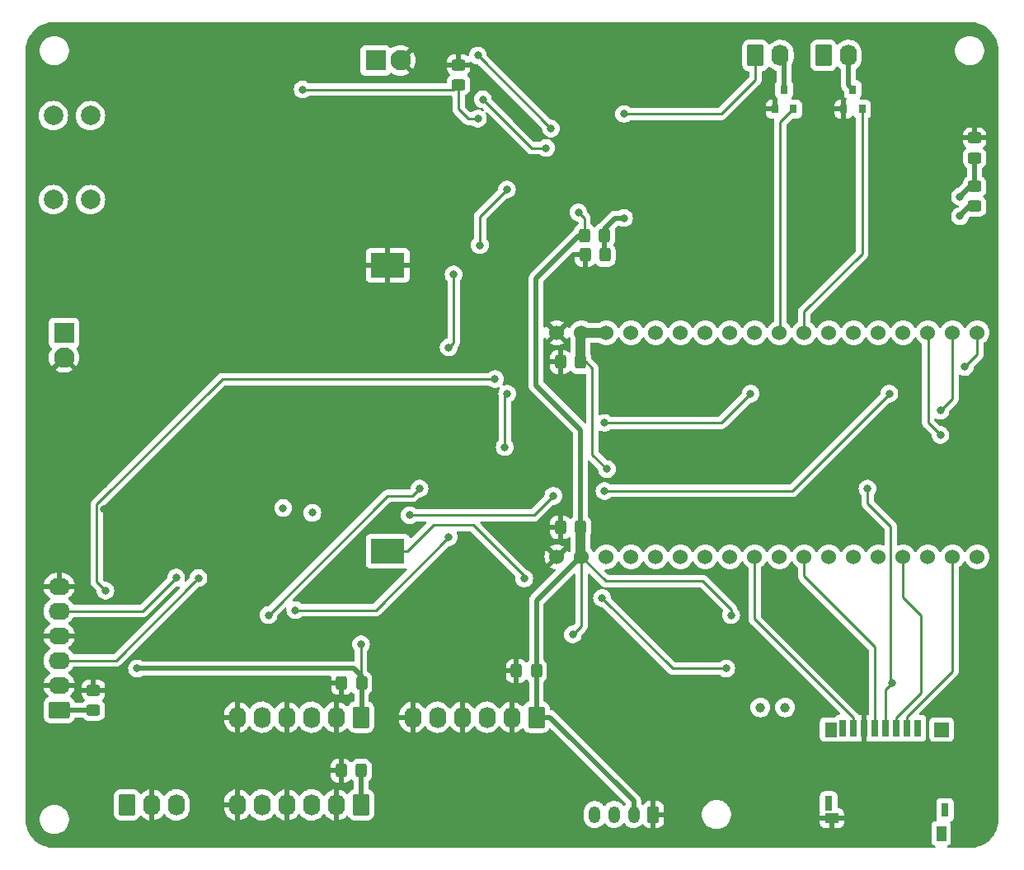
<source format=gbr>
G04 #@! TF.GenerationSoftware,KiCad,Pcbnew,7.0.2-6a45011f42~172~ubuntu22.04.1*
G04 #@! TF.CreationDate,2023-04-26T17:59:51-03:00*
G04 #@! TF.ProjectId,envcity_aqm_v2_2layers,656e7663-6974-4795-9f61-716d5f76325f,rev?*
G04 #@! TF.SameCoordinates,Original*
G04 #@! TF.FileFunction,Copper,L2,Bot*
G04 #@! TF.FilePolarity,Positive*
%FSLAX46Y46*%
G04 Gerber Fmt 4.6, Leading zero omitted, Abs format (unit mm)*
G04 Created by KiCad (PCBNEW 7.0.2-6a45011f42~172~ubuntu22.04.1) date 2023-04-26 17:59:51*
%MOMM*%
%LPD*%
G01*
G04 APERTURE LIST*
G04 Aperture macros list*
%AMRoundRect*
0 Rectangle with rounded corners*
0 $1 Rounding radius*
0 $2 $3 $4 $5 $6 $7 $8 $9 X,Y pos of 4 corners*
0 Add a 4 corners polygon primitive as box body*
4,1,4,$2,$3,$4,$5,$6,$7,$8,$9,$2,$3,0*
0 Add four circle primitives for the rounded corners*
1,1,$1+$1,$2,$3*
1,1,$1+$1,$4,$5*
1,1,$1+$1,$6,$7*
1,1,$1+$1,$8,$9*
0 Add four rect primitives between the rounded corners*
20,1,$1+$1,$2,$3,$4,$5,0*
20,1,$1+$1,$4,$5,$6,$7,0*
20,1,$1+$1,$6,$7,$8,$9,0*
20,1,$1+$1,$8,$9,$2,$3,0*%
G04 Aperture macros list end*
G04 #@! TA.AperFunction,SMDPad,CuDef*
%ADD10R,0.700000X1.750000*%
G04 #@! TD*
G04 #@! TA.AperFunction,SMDPad,CuDef*
%ADD11R,1.300000X1.500000*%
G04 #@! TD*
G04 #@! TA.AperFunction,SMDPad,CuDef*
%ADD12R,0.800000X1.500000*%
G04 #@! TD*
G04 #@! TA.AperFunction,SMDPad,CuDef*
%ADD13R,1.450000X1.000000*%
G04 #@! TD*
G04 #@! TA.AperFunction,SMDPad,CuDef*
%ADD14R,0.800000X1.400000*%
G04 #@! TD*
G04 #@! TA.AperFunction,SMDPad,CuDef*
%ADD15R,1.500000X1.500000*%
G04 #@! TD*
G04 #@! TA.AperFunction,SMDPad,CuDef*
%ADD16R,1.000000X1.550000*%
G04 #@! TD*
G04 #@! TA.AperFunction,ComponentPad*
%ADD17C,1.524000*%
G04 #@! TD*
G04 #@! TA.AperFunction,SMDPad,CuDef*
%ADD18R,3.510000X2.540000*%
G04 #@! TD*
G04 #@! TA.AperFunction,SMDPad,CuDef*
%ADD19RoundRect,0.250000X0.325000X0.450000X-0.325000X0.450000X-0.325000X-0.450000X0.325000X-0.450000X0*%
G04 #@! TD*
G04 #@! TA.AperFunction,SMDPad,CuDef*
%ADD20RoundRect,0.250000X0.450000X-0.325000X0.450000X0.325000X-0.450000X0.325000X-0.450000X-0.325000X0*%
G04 #@! TD*
G04 #@! TA.AperFunction,ComponentPad*
%ADD21C,2.010000*%
G04 #@! TD*
G04 #@! TA.AperFunction,ComponentPad*
%ADD22R,2.100000X2.100000*%
G04 #@! TD*
G04 #@! TA.AperFunction,ComponentPad*
%ADD23C,2.100000*%
G04 #@! TD*
G04 #@! TA.AperFunction,ComponentPad*
%ADD24RoundRect,0.250000X0.620000X0.850000X-0.620000X0.850000X-0.620000X-0.850000X0.620000X-0.850000X0*%
G04 #@! TD*
G04 #@! TA.AperFunction,ComponentPad*
%ADD25O,1.740000X2.200000*%
G04 #@! TD*
G04 #@! TA.AperFunction,ComponentPad*
%ADD26RoundRect,0.250000X-0.620000X-0.850000X0.620000X-0.850000X0.620000X0.850000X-0.620000X0.850000X0*%
G04 #@! TD*
G04 #@! TA.AperFunction,ComponentPad*
%ADD27RoundRect,0.250000X0.850000X-0.620000X0.850000X0.620000X-0.850000X0.620000X-0.850000X-0.620000X0*%
G04 #@! TD*
G04 #@! TA.AperFunction,ComponentPad*
%ADD28O,2.200000X1.740000*%
G04 #@! TD*
G04 #@! TA.AperFunction,ComponentPad*
%ADD29RoundRect,0.250000X0.350000X0.625000X-0.350000X0.625000X-0.350000X-0.625000X0.350000X-0.625000X0*%
G04 #@! TD*
G04 #@! TA.AperFunction,ComponentPad*
%ADD30O,1.200000X1.750000*%
G04 #@! TD*
G04 #@! TA.AperFunction,SMDPad,CuDef*
%ADD31R,0.800000X0.900000*%
G04 #@! TD*
G04 #@! TA.AperFunction,SMDPad,CuDef*
%ADD32RoundRect,0.250000X-0.450000X0.325000X-0.450000X-0.325000X0.450000X-0.325000X0.450000X0.325000X0*%
G04 #@! TD*
G04 #@! TA.AperFunction,SMDPad,CuDef*
%ADD33RoundRect,0.250000X-0.325000X-0.450000X0.325000X-0.450000X0.325000X0.450000X-0.325000X0.450000X0*%
G04 #@! TD*
G04 #@! TA.AperFunction,ComponentPad*
%ADD34C,1.000000*%
G04 #@! TD*
G04 #@! TA.AperFunction,ViaPad*
%ADD35C,0.800000*%
G04 #@! TD*
G04 #@! TA.AperFunction,Conductor*
%ADD36C,0.250000*%
G04 #@! TD*
G04 #@! TA.AperFunction,Conductor*
%ADD37C,0.500000*%
G04 #@! TD*
G04 #@! TA.AperFunction,Conductor*
%ADD38C,1.000000*%
G04 #@! TD*
G04 APERTURE END LIST*
D10*
X205975000Y-140650000D03*
D11*
X204775000Y-140775000D03*
D12*
X204525000Y-148375000D03*
D13*
X204850000Y-149875000D03*
D14*
X216475000Y-149025000D03*
D10*
X207075000Y-140650000D03*
X208175000Y-140650000D03*
X209275000Y-140650000D03*
X210375000Y-140650000D03*
X211475000Y-140650000D03*
X212575000Y-140650000D03*
X213675000Y-140650000D03*
D15*
X216125000Y-140775000D03*
D16*
X216075000Y-151450000D03*
D17*
X176600000Y-123015000D03*
X179140000Y-123015000D03*
X181680000Y-123015000D03*
X184220000Y-123015000D03*
X186760000Y-123015000D03*
X189300000Y-123015000D03*
X191840000Y-123015000D03*
X194380000Y-123015000D03*
X196920000Y-123015000D03*
X199460000Y-123015000D03*
X202000000Y-123015000D03*
X204540000Y-123015000D03*
X207080000Y-123015000D03*
X209620000Y-123015000D03*
X212160000Y-123015000D03*
X214700000Y-123015000D03*
X217240000Y-123015000D03*
X219780000Y-123015000D03*
X219780000Y-99985000D03*
X217240000Y-99985000D03*
X214700000Y-99985000D03*
X212160000Y-99985000D03*
X209620000Y-99985000D03*
X207080000Y-99985000D03*
X204540000Y-99985000D03*
X202000000Y-99985000D03*
X199460000Y-99985000D03*
X196920000Y-99985000D03*
X194380000Y-99985000D03*
X191840000Y-99985000D03*
X189300000Y-99985000D03*
X186760000Y-99985000D03*
X184220000Y-99985000D03*
X181680000Y-99985000D03*
X179140000Y-99985000D03*
X176600000Y-99985000D03*
D18*
X159250000Y-122430000D03*
X159250000Y-93070000D03*
D19*
X176975000Y-120000000D03*
X179025000Y-120000000D03*
X176975000Y-103000000D03*
X179025000Y-103000000D03*
X172450000Y-134750000D03*
X174500000Y-134750000D03*
X156550000Y-136000000D03*
X154500000Y-136000000D03*
X156500000Y-145000000D03*
X154450000Y-145000000D03*
D20*
X129000000Y-136725000D03*
X129000000Y-138775000D03*
D21*
X124900000Y-77680000D03*
X124900000Y-86320000D03*
X128700000Y-77680000D03*
X128700000Y-86320000D03*
D22*
X126000000Y-100000000D03*
D23*
X126000000Y-102540000D03*
X160540000Y-72000000D03*
D22*
X158000000Y-72000000D03*
D24*
X174500000Y-139500000D03*
D25*
X171960000Y-139500000D03*
X169420000Y-139500000D03*
X166880000Y-139500000D03*
X164340000Y-139500000D03*
X161800000Y-139500000D03*
X143800000Y-139500000D03*
X146340000Y-139500000D03*
X148880000Y-139500000D03*
X151420000Y-139500000D03*
X153960000Y-139500000D03*
D24*
X156500000Y-139500000D03*
D26*
X132460000Y-148500000D03*
D25*
X135000000Y-148500000D03*
X137540000Y-148500000D03*
X143800000Y-148500000D03*
X146340000Y-148500000D03*
X148880000Y-148500000D03*
X151420000Y-148500000D03*
X153960000Y-148500000D03*
D24*
X156500000Y-148500000D03*
D27*
X125500000Y-138750000D03*
D28*
X125500000Y-136210000D03*
X125500000Y-133670000D03*
X125500000Y-131130000D03*
X125500000Y-128590000D03*
X125500000Y-126050000D03*
D29*
X186500000Y-149500000D03*
D30*
X184500000Y-149500000D03*
X182500000Y-149500000D03*
X180500000Y-149500000D03*
D25*
X199540000Y-71500000D03*
D26*
X197000000Y-71500000D03*
X204000000Y-71500000D03*
D25*
X206540000Y-71500000D03*
D31*
X200900000Y-77000000D03*
X199000000Y-77000000D03*
X199950000Y-75000000D03*
X207000000Y-75000000D03*
X206050000Y-77000000D03*
X207950000Y-77000000D03*
D32*
X166500000Y-74500000D03*
X166500000Y-72450000D03*
D20*
X219500000Y-87000000D03*
X219500000Y-84950000D03*
X219500000Y-82025000D03*
X219500000Y-79975000D03*
D33*
X179450000Y-90000000D03*
X181500000Y-90000000D03*
D19*
X179500000Y-92000000D03*
X181550000Y-92000000D03*
D34*
X197500000Y-138500000D03*
X200040000Y-138500000D03*
D35*
X194000006Y-134500000D03*
X173250000Y-125250000D03*
X181250000Y-127250000D03*
X125000000Y-113000000D03*
X127540000Y-113000000D03*
X130080000Y-113000000D03*
X125000000Y-115540000D03*
X127540000Y-115540000D03*
X130080000Y-115540000D03*
X125000000Y-118080000D03*
X127540000Y-118080000D03*
X130080000Y-118080000D03*
X124000000Y-95080000D03*
X126540000Y-90000000D03*
X126540000Y-95080000D03*
X129080000Y-90000000D03*
X126540000Y-92540000D03*
X124000000Y-92540000D03*
X129080000Y-95080000D03*
X129080000Y-92540000D03*
X124000000Y-90000000D03*
X178825000Y-87625000D03*
X183500000Y-77500000D03*
X194500000Y-129000000D03*
X156500000Y-132000000D03*
X133500000Y-134500000D03*
X178250000Y-131000000D03*
X211000000Y-136000000D03*
X208500000Y-116000000D03*
X181750000Y-114000000D03*
X218000000Y-88000000D03*
X170250000Y-104750000D03*
X130250000Y-126500000D03*
X176000000Y-79000000D03*
X168500000Y-71500000D03*
X175500000Y-81000000D03*
X169000000Y-76000000D03*
X137500000Y-125150000D03*
X168500000Y-78000000D03*
X165500000Y-101500000D03*
X166000000Y-94000000D03*
X150499994Y-75000000D03*
X168700002Y-91000000D03*
X171474098Y-85268448D03*
X171250000Y-111750000D03*
X171500000Y-106250000D03*
X147000000Y-129000000D03*
X196500000Y-106250000D03*
X181500000Y-109250000D03*
X162500000Y-116000000D03*
X216000000Y-110500000D03*
X165500000Y-121000000D03*
X149750000Y-128500000D03*
X148500000Y-118000000D03*
X216000000Y-108000000D03*
X151500000Y-118500000D03*
X218500000Y-103500000D03*
X210750000Y-106250000D03*
X181500000Y-116250000D03*
X176250000Y-116750000D03*
X161500000Y-118750000D03*
X183500000Y-88199998D03*
X218000000Y-86000000D03*
X139800692Y-125202578D03*
D36*
X161255000Y-122430000D02*
X163935000Y-119750000D01*
X159250000Y-122430000D02*
X161255000Y-122430000D01*
X163935000Y-119750000D02*
X168000000Y-119750000D01*
X168000000Y-119750000D02*
X173250000Y-125000000D01*
X173250000Y-125000000D02*
X173250000Y-125250000D01*
X188500000Y-134500000D02*
X194000006Y-134500000D01*
X181250000Y-127250000D02*
X188500000Y-134500000D01*
D37*
X174500000Y-136000000D02*
X174500000Y-139500000D01*
X156500000Y-145000000D02*
X156500000Y-148500000D01*
X125525000Y-138775000D02*
X125500000Y-138750000D01*
X129000000Y-138775000D02*
X125525000Y-138775000D01*
X156550000Y-139450000D02*
X156500000Y-139500000D01*
X156550000Y-136000000D02*
X156550000Y-139450000D01*
D36*
X179450000Y-90000000D02*
X179450000Y-88250000D01*
X179450000Y-88250000D02*
X178825000Y-87625000D01*
X193500000Y-77500000D02*
X183500000Y-77500000D01*
X197000000Y-71500000D02*
X197000000Y-74000000D01*
X197000000Y-74000000D02*
X193500000Y-77500000D01*
D38*
X179025000Y-122900000D02*
X179140000Y-123015000D01*
X179025000Y-120000000D02*
X179025000Y-122900000D01*
D37*
X129025000Y-138750000D02*
X129000000Y-138775000D01*
X179140000Y-123015000D02*
X178985000Y-123015000D01*
X174500000Y-127500000D02*
X174500000Y-136000000D01*
X178985000Y-123015000D02*
X174500000Y-127500000D01*
D36*
X194500000Y-128434315D02*
X191565685Y-125500000D01*
X194500000Y-129000000D02*
X194500000Y-128434315D01*
X181625000Y-125500000D02*
X179140000Y-123015000D01*
X191565685Y-125500000D02*
X181625000Y-125500000D01*
X156500000Y-135950000D02*
X156550000Y-136000000D01*
X156500000Y-132000000D02*
X156500000Y-135950000D01*
D37*
X179025000Y-120000000D02*
X179025000Y-109950000D01*
X179025000Y-109950000D02*
X174475000Y-105400000D01*
X178875000Y-90000000D02*
X179450000Y-90000000D01*
X174475000Y-94400000D02*
X178875000Y-90000000D01*
X174475000Y-105400000D02*
X174475000Y-94400000D01*
X155750000Y-134500000D02*
X133500000Y-134500000D01*
X156550000Y-136000000D02*
X156550000Y-135300000D01*
X156550000Y-135300000D02*
X155750000Y-134500000D01*
X175875000Y-139500000D02*
X175370000Y-139500000D01*
X184500000Y-148125000D02*
X175875000Y-139500000D01*
X175370000Y-139500000D02*
X174500000Y-139500000D01*
X184500000Y-149500000D02*
X184500000Y-148125000D01*
D36*
X179140000Y-130110000D02*
X179140000Y-123015000D01*
X178250000Y-131000000D02*
X179140000Y-130110000D01*
D38*
X181680000Y-99985000D02*
X179140000Y-99985000D01*
X179140000Y-102885000D02*
X179025000Y-103000000D01*
X179025000Y-100100000D02*
X179140000Y-99985000D01*
X179025000Y-103000000D02*
X179025000Y-100100000D01*
D36*
X210375000Y-136625000D02*
X210375000Y-140650000D01*
X211000000Y-136000000D02*
X210375000Y-136625000D01*
X208500000Y-117500000D02*
X208500000Y-116000000D01*
X210900000Y-119900000D02*
X208500000Y-117500000D01*
X211000000Y-136000000D02*
X210900000Y-135900000D01*
X210900000Y-135900000D02*
X210900000Y-119900000D01*
X181750000Y-114000000D02*
X180250000Y-112500000D01*
X179600000Y-103000000D02*
X179025000Y-103000000D01*
X180250000Y-103650000D02*
X179600000Y-103000000D01*
X180250000Y-112500000D02*
X180250000Y-103650000D01*
D37*
X219500000Y-87000000D02*
X219000000Y-87000000D01*
X219000000Y-87000000D02*
X218000000Y-88000000D01*
D36*
X170250000Y-104750000D02*
X142250000Y-104750000D01*
X129354999Y-125604999D02*
X130250000Y-126500000D01*
X142250000Y-104750000D02*
X129354999Y-117645001D01*
X129354999Y-117645001D02*
X129354999Y-125604999D01*
X176000000Y-79000000D02*
X168500000Y-71500000D01*
X173999982Y-81000000D02*
X169500000Y-76500018D01*
X175500000Y-81000000D02*
X173999982Y-81000000D01*
X169500000Y-76500018D02*
X169500000Y-76500000D01*
X169500000Y-76500000D02*
X169000000Y-76000000D01*
X134060000Y-128590000D02*
X125500000Y-128590000D01*
X137500000Y-125150000D02*
X134060000Y-128590000D01*
D37*
X199950000Y-71910000D02*
X199540000Y-71500000D01*
X199950000Y-75000000D02*
X199950000Y-71910000D01*
X206540000Y-74540000D02*
X207000000Y-75000000D01*
X206540000Y-71500000D02*
X206540000Y-74540000D01*
D36*
X207075000Y-139575000D02*
X207075000Y-140650000D01*
X196920000Y-123015000D02*
X196920000Y-129420000D01*
X196920000Y-129420000D02*
X207075000Y-139575000D01*
X202000000Y-125000000D02*
X202000000Y-124092630D01*
X209275000Y-132275000D02*
X202000000Y-125000000D01*
X209275000Y-140650000D02*
X209275000Y-132275000D01*
X202000000Y-124092630D02*
X202000000Y-123015000D01*
X211475000Y-139525000D02*
X214000000Y-137000000D01*
X211475000Y-140650000D02*
X211475000Y-139525000D01*
X214000000Y-137000000D02*
X214000000Y-129000000D01*
X212160000Y-127160000D02*
X212160000Y-123015000D01*
X214000000Y-129000000D02*
X212160000Y-127160000D01*
X212575000Y-139425000D02*
X212575000Y-140650000D01*
X217240000Y-123015000D02*
X217240000Y-134760000D01*
X217240000Y-134760000D02*
X212575000Y-139425000D01*
X167500000Y-78000000D02*
X168500000Y-78000000D01*
X166500000Y-74500000D02*
X166500000Y-77000000D01*
X166500000Y-77000000D02*
X167500000Y-78000000D01*
X165500000Y-101500000D02*
X166000000Y-101000000D01*
X166000000Y-101000000D02*
X166000000Y-94000000D01*
X166000000Y-75000000D02*
X150499994Y-75000000D01*
X166500000Y-74500000D02*
X166000000Y-75000000D01*
X168700002Y-88042544D02*
X171074099Y-85668447D01*
X171074099Y-85668447D02*
X171474098Y-85268448D01*
X168700002Y-91000000D02*
X168700002Y-88042544D01*
X199550000Y-99895000D02*
X199460000Y-99985000D01*
X200900000Y-77000000D02*
X199550000Y-78350000D01*
X199550000Y-78350000D02*
X199550000Y-99895000D01*
X207950000Y-77000000D02*
X207950000Y-91850000D01*
X202000000Y-97800000D02*
X202000000Y-99985000D01*
X207950000Y-91850000D02*
X202000000Y-97800000D01*
X171250000Y-111750000D02*
X171250000Y-106500000D01*
X171250000Y-106500000D02*
X171500000Y-106250000D01*
X196500000Y-106250000D02*
X193500000Y-109250000D01*
X193500000Y-109250000D02*
X181500000Y-109250000D01*
X159250000Y-116750000D02*
X147000000Y-129000000D01*
X162500000Y-116000000D02*
X161750000Y-116750000D01*
X161750000Y-116750000D02*
X159250000Y-116750000D01*
X216000000Y-110500000D02*
X214750000Y-109250000D01*
X214750000Y-100035000D02*
X214700000Y-99985000D01*
X214750000Y-109250000D02*
X214750000Y-100035000D01*
X165500000Y-121000000D02*
X158000000Y-128500000D01*
X158000000Y-128500000D02*
X149750000Y-128500000D01*
X217240000Y-106760000D02*
X217240000Y-99985000D01*
X216000000Y-108000000D02*
X217240000Y-106760000D01*
X219780000Y-102220000D02*
X219780000Y-99985000D01*
X218500000Y-103500000D02*
X219780000Y-102220000D01*
X210750000Y-106250000D02*
X200750000Y-116250000D01*
X200750000Y-116250000D02*
X181500000Y-116250000D01*
X176250000Y-116750000D02*
X174250000Y-118750000D01*
X174250000Y-118750000D02*
X161500000Y-118750000D01*
D37*
X181500000Y-91950000D02*
X181550000Y-92000000D01*
X181500000Y-90000000D02*
X181500000Y-91950000D01*
X182934315Y-88199998D02*
X183500000Y-88199998D01*
X181500000Y-90000000D02*
X181500000Y-89300000D01*
X182600002Y-88199998D02*
X182934315Y-88199998D01*
X181500000Y-89300000D02*
X182600002Y-88199998D01*
X219500000Y-82025000D02*
X219500000Y-84950000D01*
X219500000Y-84950000D02*
X219050000Y-84950000D01*
X219050000Y-84950000D02*
X218000000Y-86000000D01*
D36*
X125500000Y-133670000D02*
X131333270Y-133670000D01*
X139400693Y-125602577D02*
X139800692Y-125202578D01*
X131333270Y-133670000D02*
X139400693Y-125602577D01*
G04 #@! TA.AperFunction,Conductor*
G36*
X177659813Y-100685603D02*
G01*
X177659814Y-100685603D01*
X177704053Y-100622425D01*
X177755529Y-100512035D01*
X177802446Y-100458749D01*
X177870723Y-100439288D01*
X177938683Y-100459830D01*
X177983918Y-100512032D01*
X178004695Y-100556590D01*
X178016500Y-100609838D01*
X178016500Y-101890335D01*
X177996498Y-101958456D01*
X177942842Y-102004949D01*
X177872568Y-102015053D01*
X177807988Y-101985559D01*
X177801405Y-101979430D01*
X177773342Y-101951367D01*
X177622522Y-101858340D01*
X177454327Y-101802606D01*
X177353692Y-101792325D01*
X177347303Y-101792000D01*
X177229000Y-101792000D01*
X177229000Y-104208000D01*
X177347303Y-104208000D01*
X177353692Y-104207674D01*
X177454327Y-104197393D01*
X177622522Y-104141659D01*
X177773342Y-104048632D01*
X177909049Y-103912926D01*
X177911945Y-103915822D01*
X177945205Y-103885884D01*
X178015276Y-103874454D01*
X178080403Y-103902721D01*
X178090001Y-103913793D01*
X178090556Y-103913239D01*
X178226344Y-104049027D01*
X178226346Y-104049028D01*
X178226348Y-104049030D01*
X178377262Y-104142115D01*
X178545574Y-104197887D01*
X178621637Y-104205658D01*
X178646253Y-104208173D01*
X178646255Y-104208173D01*
X178649455Y-104208500D01*
X179400544Y-104208499D01*
X179477696Y-104200617D01*
X179547495Y-104213593D01*
X179599200Y-104262245D01*
X179616500Y-104325965D01*
X179616500Y-109164629D01*
X179596498Y-109232750D01*
X179542842Y-109279243D01*
X179472568Y-109289347D01*
X179407988Y-109259853D01*
X179401405Y-109253724D01*
X175270405Y-105122724D01*
X175236379Y-105060412D01*
X175233500Y-105033629D01*
X175233500Y-103254000D01*
X175892000Y-103254000D01*
X175892000Y-103497302D01*
X175892325Y-103503692D01*
X175902606Y-103604327D01*
X175958340Y-103772522D01*
X176051367Y-103923342D01*
X176176657Y-104048632D01*
X176327477Y-104141659D01*
X176495672Y-104197393D01*
X176596307Y-104207674D01*
X176602697Y-104208000D01*
X176721000Y-104208000D01*
X176721000Y-103254000D01*
X175892000Y-103254000D01*
X175233500Y-103254000D01*
X175233500Y-102746000D01*
X175892000Y-102746000D01*
X176721000Y-102746000D01*
X176721000Y-101792000D01*
X176602697Y-101792000D01*
X176596307Y-101792325D01*
X176495672Y-101802606D01*
X176327477Y-101858340D01*
X176176657Y-101951367D01*
X176051367Y-102076657D01*
X175958340Y-102227477D01*
X175902606Y-102395672D01*
X175892325Y-102496307D01*
X175892000Y-102502697D01*
X175892000Y-102746000D01*
X175233500Y-102746000D01*
X175233500Y-100627956D01*
X175253502Y-100559835D01*
X175307158Y-100513342D01*
X175377432Y-100503238D01*
X175442012Y-100532732D01*
X175473695Y-100574706D01*
X175495947Y-100622427D01*
X175540184Y-100685603D01*
X175540186Y-100685603D01*
X176155155Y-100070634D01*
X176156327Y-100086265D01*
X176205887Y-100212541D01*
X176290465Y-100318599D01*
X176402547Y-100395016D01*
X176514623Y-100429586D01*
X175899395Y-101044813D01*
X175899395Y-101044814D01*
X175962573Y-101089052D01*
X176163975Y-101182968D01*
X176378623Y-101240482D01*
X176599999Y-101259850D01*
X176821376Y-101240482D01*
X177036024Y-101182968D01*
X177237427Y-101089052D01*
X177300603Y-101044814D01*
X177300603Y-101044812D01*
X176683316Y-100427525D01*
X176734138Y-100419865D01*
X176856357Y-100361007D01*
X176955798Y-100268740D01*
X177023625Y-100151260D01*
X177042550Y-100068339D01*
X177659813Y-100685603D01*
G37*
G04 #@! TD.AperFunction*
G04 #@! TA.AperFunction,Conductor*
G36*
X137825964Y-126029958D02*
G01*
X137882597Y-126072774D01*
X137907091Y-126139412D01*
X137891670Y-126208713D01*
X137870466Y-126236898D01*
X131107770Y-132999595D01*
X131045458Y-133033621D01*
X131018675Y-133036500D01*
X127029179Y-133036500D01*
X126961058Y-133016498D01*
X126921886Y-132976563D01*
X126902223Y-132944629D01*
X126842317Y-132847335D01*
X126842316Y-132847333D01*
X126687284Y-132671183D01*
X126504717Y-132523770D01*
X126477489Y-132508560D01*
X126427773Y-132457876D01*
X126413352Y-132388360D01*
X126438802Y-132322082D01*
X126468381Y-132294168D01*
X126598819Y-132206007D01*
X126768162Y-132043705D01*
X126907651Y-131855103D01*
X127013254Y-131645655D01*
X127081941Y-131421365D01*
X127086726Y-131384000D01*
X126044225Y-131384000D01*
X126084556Y-131286631D01*
X126105177Y-131130000D01*
X126084556Y-130973369D01*
X126044225Y-130876000D01*
X127084897Y-130876000D01*
X127052361Y-130725031D01*
X126964899Y-130507375D01*
X126841914Y-130307633D01*
X126686937Y-130131546D01*
X126504437Y-129984187D01*
X126477514Y-129969147D01*
X126427799Y-129918462D01*
X126413378Y-129848946D01*
X126438829Y-129782668D01*
X126468407Y-129754755D01*
X126495820Y-129736227D01*
X126599132Y-129666400D01*
X126768543Y-129504033D01*
X126908077Y-129315371D01*
X126908469Y-129314594D01*
X126919471Y-129292774D01*
X126967999Y-129240952D01*
X127031979Y-129223500D01*
X133976147Y-129223500D01*
X133996935Y-129225795D01*
X133999907Y-129225701D01*
X133999909Y-129225702D01*
X134067985Y-129223562D01*
X134071945Y-129223500D01*
X134095894Y-129223500D01*
X134099856Y-129223500D01*
X134103856Y-129222994D01*
X134115699Y-129222061D01*
X134159889Y-129220673D01*
X134179338Y-129215021D01*
X134198698Y-129211012D01*
X134218797Y-129208474D01*
X134259915Y-129192193D01*
X134271117Y-129188357D01*
X134313593Y-129176018D01*
X134331039Y-129165699D01*
X134348780Y-129157009D01*
X134367617Y-129149552D01*
X134403392Y-129123558D01*
X134413303Y-129117048D01*
X134451362Y-129094542D01*
X134465691Y-129080212D01*
X134480719Y-129067377D01*
X134497107Y-129055472D01*
X134525303Y-129021386D01*
X134533272Y-129012630D01*
X137450498Y-126095405D01*
X137512811Y-126061379D01*
X137539594Y-126058500D01*
X137595488Y-126058500D01*
X137672614Y-126042106D01*
X137755174Y-126024557D01*
X137825964Y-126029958D01*
G37*
G04 #@! TD.AperFunction*
G04 #@! TA.AperFunction,Conductor*
G36*
X219003525Y-68050697D02*
G01*
X219323176Y-68068649D01*
X219337212Y-68070230D01*
X219649357Y-68123266D01*
X219663115Y-68126406D01*
X219967362Y-68214058D01*
X219980696Y-68218724D01*
X220273202Y-68339884D01*
X220285933Y-68346015D01*
X220563032Y-68499162D01*
X220574996Y-68506679D01*
X220833213Y-68689894D01*
X220844260Y-68698704D01*
X221080334Y-68909674D01*
X221090325Y-68919665D01*
X221301295Y-69155739D01*
X221310105Y-69166786D01*
X221493320Y-69425003D01*
X221500837Y-69436967D01*
X221653984Y-69714066D01*
X221660115Y-69726797D01*
X221781275Y-70019303D01*
X221785942Y-70032640D01*
X221873591Y-70336876D01*
X221876735Y-70350651D01*
X221929768Y-70662785D01*
X221931350Y-70676826D01*
X221949302Y-70996474D01*
X221949500Y-71003539D01*
X221949500Y-149996460D01*
X221949302Y-150003525D01*
X221931350Y-150323173D01*
X221929768Y-150337214D01*
X221876735Y-150649348D01*
X221873591Y-150663123D01*
X221785942Y-150967359D01*
X221781275Y-150980696D01*
X221660115Y-151273202D01*
X221653984Y-151285933D01*
X221500837Y-151563032D01*
X221493320Y-151574996D01*
X221310105Y-151833213D01*
X221301295Y-151844260D01*
X221090325Y-152080334D01*
X221080334Y-152090325D01*
X220844260Y-152301295D01*
X220833213Y-152310105D01*
X220574996Y-152493320D01*
X220563032Y-152500837D01*
X220285933Y-152653984D01*
X220273202Y-152660115D01*
X219980696Y-152781275D01*
X219967359Y-152785942D01*
X219663123Y-152873591D01*
X219649348Y-152876735D01*
X219337214Y-152929768D01*
X219323173Y-152931350D01*
X219003526Y-152949302D01*
X218996461Y-152949500D01*
X216785996Y-152949500D01*
X216717875Y-152929498D01*
X216671382Y-152875842D01*
X216661278Y-152805568D01*
X216690772Y-152740988D01*
X216741963Y-152705444D01*
X216821204Y-152675889D01*
X216938261Y-152588261D01*
X217025889Y-152471204D01*
X217076989Y-152334201D01*
X217083500Y-152273638D01*
X217083500Y-150626362D01*
X217076989Y-150565799D01*
X217025889Y-150428796D01*
X217019471Y-150420222D01*
X216999561Y-150393625D01*
X216974750Y-150327105D01*
X216989841Y-150257731D01*
X217040043Y-150207529D01*
X217056390Y-150200063D01*
X217097240Y-150184827D01*
X217121205Y-150175889D01*
X217238261Y-150088261D01*
X217265135Y-150052361D01*
X217325889Y-149971204D01*
X217376989Y-149834201D01*
X217383500Y-149773638D01*
X217383500Y-148276362D01*
X217376989Y-148215799D01*
X217325889Y-148078796D01*
X217325888Y-148078794D01*
X217238261Y-147961738D01*
X217121205Y-147874111D01*
X217052702Y-147848561D01*
X216984201Y-147823011D01*
X216923638Y-147816500D01*
X216026362Y-147816500D01*
X216023013Y-147816859D01*
X216023013Y-147816860D01*
X215965799Y-147823011D01*
X215828794Y-147874111D01*
X215711738Y-147961738D01*
X215624111Y-148078794D01*
X215573642Y-148214107D01*
X215573011Y-148215799D01*
X215566500Y-148276362D01*
X215566500Y-149773638D01*
X215573011Y-149834201D01*
X215588478Y-149875668D01*
X215630442Y-149988179D01*
X215628524Y-149988894D01*
X215644569Y-150031916D01*
X215629475Y-150101289D01*
X215579271Y-150151490D01*
X215526418Y-150166500D01*
X215526362Y-150166500D01*
X215523019Y-150166859D01*
X215523007Y-150166860D01*
X215465799Y-150173011D01*
X215328794Y-150224111D01*
X215211738Y-150311738D01*
X215124111Y-150428794D01*
X215073010Y-150565798D01*
X215073011Y-150565799D01*
X215066500Y-150626362D01*
X215066500Y-152273638D01*
X215070420Y-152310105D01*
X215073011Y-152334200D01*
X215124111Y-152471205D01*
X215211738Y-152588261D01*
X215328794Y-152675888D01*
X215328795Y-152675888D01*
X215328796Y-152675889D01*
X215408036Y-152705444D01*
X215464872Y-152747991D01*
X215489683Y-152814511D01*
X215474592Y-152883885D01*
X215424390Y-152934087D01*
X215364004Y-152949500D01*
X125003539Y-152949500D01*
X124996474Y-152949302D01*
X124676826Y-152931350D01*
X124662785Y-152929768D01*
X124350651Y-152876735D01*
X124336876Y-152873591D01*
X124032640Y-152785942D01*
X124019303Y-152781275D01*
X123726797Y-152660115D01*
X123714066Y-152653984D01*
X123436967Y-152500837D01*
X123425003Y-152493320D01*
X123166786Y-152310105D01*
X123155739Y-152301295D01*
X122919665Y-152090325D01*
X122909674Y-152080334D01*
X122698704Y-151844260D01*
X122689894Y-151833213D01*
X122506679Y-151574996D01*
X122499162Y-151563032D01*
X122346015Y-151285933D01*
X122339884Y-151273202D01*
X122218724Y-150980696D01*
X122214057Y-150967359D01*
X122188085Y-150877208D01*
X122126406Y-150663115D01*
X122123266Y-150649357D01*
X122070230Y-150337212D01*
X122068649Y-150323173D01*
X122064915Y-150256690D01*
X122057482Y-150124335D01*
X123499500Y-150124335D01*
X123540429Y-150369614D01*
X123546296Y-150386703D01*
X123621170Y-150604806D01*
X123621171Y-150604809D01*
X123621172Y-150604810D01*
X123739526Y-150823509D01*
X123817791Y-150924064D01*
X123892262Y-151019744D01*
X124075217Y-151188166D01*
X124283389Y-151324171D01*
X124283391Y-151324172D01*
X124283393Y-151324173D01*
X124511119Y-151424063D01*
X124752179Y-151485108D01*
X124937933Y-151500500D01*
X124940547Y-151500500D01*
X125059453Y-151500500D01*
X125062067Y-151500500D01*
X125247821Y-151485108D01*
X125488881Y-151424063D01*
X125716607Y-151324173D01*
X125924785Y-151188164D01*
X126107738Y-151019744D01*
X126260474Y-150823509D01*
X126378828Y-150604810D01*
X126459571Y-150369614D01*
X126500500Y-150124335D01*
X126500500Y-149875665D01*
X126459571Y-149630386D01*
X126379572Y-149397357D01*
X131081500Y-149397357D01*
X131081501Y-149400544D01*
X131081825Y-149403721D01*
X131081826Y-149403729D01*
X131089364Y-149477514D01*
X131092113Y-149504426D01*
X131147885Y-149672738D01*
X131206980Y-149768545D01*
X131240972Y-149823655D01*
X131366344Y-149949027D01*
X131366346Y-149949028D01*
X131366348Y-149949030D01*
X131517262Y-150042115D01*
X131685574Y-150097887D01*
X131753298Y-150104806D01*
X131786253Y-150108173D01*
X131786255Y-150108173D01*
X131789455Y-150108500D01*
X133130544Y-150108499D01*
X133234426Y-150097887D01*
X133402738Y-150042115D01*
X133553652Y-149949030D01*
X133679030Y-149823652D01*
X133772115Y-149672738D01*
X133772115Y-149672734D01*
X133773819Y-149669974D01*
X133826605Y-149622495D01*
X133896679Y-149611092D01*
X133961795Y-149639384D01*
X133972027Y-149648936D01*
X134086298Y-149768165D01*
X134274896Y-149907651D01*
X134484344Y-150013254D01*
X134708632Y-150081940D01*
X134745999Y-150086725D01*
X134746000Y-150086724D01*
X134746000Y-149044224D01*
X134843369Y-149084556D01*
X134960677Y-149100000D01*
X135039323Y-149100000D01*
X135156631Y-149084556D01*
X135254000Y-149044224D01*
X135254000Y-150084896D01*
X135404968Y-150052361D01*
X135622624Y-149964899D01*
X135822366Y-149841914D01*
X135998453Y-149686937D01*
X136145813Y-149504436D01*
X136160853Y-149477514D01*
X136211536Y-149427799D01*
X136281053Y-149413377D01*
X136347331Y-149438827D01*
X136375243Y-149468404D01*
X136399587Y-149504421D01*
X136459678Y-149593330D01*
X136463600Y-149599132D01*
X136615375Y-149757492D01*
X136625969Y-149768545D01*
X136814624Y-149908074D01*
X136814626Y-149908075D01*
X136814629Y-149908077D01*
X137024159Y-150013720D01*
X137248529Y-150082432D01*
X137364906Y-150097334D01*
X137481282Y-150112237D01*
X137481282Y-150112236D01*
X137481283Y-150112237D01*
X137715727Y-150102278D01*
X137945116Y-150052841D01*
X138162850Y-149965349D01*
X138362665Y-149842317D01*
X138538815Y-149687286D01*
X138686230Y-149504716D01*
X138800670Y-149299859D01*
X138878843Y-149078608D01*
X138918500Y-148847328D01*
X138918500Y-148785869D01*
X142422000Y-148785869D01*
X142422226Y-148791192D01*
X142436910Y-148963726D01*
X142496015Y-149190721D01*
X142592638Y-149404475D01*
X142723992Y-149598819D01*
X142886294Y-149768162D01*
X143074896Y-149907651D01*
X143284344Y-150013254D01*
X143508632Y-150081940D01*
X143545999Y-150086725D01*
X143546000Y-150086725D01*
X143546000Y-149044224D01*
X143643369Y-149084556D01*
X143760677Y-149100000D01*
X143839323Y-149100000D01*
X143956631Y-149084556D01*
X144054000Y-149044224D01*
X144054000Y-150084896D01*
X144204968Y-150052361D01*
X144422624Y-149964899D01*
X144622366Y-149841914D01*
X144798453Y-149686937D01*
X144945813Y-149504436D01*
X144960853Y-149477514D01*
X145011536Y-149427799D01*
X145081053Y-149413377D01*
X145147331Y-149438827D01*
X145175243Y-149468404D01*
X145199587Y-149504421D01*
X145259678Y-149593330D01*
X145263600Y-149599132D01*
X145415375Y-149757492D01*
X145425969Y-149768545D01*
X145614624Y-149908074D01*
X145614626Y-149908075D01*
X145614629Y-149908077D01*
X145824159Y-150013720D01*
X146048529Y-150082432D01*
X146164905Y-150097334D01*
X146281282Y-150112237D01*
X146281282Y-150112236D01*
X146281283Y-150112237D01*
X146515727Y-150102278D01*
X146745116Y-150052841D01*
X146962850Y-149965349D01*
X147162665Y-149842317D01*
X147338815Y-149687286D01*
X147486230Y-149504716D01*
X147501439Y-149477489D01*
X147552120Y-149427775D01*
X147621636Y-149413351D01*
X147687915Y-149438801D01*
X147715831Y-149468381D01*
X147803992Y-149598819D01*
X147966294Y-149768162D01*
X148154896Y-149907651D01*
X148364344Y-150013254D01*
X148588632Y-150081940D01*
X148625999Y-150086725D01*
X148626000Y-150086724D01*
X148626000Y-149044224D01*
X148723369Y-149084556D01*
X148840677Y-149100000D01*
X148919323Y-149100000D01*
X149036631Y-149084556D01*
X149134000Y-149044224D01*
X149134000Y-150084897D01*
X149284968Y-150052361D01*
X149502624Y-149964899D01*
X149702366Y-149841914D01*
X149878453Y-149686937D01*
X150025813Y-149504436D01*
X150040853Y-149477514D01*
X150091536Y-149427799D01*
X150161053Y-149413377D01*
X150227331Y-149438827D01*
X150255243Y-149468404D01*
X150279587Y-149504421D01*
X150339678Y-149593330D01*
X150343600Y-149599132D01*
X150495375Y-149757492D01*
X150505969Y-149768545D01*
X150694624Y-149908074D01*
X150694626Y-149908075D01*
X150694629Y-149908077D01*
X150904159Y-150013720D01*
X151128529Y-150082432D01*
X151244906Y-150097334D01*
X151361282Y-150112237D01*
X151361282Y-150112236D01*
X151361283Y-150112237D01*
X151595727Y-150102278D01*
X151825116Y-150052841D01*
X152042850Y-149965349D01*
X152242665Y-149842317D01*
X152418815Y-149687286D01*
X152566230Y-149504716D01*
X152581439Y-149477489D01*
X152632120Y-149427775D01*
X152701636Y-149413351D01*
X152767915Y-149438801D01*
X152795831Y-149468381D01*
X152883992Y-149598819D01*
X153046294Y-149768162D01*
X153234896Y-149907651D01*
X153444344Y-150013254D01*
X153668632Y-150081940D01*
X153705999Y-150086725D01*
X153706000Y-150086724D01*
X153706000Y-149044224D01*
X153803369Y-149084556D01*
X153920677Y-149100000D01*
X153999323Y-149100000D01*
X154116631Y-149084556D01*
X154214000Y-149044224D01*
X154214000Y-150084896D01*
X154364968Y-150052361D01*
X154582624Y-149964899D01*
X154782366Y-149841914D01*
X154958452Y-149686937D01*
X154981664Y-149658191D01*
X155040021Y-149617757D01*
X155110975Y-149615291D01*
X155171998Y-149651578D01*
X155186937Y-149671200D01*
X155187884Y-149672735D01*
X155187885Y-149672738D01*
X155246980Y-149768545D01*
X155280972Y-149823655D01*
X155406344Y-149949027D01*
X155406346Y-149949028D01*
X155406348Y-149949030D01*
X155557262Y-150042115D01*
X155725574Y-150097887D01*
X155793298Y-150104806D01*
X155826253Y-150108173D01*
X155826255Y-150108173D01*
X155829455Y-150108500D01*
X157170544Y-150108499D01*
X157274426Y-150097887D01*
X157442738Y-150042115D01*
X157593652Y-149949030D01*
X157719030Y-149823652D01*
X157812115Y-149672738D01*
X157867887Y-149504426D01*
X157878074Y-149404718D01*
X157878173Y-149403746D01*
X157878173Y-149403745D01*
X157878500Y-149400545D01*
X157878499Y-147599456D01*
X157867887Y-147495574D01*
X157812115Y-147327262D01*
X157719030Y-147176348D01*
X157719028Y-147176346D01*
X157719027Y-147176344D01*
X157593655Y-147050972D01*
X157593652Y-147050970D01*
X157442738Y-146957885D01*
X157344865Y-146925453D01*
X157286496Y-146885041D01*
X157259240Y-146819484D01*
X157258500Y-146805850D01*
X157258500Y-146141373D01*
X157278502Y-146073252D01*
X157295405Y-146052278D01*
X157424027Y-145923655D01*
X157424030Y-145923652D01*
X157517115Y-145772738D01*
X157572887Y-145604426D01*
X157583500Y-145500545D01*
X157583499Y-144499456D01*
X157572887Y-144395574D01*
X157517115Y-144227262D01*
X157424030Y-144076348D01*
X157424028Y-144076346D01*
X157424027Y-144076344D01*
X157298655Y-143950972D01*
X157298652Y-143950970D01*
X157147738Y-143857885D01*
X156979426Y-143802113D01*
X156979423Y-143802112D01*
X156979421Y-143802112D01*
X156878746Y-143791826D01*
X156878725Y-143791824D01*
X156875545Y-143791500D01*
X156872339Y-143791500D01*
X156127661Y-143791500D01*
X156127641Y-143791500D01*
X156124456Y-143791501D01*
X156121279Y-143791825D01*
X156121270Y-143791826D01*
X156020573Y-143802113D01*
X155852262Y-143857885D01*
X155701344Y-143950972D01*
X155565556Y-144086761D01*
X155562735Y-144083940D01*
X155529126Y-144114152D01*
X155459047Y-144125534D01*
X155393940Y-144097222D01*
X155384639Y-144086483D01*
X155384049Y-144087074D01*
X155248342Y-143951367D01*
X155097522Y-143858340D01*
X154929327Y-143802606D01*
X154828692Y-143792325D01*
X154822303Y-143792000D01*
X154704000Y-143792000D01*
X154704000Y-146208000D01*
X154822303Y-146208000D01*
X154828692Y-146207674D01*
X154929327Y-146197393D01*
X155097522Y-146141659D01*
X155248342Y-146048632D01*
X155384049Y-145912926D01*
X155386945Y-145915822D01*
X155420205Y-145885884D01*
X155490276Y-145874454D01*
X155555403Y-145902721D01*
X155565001Y-145913793D01*
X155565556Y-145913239D01*
X155704594Y-146052277D01*
X155738620Y-146114589D01*
X155741499Y-146141372D01*
X155741500Y-146805850D01*
X155721498Y-146873971D01*
X155667842Y-146920464D01*
X155655142Y-146925451D01*
X155557262Y-146957885D01*
X155511230Y-146986278D01*
X155406344Y-147050972D01*
X155280972Y-147176344D01*
X155186180Y-147330026D01*
X155133394Y-147377504D01*
X155063319Y-147388907D01*
X154998203Y-147360614D01*
X154987972Y-147351063D01*
X154873701Y-147231834D01*
X154685103Y-147092348D01*
X154475655Y-146986745D01*
X154251365Y-146918058D01*
X154214000Y-146913273D01*
X154214000Y-147955775D01*
X154116631Y-147915444D01*
X153999323Y-147900000D01*
X153920677Y-147900000D01*
X153803369Y-147915444D01*
X153706000Y-147955775D01*
X153706000Y-146915102D01*
X153555029Y-146947640D01*
X153337374Y-147035100D01*
X153137633Y-147158085D01*
X152961546Y-147313062D01*
X152814183Y-147495566D01*
X152799144Y-147522488D01*
X152748459Y-147572202D01*
X152678942Y-147586622D01*
X152612665Y-147561169D01*
X152584756Y-147531595D01*
X152496400Y-147400868D01*
X152334033Y-147231457D01*
X152334032Y-147231456D01*
X152334030Y-147231454D01*
X152145375Y-147091925D01*
X151935837Y-146986278D01*
X151711469Y-146917567D01*
X151478717Y-146887762D01*
X151244275Y-146897721D01*
X151014884Y-146947158D01*
X150797152Y-147034650D01*
X150797150Y-147034651D01*
X150770643Y-147050972D01*
X150597333Y-147157683D01*
X150421183Y-147312715D01*
X150273771Y-147495281D01*
X150258560Y-147522511D01*
X150207875Y-147572226D01*
X150138359Y-147586647D01*
X150072081Y-147561196D01*
X150044168Y-147531618D01*
X149956007Y-147401180D01*
X149793705Y-147231837D01*
X149605103Y-147092348D01*
X149395655Y-146986745D01*
X149171365Y-146918058D01*
X149134000Y-146913273D01*
X149134000Y-147955775D01*
X149036631Y-147915444D01*
X148919323Y-147900000D01*
X148840677Y-147900000D01*
X148723369Y-147915444D01*
X148626000Y-147955775D01*
X148626000Y-146915102D01*
X148475029Y-146947640D01*
X148257374Y-147035100D01*
X148057633Y-147158085D01*
X147881546Y-147313062D01*
X147734183Y-147495566D01*
X147719144Y-147522488D01*
X147668459Y-147572202D01*
X147598942Y-147586622D01*
X147532665Y-147561169D01*
X147504756Y-147531595D01*
X147416400Y-147400868D01*
X147254033Y-147231457D01*
X147254032Y-147231456D01*
X147254030Y-147231454D01*
X147065375Y-147091925D01*
X146855837Y-146986278D01*
X146631469Y-146917567D01*
X146398717Y-146887762D01*
X146164275Y-146897721D01*
X145934884Y-146947158D01*
X145717152Y-147034650D01*
X145717150Y-147034651D01*
X145690643Y-147050972D01*
X145517333Y-147157683D01*
X145341183Y-147312715D01*
X145193771Y-147495281D01*
X145178560Y-147522511D01*
X145127875Y-147572226D01*
X145058359Y-147586647D01*
X144992081Y-147561196D01*
X144964168Y-147531618D01*
X144876007Y-147401180D01*
X144713705Y-147231837D01*
X144525103Y-147092348D01*
X144315655Y-146986745D01*
X144091365Y-146918058D01*
X144054000Y-146913273D01*
X144054000Y-147955775D01*
X143956631Y-147915444D01*
X143839323Y-147900000D01*
X143760677Y-147900000D01*
X143643369Y-147915444D01*
X143546000Y-147955775D01*
X143546000Y-146915102D01*
X143395029Y-146947640D01*
X143177374Y-147035100D01*
X142977633Y-147158085D01*
X142801546Y-147313062D01*
X142654187Y-147495562D01*
X142539786Y-147700349D01*
X142461643Y-147921518D01*
X142422000Y-148152717D01*
X142422000Y-148246000D01*
X143255775Y-148246000D01*
X143215444Y-148343369D01*
X143194823Y-148500000D01*
X143215444Y-148656631D01*
X143255775Y-148754000D01*
X142422000Y-148754000D01*
X142422000Y-148785869D01*
X138918500Y-148785869D01*
X138918500Y-148211442D01*
X138903584Y-148036190D01*
X138903584Y-148036188D01*
X138844457Y-147809110D01*
X138844456Y-147809106D01*
X138747801Y-147595282D01*
X138616400Y-147400868D01*
X138454033Y-147231457D01*
X138454032Y-147231456D01*
X138454030Y-147231454D01*
X138265375Y-147091925D01*
X138055837Y-146986278D01*
X137831469Y-146917567D01*
X137598717Y-146887762D01*
X137364275Y-146897721D01*
X137134884Y-146947158D01*
X136917152Y-147034650D01*
X136917150Y-147034651D01*
X136890643Y-147050972D01*
X136717333Y-147157683D01*
X136541183Y-147312715D01*
X136393771Y-147495281D01*
X136378560Y-147522511D01*
X136327875Y-147572226D01*
X136258359Y-147586647D01*
X136192081Y-147561196D01*
X136164168Y-147531618D01*
X136076007Y-147401180D01*
X135913705Y-147231837D01*
X135725103Y-147092348D01*
X135515655Y-146986745D01*
X135291365Y-146918058D01*
X135254000Y-146913273D01*
X135254000Y-147955775D01*
X135156631Y-147915444D01*
X135039323Y-147900000D01*
X134960677Y-147900000D01*
X134843369Y-147915444D01*
X134746000Y-147955775D01*
X134746000Y-146915102D01*
X134595029Y-146947640D01*
X134377374Y-147035100D01*
X134177633Y-147158085D01*
X134001547Y-147313062D01*
X133978333Y-147341811D01*
X133919975Y-147382244D01*
X133849021Y-147384707D01*
X133787999Y-147348419D01*
X133773062Y-147328799D01*
X133772116Y-147327265D01*
X133772115Y-147327262D01*
X133679030Y-147176348D01*
X133679028Y-147176346D01*
X133679027Y-147176344D01*
X133553655Y-147050972D01*
X133553652Y-147050970D01*
X133402738Y-146957885D01*
X133234426Y-146902113D01*
X133234423Y-146902112D01*
X133234421Y-146902112D01*
X133133746Y-146891826D01*
X133133725Y-146891824D01*
X133130545Y-146891500D01*
X133127339Y-146891500D01*
X131792661Y-146891500D01*
X131792641Y-146891500D01*
X131789456Y-146891501D01*
X131786279Y-146891825D01*
X131786270Y-146891826D01*
X131685573Y-146902113D01*
X131517262Y-146957885D01*
X131366344Y-147050972D01*
X131240972Y-147176344D01*
X131240970Y-147176348D01*
X131147885Y-147327262D01*
X131092113Y-147495574D01*
X131092112Y-147495578D01*
X131081826Y-147596253D01*
X131081825Y-147596270D01*
X131081500Y-147599455D01*
X131081500Y-147602659D01*
X131081500Y-147602660D01*
X131081500Y-149397338D01*
X131081500Y-149397357D01*
X126379572Y-149397357D01*
X126378828Y-149395190D01*
X126260474Y-149176491D01*
X126107738Y-148980256D01*
X126050891Y-148927925D01*
X125924782Y-148811833D01*
X125716610Y-148675828D01*
X125488876Y-148575935D01*
X125247826Y-148514893D01*
X125247824Y-148514892D01*
X125247821Y-148514892D01*
X125123361Y-148504578D01*
X125064665Y-148499715D01*
X125064658Y-148499714D01*
X125062067Y-148499500D01*
X124937933Y-148499500D01*
X124935342Y-148499714D01*
X124935334Y-148499715D01*
X124859028Y-148506038D01*
X124752179Y-148514892D01*
X124752176Y-148514892D01*
X124752173Y-148514893D01*
X124511123Y-148575935D01*
X124283389Y-148675828D01*
X124075217Y-148811833D01*
X123892262Y-148980255D01*
X123739527Y-149176489D01*
X123621170Y-149395193D01*
X123543651Y-149621000D01*
X123540429Y-149630386D01*
X123499500Y-149875665D01*
X123499500Y-150124335D01*
X122057482Y-150124335D01*
X122050698Y-150003525D01*
X122050500Y-149996460D01*
X122050500Y-145254000D01*
X153367000Y-145254000D01*
X153367000Y-145497302D01*
X153367325Y-145503692D01*
X153377606Y-145604327D01*
X153433340Y-145772522D01*
X153526367Y-145923342D01*
X153651657Y-146048632D01*
X153802477Y-146141659D01*
X153970672Y-146197393D01*
X154071307Y-146207674D01*
X154077697Y-146208000D01*
X154196000Y-146208000D01*
X154196000Y-145254000D01*
X153367000Y-145254000D01*
X122050500Y-145254000D01*
X122050500Y-144746000D01*
X153367000Y-144746000D01*
X154196000Y-144746000D01*
X154196000Y-143792000D01*
X154077697Y-143792000D01*
X154071307Y-143792325D01*
X153970672Y-143802606D01*
X153802477Y-143858340D01*
X153651657Y-143951367D01*
X153526367Y-144076657D01*
X153433340Y-144227477D01*
X153377606Y-144395672D01*
X153367325Y-144496307D01*
X153367000Y-144502697D01*
X153367000Y-144746000D01*
X122050500Y-144746000D01*
X122050500Y-133611282D01*
X123887762Y-133611282D01*
X123897721Y-133845724D01*
X123947158Y-134075115D01*
X123996154Y-134197045D01*
X124034651Y-134292850D01*
X124083863Y-134372774D01*
X124157683Y-134492666D01*
X124312715Y-134668816D01*
X124450484Y-134780057D01*
X124495284Y-134816230D01*
X124522510Y-134831439D01*
X124572225Y-134882121D01*
X124586648Y-134951638D01*
X124561197Y-135017916D01*
X124531618Y-135045831D01*
X124401180Y-135133992D01*
X124231837Y-135296294D01*
X124092348Y-135484896D01*
X123986745Y-135694344D01*
X123918058Y-135918634D01*
X123913273Y-135955999D01*
X123913274Y-135956000D01*
X124955775Y-135956000D01*
X124915444Y-136053369D01*
X124894823Y-136210000D01*
X124915444Y-136366631D01*
X124955775Y-136464000D01*
X123915103Y-136464000D01*
X123947638Y-136614968D01*
X124035100Y-136832624D01*
X124158085Y-137032366D01*
X124313062Y-137208452D01*
X124341809Y-137231664D01*
X124382243Y-137290021D01*
X124384709Y-137360975D01*
X124348422Y-137421998D01*
X124328800Y-137436937D01*
X124327264Y-137437884D01*
X124327262Y-137437885D01*
X124240040Y-137491684D01*
X124176344Y-137530972D01*
X124050972Y-137656344D01*
X124043194Y-137668955D01*
X123957885Y-137807262D01*
X123907974Y-137957886D01*
X123902112Y-137975578D01*
X123891826Y-138076253D01*
X123891824Y-138076275D01*
X123891500Y-138079455D01*
X123891500Y-138082659D01*
X123891500Y-138082660D01*
X123891500Y-139417338D01*
X123891500Y-139417357D01*
X123891501Y-139420544D01*
X123891825Y-139423721D01*
X123891826Y-139423729D01*
X123896145Y-139466008D01*
X123902113Y-139524426D01*
X123957885Y-139692738D01*
X124025642Y-139802589D01*
X124050972Y-139843655D01*
X124176344Y-139969027D01*
X124176346Y-139969028D01*
X124176348Y-139969030D01*
X124327262Y-140062115D01*
X124495574Y-140117887D01*
X124571637Y-140125658D01*
X124596253Y-140128173D01*
X124596255Y-140128173D01*
X124599455Y-140128500D01*
X126400544Y-140128499D01*
X126504426Y-140117887D01*
X126672738Y-140062115D01*
X126823652Y-139969030D01*
X126949030Y-139843652D01*
X127042115Y-139692738D01*
X127066261Y-139619865D01*
X127106675Y-139561496D01*
X127172232Y-139534240D01*
X127185866Y-139533500D01*
X127858627Y-139533500D01*
X127926748Y-139553502D01*
X127947722Y-139570405D01*
X128076344Y-139699027D01*
X128076346Y-139699028D01*
X128076348Y-139699030D01*
X128227262Y-139792115D01*
X128395574Y-139847887D01*
X128471637Y-139855658D01*
X128496253Y-139858173D01*
X128496255Y-139858173D01*
X128499455Y-139858500D01*
X129500544Y-139858499D01*
X129604426Y-139847887D01*
X129772738Y-139792115D01*
X129923652Y-139699030D01*
X130049030Y-139573652D01*
X130142115Y-139422738D01*
X130197887Y-139254426D01*
X130208500Y-139150545D01*
X130208499Y-138399456D01*
X130197887Y-138295574D01*
X130142115Y-138127262D01*
X130049030Y-137976348D01*
X130049028Y-137976346D01*
X130049027Y-137976344D01*
X129913239Y-137840556D01*
X129916060Y-137837734D01*
X129885855Y-137804144D01*
X129874462Y-137734067D01*
X129902764Y-137668955D01*
X129913518Y-137659641D01*
X129912926Y-137659049D01*
X130048632Y-137523342D01*
X130141659Y-137372522D01*
X130197393Y-137204327D01*
X130207674Y-137103692D01*
X130208000Y-137097302D01*
X130208000Y-136979000D01*
X127792000Y-136979000D01*
X127792000Y-137097302D01*
X127792325Y-137103692D01*
X127802606Y-137204327D01*
X127858340Y-137372522D01*
X127951367Y-137523342D01*
X128087074Y-137659049D01*
X128084177Y-137661945D01*
X128114124Y-137695225D01*
X128125542Y-137765298D01*
X128097264Y-137830420D01*
X128086209Y-137840004D01*
X128086761Y-137840556D01*
X127947722Y-137979595D01*
X127885410Y-138013621D01*
X127858627Y-138016500D01*
X127202434Y-138016500D01*
X127134313Y-137996498D01*
X127087820Y-137942842D01*
X127082833Y-137930143D01*
X127042115Y-137807262D01*
X126949030Y-137656348D01*
X126949028Y-137656346D01*
X126949027Y-137656344D01*
X126823655Y-137530972D01*
X126811285Y-137523342D01*
X126672738Y-137437885D01*
X126672736Y-137437884D01*
X126669973Y-137436180D01*
X126622495Y-137383394D01*
X126611092Y-137313319D01*
X126639384Y-137248203D01*
X126648936Y-137237972D01*
X126768165Y-137123701D01*
X126907651Y-136935103D01*
X127013254Y-136725655D01*
X127081941Y-136501365D01*
X127085830Y-136471000D01*
X127792000Y-136471000D01*
X128746000Y-136471000D01*
X128746000Y-135642000D01*
X129254000Y-135642000D01*
X129254000Y-136471000D01*
X130208000Y-136471000D01*
X130208000Y-136352697D01*
X130207674Y-136346307D01*
X130198244Y-136254000D01*
X153417000Y-136254000D01*
X153417000Y-136497302D01*
X153417325Y-136503692D01*
X153427606Y-136604327D01*
X153483340Y-136772522D01*
X153576367Y-136923342D01*
X153701657Y-137048632D01*
X153852477Y-137141659D01*
X154020672Y-137197393D01*
X154121307Y-137207674D01*
X154127697Y-137208000D01*
X154246000Y-137208000D01*
X154246000Y-136254000D01*
X153417000Y-136254000D01*
X130198244Y-136254000D01*
X130197393Y-136245672D01*
X130141659Y-136077477D01*
X130048632Y-135926657D01*
X129923342Y-135801367D01*
X129772522Y-135708340D01*
X129604327Y-135652606D01*
X129503692Y-135642325D01*
X129497303Y-135642000D01*
X129254000Y-135642000D01*
X128746000Y-135642000D01*
X128502697Y-135642000D01*
X128496307Y-135642325D01*
X128395672Y-135652606D01*
X128227477Y-135708340D01*
X128076657Y-135801367D01*
X127951367Y-135926657D01*
X127858340Y-136077477D01*
X127802606Y-136245672D01*
X127792325Y-136346307D01*
X127792000Y-136352697D01*
X127792000Y-136471000D01*
X127085830Y-136471000D01*
X127086726Y-136464000D01*
X126044225Y-136464000D01*
X126084556Y-136366631D01*
X126105177Y-136210000D01*
X126084556Y-136053369D01*
X126044225Y-135956000D01*
X127084897Y-135956000D01*
X127052361Y-135805031D01*
X126964899Y-135587375D01*
X126841914Y-135387633D01*
X126686937Y-135211546D01*
X126504437Y-135064187D01*
X126477514Y-135049147D01*
X126427799Y-134998462D01*
X126413378Y-134928946D01*
X126438829Y-134862668D01*
X126468407Y-134834755D01*
X126519739Y-134800060D01*
X126599132Y-134746400D01*
X126768543Y-134584033D01*
X126830694Y-134500000D01*
X132586496Y-134500000D01*
X132590122Y-134534498D01*
X132606458Y-134689929D01*
X132665472Y-134871556D01*
X132760958Y-135036942D01*
X132829604Y-135113181D01*
X132888747Y-135178866D01*
X133043248Y-135291118D01*
X133217712Y-135368794D01*
X133404513Y-135408500D01*
X133404515Y-135408500D01*
X133595485Y-135408500D01*
X133595487Y-135408500D01*
X133782288Y-135368794D01*
X133956752Y-135291118D01*
X133968527Y-135282562D01*
X134035392Y-135258706D01*
X134042586Y-135258500D01*
X153302092Y-135258500D01*
X153370213Y-135278502D01*
X153416706Y-135332158D01*
X153427440Y-135397306D01*
X153417325Y-135496307D01*
X153417000Y-135502697D01*
X153417000Y-135746000D01*
X154628000Y-135746000D01*
X154696121Y-135766002D01*
X154742614Y-135819658D01*
X154754000Y-135872000D01*
X154754000Y-137208000D01*
X154872303Y-137208000D01*
X154878692Y-137207674D01*
X154979327Y-137197393D01*
X155147522Y-137141659D01*
X155298342Y-137048632D01*
X155434049Y-136912926D01*
X155436945Y-136915822D01*
X155470205Y-136885884D01*
X155540276Y-136874454D01*
X155605403Y-136902721D01*
X155615001Y-136913793D01*
X155615556Y-136913239D01*
X155754595Y-137052278D01*
X155788621Y-137114590D01*
X155791500Y-137141373D01*
X155791500Y-137789282D01*
X155771498Y-137857403D01*
X155717842Y-137903896D01*
X155705137Y-137908884D01*
X155602660Y-137942842D01*
X155557262Y-137957885D01*
X155406344Y-138050972D01*
X155280972Y-138176344D01*
X155186180Y-138330026D01*
X155133394Y-138377504D01*
X155063319Y-138388907D01*
X154998203Y-138360614D01*
X154987972Y-138351063D01*
X154873701Y-138231834D01*
X154685103Y-138092348D01*
X154475655Y-137986745D01*
X154251365Y-137918058D01*
X154214000Y-137913273D01*
X154214000Y-138955775D01*
X154116631Y-138915444D01*
X153999323Y-138900000D01*
X153920677Y-138900000D01*
X153803369Y-138915444D01*
X153706000Y-138955775D01*
X153706000Y-137915102D01*
X153555029Y-137947640D01*
X153337374Y-138035100D01*
X153137633Y-138158085D01*
X152961546Y-138313062D01*
X152814183Y-138495566D01*
X152799144Y-138522488D01*
X152748459Y-138572202D01*
X152678942Y-138586622D01*
X152612665Y-138561169D01*
X152584756Y-138531595D01*
X152496400Y-138400868D01*
X152334033Y-138231457D01*
X152334032Y-138231456D01*
X152334030Y-138231454D01*
X152145375Y-138091925D01*
X151935837Y-137986278D01*
X151711469Y-137917567D01*
X151478717Y-137887762D01*
X151244275Y-137897721D01*
X151014884Y-137947158D01*
X150797152Y-138034650D01*
X150797150Y-138034651D01*
X150770643Y-138050972D01*
X150597333Y-138157683D01*
X150421183Y-138312715D01*
X150273771Y-138495281D01*
X150258560Y-138522511D01*
X150207875Y-138572226D01*
X150138359Y-138586647D01*
X150072081Y-138561196D01*
X150044168Y-138531618D01*
X149956007Y-138401180D01*
X149793705Y-138231837D01*
X149605103Y-138092348D01*
X149395655Y-137986745D01*
X149171365Y-137918058D01*
X149134000Y-137913273D01*
X149134000Y-138955775D01*
X149036631Y-138915444D01*
X148919323Y-138900000D01*
X148840677Y-138900000D01*
X148723369Y-138915444D01*
X148626000Y-138955775D01*
X148626000Y-137915102D01*
X148475029Y-137947640D01*
X148257374Y-138035100D01*
X148057633Y-138158085D01*
X147881546Y-138313062D01*
X147734183Y-138495566D01*
X147719144Y-138522488D01*
X147668459Y-138572202D01*
X147598942Y-138586622D01*
X147532665Y-138561169D01*
X147504756Y-138531595D01*
X147416400Y-138400868D01*
X147254033Y-138231457D01*
X147254032Y-138231456D01*
X147254030Y-138231454D01*
X147065375Y-138091925D01*
X146855837Y-137986278D01*
X146631469Y-137917567D01*
X146398717Y-137887762D01*
X146164275Y-137897721D01*
X145934884Y-137947158D01*
X145717152Y-138034650D01*
X145717150Y-138034651D01*
X145690643Y-138050972D01*
X145517333Y-138157683D01*
X145341183Y-138312715D01*
X145193771Y-138495281D01*
X145178560Y-138522511D01*
X145127875Y-138572226D01*
X145058359Y-138586647D01*
X144992081Y-138561196D01*
X144964168Y-138531618D01*
X144876007Y-138401180D01*
X144713705Y-138231837D01*
X144525103Y-138092348D01*
X144315655Y-137986745D01*
X144091365Y-137918058D01*
X144054000Y-137913273D01*
X144054000Y-138955775D01*
X143956631Y-138915444D01*
X143839323Y-138900000D01*
X143760677Y-138900000D01*
X143643369Y-138915444D01*
X143546000Y-138955775D01*
X143546000Y-137915102D01*
X143395029Y-137947640D01*
X143177374Y-138035100D01*
X142977633Y-138158085D01*
X142801546Y-138313062D01*
X142654187Y-138495562D01*
X142539786Y-138700349D01*
X142461643Y-138921518D01*
X142422000Y-139152717D01*
X142422000Y-139246000D01*
X143255775Y-139246000D01*
X143215444Y-139343369D01*
X143194823Y-139500000D01*
X143215444Y-139656631D01*
X143255775Y-139754000D01*
X142422000Y-139754000D01*
X142422000Y-139785869D01*
X142422226Y-139791192D01*
X142436910Y-139963726D01*
X142496015Y-140190721D01*
X142592638Y-140404475D01*
X142723992Y-140598819D01*
X142886294Y-140768162D01*
X143074896Y-140907651D01*
X143284344Y-141013254D01*
X143508632Y-141081940D01*
X143545999Y-141086725D01*
X143546000Y-141086725D01*
X143546000Y-140044224D01*
X143643369Y-140084556D01*
X143760677Y-140100000D01*
X143839323Y-140100000D01*
X143956631Y-140084556D01*
X144054000Y-140044224D01*
X144054000Y-141084896D01*
X144204968Y-141052361D01*
X144422624Y-140964899D01*
X144622366Y-140841914D01*
X144798453Y-140686937D01*
X144945813Y-140504436D01*
X144960853Y-140477514D01*
X145011536Y-140427799D01*
X145081053Y-140413377D01*
X145147331Y-140438827D01*
X145175245Y-140468406D01*
X145263599Y-140599131D01*
X145425969Y-140768545D01*
X145614624Y-140908074D01*
X145614626Y-140908075D01*
X145614629Y-140908077D01*
X145824159Y-141013720D01*
X146048529Y-141082432D01*
X146164905Y-141097334D01*
X146281282Y-141112237D01*
X146281282Y-141112236D01*
X146281283Y-141112237D01*
X146515727Y-141102278D01*
X146745116Y-141052841D01*
X146962850Y-140965349D01*
X147162665Y-140842317D01*
X147338815Y-140687286D01*
X147486230Y-140504716D01*
X147501439Y-140477489D01*
X147552120Y-140427775D01*
X147621636Y-140413351D01*
X147687915Y-140438801D01*
X147715831Y-140468381D01*
X147803992Y-140598819D01*
X147966294Y-140768162D01*
X148154896Y-140907651D01*
X148364344Y-141013254D01*
X148588632Y-141081940D01*
X148625999Y-141086725D01*
X148626000Y-141086724D01*
X148626000Y-140044224D01*
X148723369Y-140084556D01*
X148840677Y-140100000D01*
X148919323Y-140100000D01*
X149036631Y-140084556D01*
X149134000Y-140044224D01*
X149134000Y-141084896D01*
X149284968Y-141052361D01*
X149502624Y-140964899D01*
X149702366Y-140841914D01*
X149878453Y-140686937D01*
X150025813Y-140504436D01*
X150040853Y-140477514D01*
X150091536Y-140427799D01*
X150161053Y-140413377D01*
X150227331Y-140438827D01*
X150255245Y-140468406D01*
X150343599Y-140599131D01*
X150505969Y-140768545D01*
X150694624Y-140908074D01*
X150694626Y-140908075D01*
X150694629Y-140908077D01*
X150904159Y-141013720D01*
X151128529Y-141082432D01*
X151244906Y-141097334D01*
X151361282Y-141112237D01*
X151361282Y-141112236D01*
X151361283Y-141112237D01*
X151595727Y-141102278D01*
X151825116Y-141052841D01*
X152042850Y-140965349D01*
X152242665Y-140842317D01*
X152418815Y-140687286D01*
X152566230Y-140504716D01*
X152581439Y-140477489D01*
X152632120Y-140427775D01*
X152701636Y-140413351D01*
X152767915Y-140438801D01*
X152795831Y-140468381D01*
X152883992Y-140598819D01*
X153046294Y-140768162D01*
X153234896Y-140907651D01*
X153444344Y-141013254D01*
X153668632Y-141081940D01*
X153705999Y-141086725D01*
X153706000Y-141086724D01*
X153706000Y-140044224D01*
X153803369Y-140084556D01*
X153920677Y-140100000D01*
X153999323Y-140100000D01*
X154116631Y-140084556D01*
X154214000Y-140044224D01*
X154214000Y-141084896D01*
X154364968Y-141052361D01*
X154582624Y-140964899D01*
X154782366Y-140841914D01*
X154958452Y-140686937D01*
X154981664Y-140658191D01*
X155040021Y-140617757D01*
X155110975Y-140615291D01*
X155171998Y-140651578D01*
X155186937Y-140671200D01*
X155187884Y-140672735D01*
X155187885Y-140672738D01*
X155246980Y-140768545D01*
X155280972Y-140823655D01*
X155406344Y-140949027D01*
X155406346Y-140949028D01*
X155406348Y-140949030D01*
X155557262Y-141042115D01*
X155725574Y-141097887D01*
X155801637Y-141105658D01*
X155826253Y-141108173D01*
X155826255Y-141108173D01*
X155829455Y-141108500D01*
X157170544Y-141108499D01*
X157274426Y-141097887D01*
X157442738Y-141042115D01*
X157593652Y-140949030D01*
X157719030Y-140823652D01*
X157812115Y-140672738D01*
X157867887Y-140504426D01*
X157878074Y-140404718D01*
X157878173Y-140403746D01*
X157878173Y-140403745D01*
X157878500Y-140400545D01*
X157878500Y-139785869D01*
X160422000Y-139785869D01*
X160422226Y-139791192D01*
X160436910Y-139963726D01*
X160496015Y-140190721D01*
X160592638Y-140404475D01*
X160723992Y-140598819D01*
X160886294Y-140768162D01*
X161074896Y-140907651D01*
X161284344Y-141013254D01*
X161508632Y-141081940D01*
X161546000Y-141086725D01*
X161546000Y-140044224D01*
X161643369Y-140084556D01*
X161760677Y-140100000D01*
X161839323Y-140100000D01*
X161956631Y-140084556D01*
X162054000Y-140044224D01*
X162054000Y-141084897D01*
X162204968Y-141052361D01*
X162422624Y-140964899D01*
X162622366Y-140841914D01*
X162798453Y-140686937D01*
X162945813Y-140504436D01*
X162960853Y-140477514D01*
X163011536Y-140427799D01*
X163081053Y-140413377D01*
X163147331Y-140438827D01*
X163175245Y-140468406D01*
X163263599Y-140599131D01*
X163425969Y-140768545D01*
X163614624Y-140908074D01*
X163614626Y-140908075D01*
X163614629Y-140908077D01*
X163824159Y-141013720D01*
X164048529Y-141082432D01*
X164164906Y-141097334D01*
X164281282Y-141112237D01*
X164281282Y-141112236D01*
X164281283Y-141112237D01*
X164515727Y-141102278D01*
X164745116Y-141052841D01*
X164962850Y-140965349D01*
X165162665Y-140842317D01*
X165338815Y-140687286D01*
X165486230Y-140504716D01*
X165501439Y-140477489D01*
X165552120Y-140427775D01*
X165621636Y-140413351D01*
X165687915Y-140438801D01*
X165715831Y-140468381D01*
X165803992Y-140598819D01*
X165966294Y-140768162D01*
X166154896Y-140907651D01*
X166364344Y-141013254D01*
X166588632Y-141081940D01*
X166625999Y-141086725D01*
X166626000Y-141086724D01*
X166626000Y-140044224D01*
X166723369Y-140084556D01*
X166840677Y-140100000D01*
X166919323Y-140100000D01*
X167036631Y-140084556D01*
X167134000Y-140044224D01*
X167134000Y-141084896D01*
X167284968Y-141052361D01*
X167502624Y-140964899D01*
X167702366Y-140841914D01*
X167878453Y-140686937D01*
X168025813Y-140504436D01*
X168040853Y-140477514D01*
X168091536Y-140427799D01*
X168161053Y-140413377D01*
X168227331Y-140438827D01*
X168255245Y-140468406D01*
X168343599Y-140599131D01*
X168505969Y-140768545D01*
X168694624Y-140908074D01*
X168694626Y-140908075D01*
X168694629Y-140908077D01*
X168904159Y-141013720D01*
X169128529Y-141082432D01*
X169244906Y-141097334D01*
X169361282Y-141112237D01*
X169361282Y-141112236D01*
X169361283Y-141112237D01*
X169595727Y-141102278D01*
X169825116Y-141052841D01*
X170042850Y-140965349D01*
X170242665Y-140842317D01*
X170418815Y-140687286D01*
X170566230Y-140504716D01*
X170581439Y-140477489D01*
X170632120Y-140427775D01*
X170701636Y-140413351D01*
X170767915Y-140438801D01*
X170795831Y-140468381D01*
X170883992Y-140598819D01*
X171046294Y-140768162D01*
X171234896Y-140907651D01*
X171444344Y-141013254D01*
X171668632Y-141081940D01*
X171705999Y-141086725D01*
X171706000Y-141086725D01*
X171706000Y-140044224D01*
X171803369Y-140084556D01*
X171920677Y-140100000D01*
X171999323Y-140100000D01*
X172116631Y-140084556D01*
X172214000Y-140044224D01*
X172214000Y-141084897D01*
X172364968Y-141052361D01*
X172582624Y-140964899D01*
X172782366Y-140841914D01*
X172958452Y-140686937D01*
X172981664Y-140658191D01*
X173040021Y-140617757D01*
X173110975Y-140615291D01*
X173171998Y-140651578D01*
X173186937Y-140671200D01*
X173187884Y-140672735D01*
X173187885Y-140672738D01*
X173246980Y-140768545D01*
X173280972Y-140823655D01*
X173406344Y-140949027D01*
X173406346Y-140949028D01*
X173406348Y-140949030D01*
X173557262Y-141042115D01*
X173725574Y-141097887D01*
X173801637Y-141105658D01*
X173826253Y-141108173D01*
X173826255Y-141108173D01*
X173829455Y-141108500D01*
X175170544Y-141108499D01*
X175274426Y-141097887D01*
X175442738Y-141042115D01*
X175593652Y-140949030D01*
X175719030Y-140823652D01*
X175790622Y-140707582D01*
X175843406Y-140660107D01*
X175913480Y-140648704D01*
X175978596Y-140676996D01*
X175986956Y-140684637D01*
X183642285Y-148339965D01*
X183676311Y-148402277D01*
X183671246Y-148473092D01*
X183644382Y-148516008D01*
X183624695Y-148536654D01*
X183605318Y-148566806D01*
X183551661Y-148613298D01*
X183481387Y-148623400D01*
X183416807Y-148593905D01*
X183400280Y-148576571D01*
X183324536Y-148480256D01*
X183305908Y-148456568D01*
X183145918Y-148317935D01*
X183135349Y-148311833D01*
X182962581Y-148212086D01*
X182762524Y-148142846D01*
X182552985Y-148112718D01*
X182341527Y-148122791D01*
X182135797Y-148172701D01*
X181943224Y-148260645D01*
X181770788Y-148383436D01*
X181624693Y-148536658D01*
X181605318Y-148566806D01*
X181551661Y-148613298D01*
X181481387Y-148623400D01*
X181416807Y-148593905D01*
X181400280Y-148576571D01*
X181324536Y-148480256D01*
X181305908Y-148456568D01*
X181145918Y-148317935D01*
X181135349Y-148311833D01*
X180962581Y-148212086D01*
X180762524Y-148142846D01*
X180552985Y-148112718D01*
X180341527Y-148122791D01*
X180135797Y-148172701D01*
X179943224Y-148260645D01*
X179770788Y-148383436D01*
X179624696Y-148536655D01*
X179510241Y-148714749D01*
X179431564Y-148911275D01*
X179395191Y-149100000D01*
X179391500Y-149119151D01*
X179391500Y-149827803D01*
X179395493Y-149869616D01*
X179406581Y-149985742D01*
X179466222Y-150188861D01*
X179563230Y-150377028D01*
X179631112Y-150463346D01*
X179694092Y-150543432D01*
X179854082Y-150682065D01*
X180037418Y-150787913D01*
X180237473Y-150857153D01*
X180342244Y-150872217D01*
X180447014Y-150887281D01*
X180447015Y-150887280D01*
X180447016Y-150887281D01*
X180658474Y-150877208D01*
X180864204Y-150827298D01*
X181056771Y-150739356D01*
X181056771Y-150739355D01*
X181056775Y-150739354D01*
X181229211Y-150616563D01*
X181229215Y-150616559D01*
X181375303Y-150463346D01*
X181394679Y-150433195D01*
X181448334Y-150386703D01*
X181518608Y-150376598D01*
X181583189Y-150406091D01*
X181599719Y-150423428D01*
X181642524Y-150477858D01*
X181694092Y-150543432D01*
X181854082Y-150682065D01*
X182037418Y-150787913D01*
X182237473Y-150857153D01*
X182342244Y-150872217D01*
X182447014Y-150887281D01*
X182447015Y-150887280D01*
X182447016Y-150887281D01*
X182658474Y-150877208D01*
X182864204Y-150827298D01*
X183056771Y-150739356D01*
X183056771Y-150739355D01*
X183056775Y-150739354D01*
X183229211Y-150616563D01*
X183229215Y-150616559D01*
X183375303Y-150463346D01*
X183394679Y-150433195D01*
X183448334Y-150386703D01*
X183518608Y-150376598D01*
X183583189Y-150406091D01*
X183599719Y-150423428D01*
X183642524Y-150477858D01*
X183694092Y-150543432D01*
X183854082Y-150682065D01*
X184037418Y-150787913D01*
X184237473Y-150857153D01*
X184342244Y-150872217D01*
X184447014Y-150887281D01*
X184447015Y-150887280D01*
X184447016Y-150887281D01*
X184658474Y-150877208D01*
X184864204Y-150827298D01*
X185056771Y-150739356D01*
X185056771Y-150739355D01*
X185056775Y-150739354D01*
X185229213Y-150616561D01*
X185298944Y-150543429D01*
X185318952Y-150522444D01*
X185380436Y-150486946D01*
X185451353Y-150490324D01*
X185509185Y-150531505D01*
X185517384Y-150543247D01*
X185551367Y-150598342D01*
X185676657Y-150723632D01*
X185827477Y-150816659D01*
X185995672Y-150872393D01*
X186096307Y-150882674D01*
X186102697Y-150883000D01*
X186246000Y-150883000D01*
X186246000Y-149777503D01*
X186319052Y-149834363D01*
X186437424Y-149875000D01*
X186531073Y-149875000D01*
X186623446Y-149859586D01*
X186733514Y-149800019D01*
X186754000Y-149777765D01*
X186754000Y-150883000D01*
X186897303Y-150883000D01*
X186903692Y-150882674D01*
X187004327Y-150872393D01*
X187172522Y-150816659D01*
X187323342Y-150723632D01*
X187448632Y-150598342D01*
X187541659Y-150447522D01*
X187597393Y-150279327D01*
X187607674Y-150178692D01*
X187608000Y-150172302D01*
X187608000Y-149754000D01*
X186775878Y-149754000D01*
X186818278Y-149707941D01*
X186854951Y-149624335D01*
X191499500Y-149624335D01*
X191540429Y-149869614D01*
X191567343Y-149948012D01*
X191621170Y-150104806D01*
X191621171Y-150104809D01*
X191621172Y-150104810D01*
X191739526Y-150323509D01*
X191892262Y-150519743D01*
X191892262Y-150519744D01*
X192075217Y-150688166D01*
X192283389Y-150824171D01*
X192283391Y-150824172D01*
X192283393Y-150824173D01*
X192511119Y-150924063D01*
X192752179Y-150985108D01*
X192937933Y-151000500D01*
X192940547Y-151000500D01*
X193059453Y-151000500D01*
X193062067Y-151000500D01*
X193247821Y-150985108D01*
X193488881Y-150924063D01*
X193716607Y-150824173D01*
X193924785Y-150688164D01*
X194107738Y-150519744D01*
X194260474Y-150323509D01*
X194365737Y-150129000D01*
X203617000Y-150129000D01*
X203617000Y-150420222D01*
X203617359Y-150426936D01*
X203623505Y-150484093D01*
X203674554Y-150620962D01*
X203762095Y-150737904D01*
X203879037Y-150825445D01*
X204015906Y-150876494D01*
X204073063Y-150882640D01*
X204079777Y-150883000D01*
X204596000Y-150883000D01*
X204596000Y-150129000D01*
X205104000Y-150129000D01*
X205104000Y-150883000D01*
X205620223Y-150883000D01*
X205626936Y-150882640D01*
X205684093Y-150876494D01*
X205820962Y-150825445D01*
X205937904Y-150737904D01*
X206025445Y-150620962D01*
X206076494Y-150484093D01*
X206082640Y-150426936D01*
X206083000Y-150420222D01*
X206083000Y-150129000D01*
X205104000Y-150129000D01*
X204596000Y-150129000D01*
X203617000Y-150129000D01*
X194365737Y-150129000D01*
X194378828Y-150104810D01*
X194459571Y-149869614D01*
X194500500Y-149624335D01*
X194500500Y-149375665D01*
X194466788Y-149173638D01*
X203616500Y-149173638D01*
X203616859Y-149176980D01*
X203616860Y-149176993D01*
X203623513Y-149238885D01*
X203623513Y-149265818D01*
X203617360Y-149323056D01*
X203617000Y-149329777D01*
X203617000Y-149621000D01*
X203977009Y-149621000D01*
X204001952Y-149625500D01*
X204015797Y-149626988D01*
X204015799Y-149626989D01*
X204076362Y-149633500D01*
X204079731Y-149633500D01*
X204970269Y-149633500D01*
X204973638Y-149633500D01*
X205034201Y-149626989D01*
X205034203Y-149626988D01*
X205048047Y-149625500D01*
X205072991Y-149621000D01*
X206083000Y-149621000D01*
X206083000Y-149329777D01*
X206082640Y-149323063D01*
X206076494Y-149265906D01*
X206025445Y-149129037D01*
X205937904Y-149012095D01*
X205820962Y-148924554D01*
X205684093Y-148873505D01*
X205626936Y-148867359D01*
X205620223Y-148867000D01*
X205559500Y-148867000D01*
X205491379Y-148846998D01*
X205444886Y-148793342D01*
X205433500Y-148741000D01*
X205433500Y-148171176D01*
X205433500Y-147576362D01*
X205426989Y-147515799D01*
X205375889Y-147378796D01*
X205374922Y-147377504D01*
X205288261Y-147261738D01*
X205171205Y-147174111D01*
X205102702Y-147148561D01*
X205034201Y-147123011D01*
X204973638Y-147116500D01*
X204076362Y-147116500D01*
X204073013Y-147116859D01*
X204073013Y-147116860D01*
X204015799Y-147123011D01*
X203878794Y-147174111D01*
X203761738Y-147261738D01*
X203674111Y-147378794D01*
X203630555Y-147495573D01*
X203623011Y-147515799D01*
X203616500Y-147576362D01*
X203616500Y-149173638D01*
X194466788Y-149173638D01*
X194459571Y-149130386D01*
X194378828Y-148895190D01*
X194260474Y-148676491D01*
X194107738Y-148480256D01*
X194002569Y-148383441D01*
X193924782Y-148311833D01*
X193716610Y-148175828D01*
X193572733Y-148112718D01*
X193488881Y-148075937D01*
X193488879Y-148075936D01*
X193488876Y-148075935D01*
X193247826Y-148014893D01*
X193247824Y-148014892D01*
X193247821Y-148014892D01*
X193123361Y-148004578D01*
X193064665Y-147999715D01*
X193064658Y-147999714D01*
X193062067Y-147999500D01*
X192937933Y-147999500D01*
X192935342Y-147999714D01*
X192935334Y-147999715D01*
X192859028Y-148006038D01*
X192752179Y-148014892D01*
X192752176Y-148014892D01*
X192752173Y-148014893D01*
X192511123Y-148075935D01*
X192283389Y-148175828D01*
X192075217Y-148311833D01*
X191892262Y-148480255D01*
X191739527Y-148676489D01*
X191621170Y-148895193D01*
X191544286Y-149119150D01*
X191540429Y-149130386D01*
X191499500Y-149375665D01*
X191499500Y-149624335D01*
X186854951Y-149624335D01*
X186868551Y-149593330D01*
X186878886Y-149468605D01*
X186848163Y-149347281D01*
X186781992Y-149246000D01*
X187608000Y-149246000D01*
X187608000Y-148827697D01*
X187607674Y-148821307D01*
X187597393Y-148720672D01*
X187541659Y-148552477D01*
X187448632Y-148401657D01*
X187323342Y-148276367D01*
X187172522Y-148183340D01*
X187004327Y-148127606D01*
X186903692Y-148117325D01*
X186897303Y-148117000D01*
X186754000Y-148117000D01*
X186754000Y-149222496D01*
X186680948Y-149165637D01*
X186562576Y-149125000D01*
X186468927Y-149125000D01*
X186376554Y-149140414D01*
X186266486Y-149199981D01*
X186246000Y-149222234D01*
X186246000Y-148117000D01*
X186102697Y-148117000D01*
X186096307Y-148117325D01*
X185995672Y-148127606D01*
X185827477Y-148183340D01*
X185676657Y-148276367D01*
X185551366Y-148401658D01*
X185519223Y-148453770D01*
X185466437Y-148501248D01*
X185396362Y-148512650D01*
X185331247Y-148484357D01*
X185312940Y-148465510D01*
X185305908Y-148456568D01*
X185305906Y-148456566D01*
X185301986Y-148453169D01*
X185263603Y-148393443D01*
X185258500Y-148357947D01*
X185258500Y-148276362D01*
X185258500Y-148189427D01*
X185259829Y-148171182D01*
X185263341Y-148147211D01*
X185258979Y-148097353D01*
X185258500Y-148086372D01*
X185258500Y-148084487D01*
X185258500Y-148080820D01*
X185254866Y-148049734D01*
X185254496Y-148046122D01*
X185247887Y-147970574D01*
X185247885Y-147970569D01*
X185247770Y-147969250D01*
X185243534Y-147950138D01*
X185233117Y-147921518D01*
X185217147Y-147877641D01*
X185215952Y-147874203D01*
X185196951Y-147816860D01*
X185192114Y-147802262D01*
X185192112Y-147802260D01*
X185191692Y-147800990D01*
X185183170Y-147783386D01*
X185182435Y-147782268D01*
X185140756Y-147718900D01*
X185138812Y-147715846D01*
X185098330Y-147650213D01*
X185085964Y-147635034D01*
X185029825Y-147582069D01*
X185027197Y-147579516D01*
X176456909Y-139009228D01*
X176444937Y-138995375D01*
X176430470Y-138975943D01*
X176392127Y-138943769D01*
X176384024Y-138936343D01*
X176382694Y-138935013D01*
X176380101Y-138932420D01*
X176377235Y-138930153D01*
X176377224Y-138930144D01*
X176355530Y-138912991D01*
X176352708Y-138910692D01*
X176294640Y-138861968D01*
X176294639Y-138861967D01*
X176293621Y-138861113D01*
X176277110Y-138850594D01*
X176207205Y-138817996D01*
X176203909Y-138816401D01*
X176134996Y-138781792D01*
X176116504Y-138775365D01*
X176040942Y-138759762D01*
X176037366Y-138758969D01*
X175975442Y-138744293D01*
X175913770Y-138709120D01*
X175880904Y-138646189D01*
X175878499Y-138621689D01*
X175878499Y-138602661D01*
X175878499Y-138599456D01*
X175868339Y-138499999D01*
X196486619Y-138499999D01*
X196506091Y-138697701D01*
X196563758Y-138887802D01*
X196657406Y-139063007D01*
X196783431Y-139216568D01*
X196936992Y-139342593D01*
X196936996Y-139342595D01*
X197112196Y-139436241D01*
X197207247Y-139465074D01*
X197302298Y-139493908D01*
X197499999Y-139513380D01*
X197499999Y-139513379D01*
X197500000Y-139513380D01*
X197697701Y-139493908D01*
X197887804Y-139436241D01*
X198063004Y-139342595D01*
X198063005Y-139342593D01*
X198063007Y-139342593D01*
X198216568Y-139216568D01*
X198342593Y-139063007D01*
X198348524Y-139051911D01*
X198436241Y-138887804D01*
X198493908Y-138697701D01*
X198513380Y-138500000D01*
X199026619Y-138500000D01*
X199046091Y-138697701D01*
X199103758Y-138887802D01*
X199197406Y-139063007D01*
X199323431Y-139216568D01*
X199476992Y-139342593D01*
X199476996Y-139342595D01*
X199652196Y-139436241D01*
X199747247Y-139465074D01*
X199842298Y-139493908D01*
X200040000Y-139513380D01*
X200237701Y-139493908D01*
X200427804Y-139436241D01*
X200603004Y-139342595D01*
X200603005Y-139342593D01*
X200603007Y-139342593D01*
X200756568Y-139216568D01*
X200882593Y-139063007D01*
X200888524Y-139051911D01*
X200976241Y-138887804D01*
X201033908Y-138697701D01*
X201053380Y-138500000D01*
X201043164Y-138396270D01*
X201033908Y-138302298D01*
X200976241Y-138112197D01*
X200976241Y-138112196D01*
X200882595Y-137936996D01*
X200882593Y-137936992D01*
X200756568Y-137783431D01*
X200603007Y-137657406D01*
X200427802Y-137563758D01*
X200237701Y-137506091D01*
X200040000Y-137486619D01*
X199842298Y-137506091D01*
X199652197Y-137563758D01*
X199476992Y-137657406D01*
X199323431Y-137783431D01*
X199197406Y-137936992D01*
X199103758Y-138112197D01*
X199046091Y-138302298D01*
X199026619Y-138500000D01*
X198513380Y-138500000D01*
X198493908Y-138302299D01*
X198472417Y-138231454D01*
X198436241Y-138112197D01*
X198436241Y-138112196D01*
X198342595Y-137936996D01*
X198342593Y-137936992D01*
X198216568Y-137783431D01*
X198063007Y-137657406D01*
X197887802Y-137563758D01*
X197697701Y-137506091D01*
X197499999Y-137486619D01*
X197302298Y-137506091D01*
X197112197Y-137563758D01*
X196936992Y-137657406D01*
X196783431Y-137783431D01*
X196657406Y-137936992D01*
X196563758Y-138112197D01*
X196506091Y-138302298D01*
X196486619Y-138499999D01*
X175868339Y-138499999D01*
X175867887Y-138495574D01*
X175812115Y-138327262D01*
X175719030Y-138176348D01*
X175719028Y-138176346D01*
X175719027Y-138176344D01*
X175593655Y-138050972D01*
X175593652Y-138050970D01*
X175442738Y-137957885D01*
X175344865Y-137925453D01*
X175286496Y-137885041D01*
X175259240Y-137819484D01*
X175258500Y-137805850D01*
X175258500Y-135891373D01*
X175278502Y-135823252D01*
X175295405Y-135802278D01*
X175424027Y-135673655D01*
X175424027Y-135673654D01*
X175424030Y-135673652D01*
X175517115Y-135522738D01*
X175572887Y-135354426D01*
X175583500Y-135250545D01*
X175583499Y-134249456D01*
X175572887Y-134145574D01*
X175517115Y-133977262D01*
X175430453Y-133836761D01*
X175424029Y-133826346D01*
X175295404Y-133697721D01*
X175261379Y-133635409D01*
X175258500Y-133608626D01*
X175258500Y-127866370D01*
X175278502Y-127798249D01*
X175295400Y-127777280D01*
X178291407Y-124781273D01*
X178353717Y-124747249D01*
X178424532Y-124752314D01*
X178481368Y-124794861D01*
X178506179Y-124861381D01*
X178506500Y-124870370D01*
X178506500Y-129795404D01*
X178486498Y-129863525D01*
X178469596Y-129884499D01*
X178299501Y-130054595D01*
X178237189Y-130088620D01*
X178210405Y-130091500D01*
X178154513Y-130091500D01*
X178029978Y-130117970D01*
X177967711Y-130131206D01*
X177793246Y-130208883D01*
X177638747Y-130321133D01*
X177510958Y-130463057D01*
X177415472Y-130628443D01*
X177356458Y-130810070D01*
X177336496Y-131000000D01*
X177356458Y-131189929D01*
X177415472Y-131371556D01*
X177510958Y-131536942D01*
X177510960Y-131536944D01*
X177638747Y-131678866D01*
X177793248Y-131791118D01*
X177967712Y-131868794D01*
X178154513Y-131908500D01*
X178154515Y-131908500D01*
X178345485Y-131908500D01*
X178345487Y-131908500D01*
X178532288Y-131868794D01*
X178706752Y-131791118D01*
X178861253Y-131678866D01*
X178989040Y-131536944D01*
X179084527Y-131371556D01*
X179143542Y-131189928D01*
X179160907Y-131024704D01*
X179187919Y-130959051D01*
X179197112Y-130948791D01*
X179528659Y-130617243D01*
X179544977Y-130604172D01*
X179547014Y-130602002D01*
X179547018Y-130602000D01*
X179593661Y-130552328D01*
X179596353Y-130549550D01*
X179616135Y-130529770D01*
X179618613Y-130526574D01*
X179626308Y-130517563D01*
X179656586Y-130485321D01*
X179666342Y-130467571D01*
X179677195Y-130451050D01*
X179689614Y-130435041D01*
X179707175Y-130394454D01*
X179712388Y-130383813D01*
X179733695Y-130345060D01*
X179738733Y-130325434D01*
X179745137Y-130306732D01*
X179753181Y-130288144D01*
X179760096Y-130244482D01*
X179762504Y-130232853D01*
X179773500Y-130190029D01*
X179773500Y-130169775D01*
X179775051Y-130150065D01*
X179775208Y-130149069D01*
X179778220Y-130130057D01*
X179774058Y-130086035D01*
X179773499Y-130074176D01*
X179773499Y-127318797D01*
X179773499Y-127249999D01*
X180336496Y-127249999D01*
X180356458Y-127439929D01*
X180415472Y-127621556D01*
X180510958Y-127786942D01*
X180580000Y-127863621D01*
X180638747Y-127928866D01*
X180793248Y-128041118D01*
X180967712Y-128118794D01*
X181154513Y-128158500D01*
X181210406Y-128158500D01*
X181278527Y-128178502D01*
X181299501Y-128195405D01*
X187992751Y-134888655D01*
X188005835Y-134904985D01*
X188057666Y-134953657D01*
X188060509Y-134956413D01*
X188080230Y-134976134D01*
X188083351Y-134978555D01*
X188083359Y-134978562D01*
X188083425Y-134978613D01*
X188092445Y-134986317D01*
X188124679Y-135016586D01*
X188142435Y-135026347D01*
X188158951Y-135037196D01*
X188174959Y-135049613D01*
X188215525Y-135067167D01*
X188226188Y-135072391D01*
X188264935Y-135093693D01*
X188264937Y-135093693D01*
X188264940Y-135093695D01*
X188284574Y-135098736D01*
X188303259Y-135105134D01*
X188321855Y-135113181D01*
X188365530Y-135120098D01*
X188377125Y-135122498D01*
X188419970Y-135133500D01*
X188440224Y-135133500D01*
X188459934Y-135135051D01*
X188479942Y-135138220D01*
X188479942Y-135138219D01*
X188479943Y-135138220D01*
X188523961Y-135134058D01*
X188535819Y-135133500D01*
X193291806Y-135133500D01*
X193359927Y-135153502D01*
X193385441Y-135175188D01*
X193388752Y-135178866D01*
X193455364Y-135227262D01*
X193543254Y-135291118D01*
X193717718Y-135368794D01*
X193904519Y-135408500D01*
X193904521Y-135408500D01*
X194095491Y-135408500D01*
X194095493Y-135408500D01*
X194282294Y-135368794D01*
X194456758Y-135291118D01*
X194611259Y-135178866D01*
X194739046Y-135036944D01*
X194834533Y-134871556D01*
X194893548Y-134689928D01*
X194913510Y-134500000D01*
X194893548Y-134310072D01*
X194834533Y-134128444D01*
X194834533Y-134128443D01*
X194739047Y-133963057D01*
X194652107Y-133866500D01*
X194611259Y-133821134D01*
X194456758Y-133708882D01*
X194282294Y-133631206D01*
X194095493Y-133591500D01*
X193904519Y-133591500D01*
X193811453Y-133611282D01*
X193717717Y-133631206D01*
X193543252Y-133708883D01*
X193388752Y-133821133D01*
X193385441Y-133824812D01*
X193324994Y-133862051D01*
X193291806Y-133866500D01*
X188814595Y-133866500D01*
X188746474Y-133846498D01*
X188725500Y-133829595D01*
X182197121Y-127301216D01*
X182163095Y-127238904D01*
X182160908Y-127225309D01*
X182143542Y-127060072D01*
X182106000Y-126944531D01*
X182084527Y-126878443D01*
X181989041Y-126713057D01*
X181861252Y-126571133D01*
X181706753Y-126458883D01*
X181706752Y-126458882D01*
X181532288Y-126381206D01*
X181532286Y-126381205D01*
X181520190Y-126375820D01*
X181521626Y-126372593D01*
X181478531Y-126349317D01*
X181448681Y-126295242D01*
X181429399Y-126319101D01*
X181362004Y-126341426D01*
X181357685Y-126341500D01*
X181345487Y-126341500D01*
X181154513Y-126341500D01*
X181029979Y-126367970D01*
X180967711Y-126381206D01*
X180793246Y-126458883D01*
X180638747Y-126571133D01*
X180510958Y-126713057D01*
X180415472Y-126878443D01*
X180356458Y-127060070D01*
X180336496Y-127249999D01*
X179773499Y-127249999D01*
X179773499Y-124848589D01*
X179793501Y-124780472D01*
X179847157Y-124733979D01*
X179917431Y-124723875D01*
X179982011Y-124753369D01*
X179988594Y-124759498D01*
X181117751Y-125888655D01*
X181130835Y-125904985D01*
X181182666Y-125953657D01*
X181185509Y-125956413D01*
X181205231Y-125976135D01*
X181208412Y-125978602D01*
X181217436Y-125986308D01*
X181249679Y-126016586D01*
X181267427Y-126026342D01*
X181283949Y-126037195D01*
X181299959Y-126049614D01*
X181340542Y-126067175D01*
X181351193Y-126072393D01*
X181389940Y-126093695D01*
X181389941Y-126093695D01*
X181403890Y-126101364D01*
X181403497Y-126102077D01*
X181450025Y-126129772D01*
X181475407Y-126180658D01*
X181491248Y-126159294D01*
X181557654Y-126134179D01*
X181586929Y-126135366D01*
X181596714Y-126136916D01*
X181604942Y-126138220D01*
X181604942Y-126138219D01*
X181604943Y-126138220D01*
X181648961Y-126134058D01*
X181660819Y-126133500D01*
X191251091Y-126133500D01*
X191319212Y-126153502D01*
X191340186Y-126170405D01*
X193645697Y-128475917D01*
X193679723Y-128538229D01*
X193674658Y-128609045D01*
X193665725Y-128628005D01*
X193665474Y-128628439D01*
X193606458Y-128810070D01*
X193591879Y-128948780D01*
X193586496Y-129000000D01*
X193589339Y-129027045D01*
X193606458Y-129189929D01*
X193665472Y-129371556D01*
X193760958Y-129536942D01*
X193840633Y-129625430D01*
X193888747Y-129678866D01*
X194043248Y-129791118D01*
X194217712Y-129868794D01*
X194404513Y-129908500D01*
X194404515Y-129908500D01*
X194595485Y-129908500D01*
X194595487Y-129908500D01*
X194782288Y-129868794D01*
X194956752Y-129791118D01*
X195111253Y-129678866D01*
X195239040Y-129536944D01*
X195334527Y-129371556D01*
X195393542Y-129189928D01*
X195413504Y-129000000D01*
X195393542Y-128810072D01*
X195343681Y-128656617D01*
X195334527Y-128628443D01*
X195239041Y-128463057D01*
X195153532Y-128368090D01*
X195126173Y-128318939D01*
X195125024Y-128314985D01*
X195121012Y-128295614D01*
X195118474Y-128275518D01*
X195102196Y-128234405D01*
X195098350Y-128223171D01*
X195086018Y-128180722D01*
X195075706Y-128163285D01*
X195067008Y-128145530D01*
X195059552Y-128126698D01*
X195033565Y-128090931D01*
X195027047Y-128081008D01*
X195022997Y-128074159D01*
X195004542Y-128042953D01*
X194990212Y-128028623D01*
X194977378Y-128013596D01*
X194965472Y-127997208D01*
X194965471Y-127997207D01*
X194931394Y-127969015D01*
X194922616Y-127961027D01*
X192072929Y-125111339D01*
X192059856Y-125095021D01*
X192008033Y-125046356D01*
X192005191Y-125043601D01*
X191988259Y-125026669D01*
X191985455Y-125023865D01*
X191982260Y-125021386D01*
X191973239Y-125013682D01*
X191941005Y-124983413D01*
X191923252Y-124973653D01*
X191906726Y-124962797D01*
X191903210Y-124960070D01*
X191890726Y-124950386D01*
X191850150Y-124932827D01*
X191839489Y-124927604D01*
X191800748Y-124906305D01*
X191786998Y-124902775D01*
X191781122Y-124901266D01*
X191762416Y-124894862D01*
X191743830Y-124886819D01*
X191700160Y-124879902D01*
X191688538Y-124877495D01*
X191645715Y-124866500D01*
X191645714Y-124866500D01*
X191625461Y-124866500D01*
X191605751Y-124864949D01*
X191585742Y-124861779D01*
X191541724Y-124865941D01*
X191529866Y-124866500D01*
X181939595Y-124866500D01*
X181871474Y-124846498D01*
X181850499Y-124829595D01*
X181520691Y-124499786D01*
X181486666Y-124437474D01*
X181491731Y-124366658D01*
X181534278Y-124309823D01*
X181600798Y-124285012D01*
X181620755Y-124285169D01*
X181680000Y-124290353D01*
X181901463Y-124270978D01*
X182116196Y-124213440D01*
X182317677Y-124119488D01*
X182499781Y-123991977D01*
X182656977Y-123834781D01*
X182784488Y-123652677D01*
X182835806Y-123542624D01*
X182882722Y-123489341D01*
X182950999Y-123469880D01*
X183018959Y-123490422D01*
X183064193Y-123542624D01*
X183064195Y-123542627D01*
X183115512Y-123652678D01*
X183243025Y-123834784D01*
X183400215Y-123991974D01*
X183582321Y-124119487D01*
X183582322Y-124119487D01*
X183582323Y-124119488D01*
X183783804Y-124213440D01*
X183934739Y-124253883D01*
X183998532Y-124270977D01*
X183998533Y-124270977D01*
X183998537Y-124270978D01*
X184220000Y-124290353D01*
X184441463Y-124270978D01*
X184656196Y-124213440D01*
X184857677Y-124119488D01*
X185039781Y-123991977D01*
X185196977Y-123834781D01*
X185324488Y-123652677D01*
X185375806Y-123542624D01*
X185422722Y-123489341D01*
X185490999Y-123469880D01*
X185558959Y-123490422D01*
X185604193Y-123542624D01*
X185604195Y-123542627D01*
X185655512Y-123652678D01*
X185783025Y-123834784D01*
X185940215Y-123991974D01*
X186122321Y-124119487D01*
X186122322Y-124119487D01*
X186122323Y-124119488D01*
X186323804Y-124213440D01*
X186474739Y-124253883D01*
X186538532Y-124270977D01*
X186538533Y-124270977D01*
X186538537Y-124270978D01*
X186760000Y-124290353D01*
X186981463Y-124270978D01*
X187196196Y-124213440D01*
X187397677Y-124119488D01*
X187579781Y-123991977D01*
X187736977Y-123834781D01*
X187864488Y-123652677D01*
X187915806Y-123542624D01*
X187962722Y-123489341D01*
X188030999Y-123469880D01*
X188098959Y-123490422D01*
X188144193Y-123542624D01*
X188144195Y-123542627D01*
X188195512Y-123652678D01*
X188323025Y-123834784D01*
X188480215Y-123991974D01*
X188662321Y-124119487D01*
X188662322Y-124119487D01*
X188662323Y-124119488D01*
X188863804Y-124213440D01*
X189014739Y-124253883D01*
X189078532Y-124270977D01*
X189078533Y-124270977D01*
X189078537Y-124270978D01*
X189300000Y-124290353D01*
X189521463Y-124270978D01*
X189736196Y-124213440D01*
X189937677Y-124119488D01*
X190119781Y-123991977D01*
X190276977Y-123834781D01*
X190404488Y-123652677D01*
X190455806Y-123542624D01*
X190502722Y-123489341D01*
X190570999Y-123469880D01*
X190638959Y-123490422D01*
X190684193Y-123542624D01*
X190684195Y-123542627D01*
X190735512Y-123652678D01*
X190863025Y-123834784D01*
X191020215Y-123991974D01*
X191202321Y-124119487D01*
X191202322Y-124119487D01*
X191202323Y-124119488D01*
X191403804Y-124213440D01*
X191554739Y-124253883D01*
X191618532Y-124270977D01*
X191618533Y-124270977D01*
X191618537Y-124270978D01*
X191840000Y-124290353D01*
X192061463Y-124270978D01*
X192276196Y-124213440D01*
X192477677Y-124119488D01*
X192659781Y-123991977D01*
X192816977Y-123834781D01*
X192944488Y-123652677D01*
X192995806Y-123542624D01*
X193042722Y-123489341D01*
X193110999Y-123469880D01*
X193178959Y-123490422D01*
X193224193Y-123542624D01*
X193224195Y-123542627D01*
X193275512Y-123652678D01*
X193403025Y-123834784D01*
X193560215Y-123991974D01*
X193742321Y-124119487D01*
X193742322Y-124119487D01*
X193742323Y-124119488D01*
X193943804Y-124213440D01*
X194094739Y-124253883D01*
X194158532Y-124270977D01*
X194158533Y-124270977D01*
X194158537Y-124270978D01*
X194380000Y-124290353D01*
X194601463Y-124270978D01*
X194816196Y-124213440D01*
X195017677Y-124119488D01*
X195199781Y-123991977D01*
X195356977Y-123834781D01*
X195484488Y-123652677D01*
X195535806Y-123542624D01*
X195582722Y-123489341D01*
X195650999Y-123469880D01*
X195718959Y-123490422D01*
X195764193Y-123542624D01*
X195764195Y-123542627D01*
X195815512Y-123652678D01*
X195943025Y-123834784D01*
X196100217Y-123991976D01*
X196158821Y-124033011D01*
X196232770Y-124084791D01*
X196277099Y-124140247D01*
X196286500Y-124188003D01*
X196286500Y-129336147D01*
X196284204Y-129356935D01*
X196286438Y-129427984D01*
X196286500Y-129431942D01*
X196286500Y-129459856D01*
X196286995Y-129463774D01*
X196286997Y-129463806D01*
X196287008Y-129463888D01*
X196287937Y-129475697D01*
X196289326Y-129519892D01*
X196294977Y-129539341D01*
X196298986Y-129558696D01*
X196301525Y-129578794D01*
X196301525Y-129578796D01*
X196301526Y-129578797D01*
X196305492Y-129588815D01*
X196317801Y-129619903D01*
X196321644Y-129631130D01*
X196333980Y-129673590D01*
X196344294Y-129691030D01*
X196352987Y-129708774D01*
X196360448Y-129727617D01*
X196360449Y-129727619D01*
X196386431Y-129763380D01*
X196392948Y-129773301D01*
X196415458Y-129811363D01*
X196429778Y-129825683D01*
X196442618Y-129840716D01*
X196454526Y-129857105D01*
X196488598Y-129885292D01*
X196497378Y-129893282D01*
X205656006Y-139051911D01*
X205690032Y-139114223D01*
X205684967Y-139185038D01*
X205642420Y-139241874D01*
X205576396Y-139266500D01*
X205576362Y-139266500D01*
X205573023Y-139266858D01*
X205573022Y-139266859D01*
X205515799Y-139273011D01*
X205378794Y-139324111D01*
X205261739Y-139411737D01*
X205221114Y-139466008D01*
X205164278Y-139508555D01*
X205120245Y-139516500D01*
X204076362Y-139516500D01*
X204073013Y-139516859D01*
X204073013Y-139516860D01*
X204015799Y-139523011D01*
X203878794Y-139574111D01*
X203761738Y-139661738D01*
X203674111Y-139778794D01*
X203623010Y-139915799D01*
X203623011Y-139915799D01*
X203616500Y-139976362D01*
X203616500Y-141573638D01*
X203623011Y-141634201D01*
X203637479Y-141672990D01*
X203674111Y-141771205D01*
X203761738Y-141888261D01*
X203878794Y-141975888D01*
X203878795Y-141975888D01*
X203878796Y-141975889D01*
X204015799Y-142026989D01*
X204076362Y-142033500D01*
X204079731Y-142033500D01*
X205470271Y-142033500D01*
X205473638Y-142033500D01*
X205511531Y-142029426D01*
X205538468Y-142029426D01*
X205576362Y-142033500D01*
X205579729Y-142033500D01*
X206370269Y-142033500D01*
X206373638Y-142033500D01*
X206434201Y-142026989D01*
X206480966Y-142009545D01*
X206551780Y-142004480D01*
X206569027Y-142009544D01*
X206615799Y-142026989D01*
X206676362Y-142033500D01*
X206679731Y-142033500D01*
X207470269Y-142033500D01*
X207473638Y-142033500D01*
X207534201Y-142026989D01*
X207581683Y-142009278D01*
X207652497Y-142004213D01*
X207669748Y-142009279D01*
X207715904Y-142026494D01*
X207773061Y-142032640D01*
X207779777Y-142033000D01*
X207921000Y-142033000D01*
X207921000Y-141672990D01*
X207925499Y-141648055D01*
X207926988Y-141634203D01*
X207926989Y-141634201D01*
X207933500Y-141573638D01*
X207933500Y-139726362D01*
X207926989Y-139665799D01*
X207926988Y-139665797D01*
X207925500Y-139651952D01*
X207921000Y-139627009D01*
X207921000Y-139267000D01*
X207779777Y-139267000D01*
X207773059Y-139267360D01*
X207718300Y-139273247D01*
X207648432Y-139260641D01*
X207596470Y-139212262D01*
X207596378Y-139212107D01*
X207594612Y-139209121D01*
X207579542Y-139183638D01*
X207565212Y-139169308D01*
X207552378Y-139154281D01*
X207540472Y-139137893D01*
X207540471Y-139137892D01*
X207506394Y-139109700D01*
X207497616Y-139101712D01*
X197590405Y-129194500D01*
X197556379Y-129132188D01*
X197553500Y-129105405D01*
X197553500Y-124188003D01*
X197573502Y-124119882D01*
X197607228Y-124084791D01*
X197739781Y-123991977D01*
X197896977Y-123834781D01*
X198024488Y-123652677D01*
X198075806Y-123542624D01*
X198122722Y-123489341D01*
X198190999Y-123469880D01*
X198258959Y-123490422D01*
X198304193Y-123542624D01*
X198304195Y-123542627D01*
X198355512Y-123652678D01*
X198483025Y-123834784D01*
X198640215Y-123991974D01*
X198822321Y-124119487D01*
X198822322Y-124119487D01*
X198822323Y-124119488D01*
X199023804Y-124213440D01*
X199174739Y-124253883D01*
X199238532Y-124270977D01*
X199238533Y-124270977D01*
X199238537Y-124270978D01*
X199460000Y-124290353D01*
X199681463Y-124270978D01*
X199896196Y-124213440D01*
X200097677Y-124119488D01*
X200279781Y-123991977D01*
X200436977Y-123834781D01*
X200564488Y-123652677D01*
X200615806Y-123542624D01*
X200662722Y-123489341D01*
X200730999Y-123469880D01*
X200798959Y-123490422D01*
X200844193Y-123542624D01*
X200844195Y-123542627D01*
X200895512Y-123652678D01*
X201023025Y-123834784D01*
X201180217Y-123991976D01*
X201238821Y-124033011D01*
X201312770Y-124084791D01*
X201357099Y-124140247D01*
X201366500Y-124188003D01*
X201366500Y-124916147D01*
X201364204Y-124936935D01*
X201366438Y-125007984D01*
X201366500Y-125011942D01*
X201366500Y-125039856D01*
X201366995Y-125043774D01*
X201366997Y-125043806D01*
X201367008Y-125043888D01*
X201367937Y-125055697D01*
X201369326Y-125099892D01*
X201374977Y-125119341D01*
X201378986Y-125138696D01*
X201381525Y-125158794D01*
X201381525Y-125158796D01*
X201381526Y-125158797D01*
X201394255Y-125190948D01*
X201397801Y-125199903D01*
X201401644Y-125211130D01*
X201413980Y-125253590D01*
X201424294Y-125271030D01*
X201432987Y-125288774D01*
X201433633Y-125290404D01*
X201440449Y-125307619D01*
X201466431Y-125343380D01*
X201472948Y-125353301D01*
X201495458Y-125391363D01*
X201509778Y-125405683D01*
X201522618Y-125420716D01*
X201534526Y-125437105D01*
X201534527Y-125437106D01*
X201534528Y-125437107D01*
X201541127Y-125442566D01*
X201568598Y-125465292D01*
X201577378Y-125473282D01*
X208604595Y-132500499D01*
X208638621Y-132562811D01*
X208641500Y-132589594D01*
X208641500Y-139141000D01*
X208621498Y-139209121D01*
X208567842Y-139255614D01*
X208515500Y-139267000D01*
X208429000Y-139267000D01*
X208429000Y-139627009D01*
X208424499Y-139651952D01*
X208419438Y-139699030D01*
X208416500Y-139726362D01*
X208416500Y-141573638D01*
X208416860Y-141576986D01*
X208424500Y-141648055D01*
X208429000Y-141672990D01*
X208429000Y-142033000D01*
X208570223Y-142033000D01*
X208576938Y-142032640D01*
X208634091Y-142026495D01*
X208680249Y-142009278D01*
X208751064Y-142004212D01*
X208768301Y-142009273D01*
X208815799Y-142026989D01*
X208876362Y-142033500D01*
X208879731Y-142033500D01*
X209670269Y-142033500D01*
X209673638Y-142033500D01*
X209734201Y-142026989D01*
X209780970Y-142009544D01*
X209851779Y-142004479D01*
X209869022Y-142009542D01*
X209915799Y-142026989D01*
X209976362Y-142033500D01*
X209979731Y-142033500D01*
X210770269Y-142033500D01*
X210773638Y-142033500D01*
X210834201Y-142026989D01*
X210880966Y-142009545D01*
X210951780Y-142004480D01*
X210969027Y-142009544D01*
X211015799Y-142026989D01*
X211076362Y-142033500D01*
X211079731Y-142033500D01*
X211870269Y-142033500D01*
X211873638Y-142033500D01*
X211934201Y-142026989D01*
X211980970Y-142009544D01*
X212051779Y-142004479D01*
X212069022Y-142009542D01*
X212115799Y-142026989D01*
X212176362Y-142033500D01*
X212179731Y-142033500D01*
X212970269Y-142033500D01*
X212973638Y-142033500D01*
X213034201Y-142026989D01*
X213080966Y-142009545D01*
X213151780Y-142004480D01*
X213169027Y-142009544D01*
X213215799Y-142026989D01*
X213276362Y-142033500D01*
X213279731Y-142033500D01*
X214070269Y-142033500D01*
X214073638Y-142033500D01*
X214134201Y-142026989D01*
X214271204Y-141975889D01*
X214388261Y-141888261D01*
X214475889Y-141771204D01*
X214526989Y-141634201D01*
X214533500Y-141573638D01*
X214866500Y-141573638D01*
X214873011Y-141634201D01*
X214887479Y-141672990D01*
X214924111Y-141771205D01*
X215011738Y-141888261D01*
X215128794Y-141975888D01*
X215128795Y-141975888D01*
X215128796Y-141975889D01*
X215265799Y-142026989D01*
X215326362Y-142033500D01*
X215329731Y-142033500D01*
X216920269Y-142033500D01*
X216923638Y-142033500D01*
X216984201Y-142026989D01*
X217121204Y-141975889D01*
X217238261Y-141888261D01*
X217325889Y-141771204D01*
X217376989Y-141634201D01*
X217383500Y-141573638D01*
X217383500Y-139976362D01*
X217376989Y-139915799D01*
X217325889Y-139778796D01*
X217289159Y-139729730D01*
X217238261Y-139661738D01*
X217121205Y-139574111D01*
X217052702Y-139548561D01*
X216984201Y-139523011D01*
X216923638Y-139516500D01*
X215326362Y-139516500D01*
X215323013Y-139516859D01*
X215323013Y-139516860D01*
X215265799Y-139523011D01*
X215128794Y-139574111D01*
X215011738Y-139661738D01*
X214924111Y-139778794D01*
X214873010Y-139915798D01*
X214873011Y-139915799D01*
X214866500Y-139976362D01*
X214866500Y-141573638D01*
X214533500Y-141573638D01*
X214533500Y-139726362D01*
X214526989Y-139665799D01*
X214475889Y-139528796D01*
X214472618Y-139524426D01*
X214388261Y-139411738D01*
X214271205Y-139324111D01*
X214194324Y-139295436D01*
X214134201Y-139273011D01*
X214073638Y-139266500D01*
X214070269Y-139266500D01*
X213933594Y-139266500D01*
X213865473Y-139246498D01*
X213818980Y-139192842D01*
X213808876Y-139122568D01*
X213838370Y-139057988D01*
X213844499Y-139051405D01*
X214783708Y-138112196D01*
X217628658Y-135267244D01*
X217644979Y-135254170D01*
X217647014Y-135252002D01*
X217647018Y-135252000D01*
X217693676Y-135202312D01*
X217696368Y-135199534D01*
X217716134Y-135179770D01*
X217718601Y-135176588D01*
X217726308Y-135167562D01*
X217756586Y-135135321D01*
X217766343Y-135117570D01*
X217777199Y-135101043D01*
X217789613Y-135085041D01*
X217807172Y-135044461D01*
X217812392Y-135033809D01*
X217828780Y-135004000D01*
X217833695Y-134995060D01*
X217838732Y-134975439D01*
X217845138Y-134956730D01*
X217853181Y-134938145D01*
X217860096Y-134894477D01*
X217862504Y-134882853D01*
X217868915Y-134857885D01*
X217873500Y-134840030D01*
X217873500Y-134819765D01*
X217875050Y-134800069D01*
X217878220Y-134780057D01*
X217874059Y-134736036D01*
X217873500Y-134724179D01*
X217873500Y-124188003D01*
X217893502Y-124119882D01*
X217927228Y-124084791D01*
X218059781Y-123991977D01*
X218216977Y-123834781D01*
X218344488Y-123652677D01*
X218395806Y-123542624D01*
X218442720Y-123489342D01*
X218510997Y-123469880D01*
X218578957Y-123490421D01*
X218624194Y-123542626D01*
X218675512Y-123652677D01*
X218803025Y-123834784D01*
X218960215Y-123991974D01*
X219142321Y-124119487D01*
X219142322Y-124119487D01*
X219142323Y-124119488D01*
X219343804Y-124213440D01*
X219494739Y-124253883D01*
X219558532Y-124270977D01*
X219558533Y-124270977D01*
X219558537Y-124270978D01*
X219780000Y-124290353D01*
X220001463Y-124270978D01*
X220216196Y-124213440D01*
X220417677Y-124119488D01*
X220599781Y-123991977D01*
X220756977Y-123834781D01*
X220884488Y-123652677D01*
X220978440Y-123451196D01*
X221035978Y-123236463D01*
X221055353Y-123015000D01*
X221035978Y-122793537D01*
X221034349Y-122787459D01*
X221005931Y-122681401D01*
X220978440Y-122578804D01*
X220884488Y-122377324D01*
X220756977Y-122195219D01*
X220756976Y-122195218D01*
X220756974Y-122195215D01*
X220599784Y-122038025D01*
X220417678Y-121910512D01*
X220328210Y-121868793D01*
X220216196Y-121816560D01*
X220167053Y-121803392D01*
X220001467Y-121759022D01*
X219780000Y-121739647D01*
X219558532Y-121759022D01*
X219343807Y-121816559D01*
X219343806Y-121816559D01*
X219343804Y-121816560D01*
X219312750Y-121831041D01*
X219142322Y-121910512D01*
X218960215Y-122038025D01*
X218803025Y-122195215D01*
X218675512Y-122377322D01*
X218624195Y-122487374D01*
X218577278Y-122540659D01*
X218509000Y-122560120D01*
X218441041Y-122539578D01*
X218395805Y-122487374D01*
X218344487Y-122377322D01*
X218216974Y-122195215D01*
X218059784Y-122038025D01*
X217877678Y-121910512D01*
X217788210Y-121868793D01*
X217676196Y-121816560D01*
X217627053Y-121803392D01*
X217461467Y-121759022D01*
X217240000Y-121739647D01*
X217018532Y-121759022D01*
X216803807Y-121816559D01*
X216803806Y-121816559D01*
X216803804Y-121816560D01*
X216772750Y-121831041D01*
X216602322Y-121910512D01*
X216420215Y-122038025D01*
X216263025Y-122195215D01*
X216135512Y-122377322D01*
X216084195Y-122487374D01*
X216037278Y-122540659D01*
X215969000Y-122560120D01*
X215901041Y-122539578D01*
X215855805Y-122487374D01*
X215804487Y-122377322D01*
X215676974Y-122195215D01*
X215519784Y-122038025D01*
X215337678Y-121910512D01*
X215248210Y-121868793D01*
X215136196Y-121816560D01*
X215087053Y-121803392D01*
X214921467Y-121759022D01*
X214700000Y-121739647D01*
X214478532Y-121759022D01*
X214263807Y-121816559D01*
X214263806Y-121816559D01*
X214263804Y-121816560D01*
X214232750Y-121831041D01*
X214062322Y-121910512D01*
X213880215Y-122038025D01*
X213723025Y-122195215D01*
X213595512Y-122377322D01*
X213544195Y-122487374D01*
X213497278Y-122540659D01*
X213429000Y-122560120D01*
X213361041Y-122539578D01*
X213315805Y-122487374D01*
X213264487Y-122377322D01*
X213136974Y-122195215D01*
X212979784Y-122038025D01*
X212797678Y-121910512D01*
X212708210Y-121868793D01*
X212596196Y-121816560D01*
X212547053Y-121803392D01*
X212381467Y-121759022D01*
X212160000Y-121739647D01*
X211938536Y-121759022D01*
X211723802Y-121816560D01*
X211712745Y-121821716D01*
X211642553Y-121832374D01*
X211577741Y-121803392D01*
X211538887Y-121743971D01*
X211533500Y-121707525D01*
X211533500Y-119983853D01*
X211535795Y-119963062D01*
X211533562Y-119892000D01*
X211533500Y-119888042D01*
X211533500Y-119864108D01*
X211533500Y-119860144D01*
X211532995Y-119856152D01*
X211532062Y-119844306D01*
X211530674Y-119800111D01*
X211525019Y-119780647D01*
X211521013Y-119761307D01*
X211518474Y-119741203D01*
X211502195Y-119700087D01*
X211498356Y-119688872D01*
X211486019Y-119646407D01*
X211475703Y-119628964D01*
X211467007Y-119611214D01*
X211459552Y-119592383D01*
X211433554Y-119556600D01*
X211427058Y-119546710D01*
X211404542Y-119508638D01*
X211390212Y-119494308D01*
X211377378Y-119479281D01*
X211365472Y-119462893D01*
X211358540Y-119457158D01*
X211331394Y-119434700D01*
X211322616Y-119426712D01*
X209170405Y-117274500D01*
X209136379Y-117212188D01*
X209133500Y-117185405D01*
X209133500Y-116702524D01*
X209153502Y-116634403D01*
X209165858Y-116618220D01*
X209239040Y-116536944D01*
X209334527Y-116371556D01*
X209393542Y-116189928D01*
X209413504Y-116000000D01*
X209393542Y-115810072D01*
X209334527Y-115628444D01*
X209334527Y-115628443D01*
X209239041Y-115463057D01*
X209111252Y-115321133D01*
X208956753Y-115208883D01*
X208956752Y-115208882D01*
X208782288Y-115131206D01*
X208595487Y-115091500D01*
X208404513Y-115091500D01*
X208279978Y-115117970D01*
X208217711Y-115131206D01*
X208043246Y-115208883D01*
X207888747Y-115321133D01*
X207760958Y-115463057D01*
X207665472Y-115628443D01*
X207606458Y-115810070D01*
X207586496Y-116000000D01*
X207606458Y-116189929D01*
X207665472Y-116371556D01*
X207760958Y-116536942D01*
X207760960Y-116536944D01*
X207834137Y-116618215D01*
X207864853Y-116682220D01*
X207866500Y-116702524D01*
X207866500Y-117416147D01*
X207864204Y-117436935D01*
X207866438Y-117507984D01*
X207866500Y-117511942D01*
X207866500Y-117539856D01*
X207866995Y-117543774D01*
X207866997Y-117543806D01*
X207867008Y-117543888D01*
X207867937Y-117555697D01*
X207869326Y-117599892D01*
X207874977Y-117619341D01*
X207878986Y-117638696D01*
X207881525Y-117658794D01*
X207881525Y-117658796D01*
X207881526Y-117658797D01*
X207896019Y-117695404D01*
X207897801Y-117699903D01*
X207901644Y-117711130D01*
X207913980Y-117753590D01*
X207924294Y-117771030D01*
X207932987Y-117788774D01*
X207940448Y-117807617D01*
X207940449Y-117807619D01*
X207966431Y-117843380D01*
X207972948Y-117853301D01*
X207995458Y-117891363D01*
X208009778Y-117905683D01*
X208022618Y-117920716D01*
X208034526Y-117937105D01*
X208034527Y-117937106D01*
X208034528Y-117937107D01*
X208065895Y-117963056D01*
X208068598Y-117965292D01*
X208077378Y-117973282D01*
X210229595Y-120125498D01*
X210263620Y-120187810D01*
X210266500Y-120214593D01*
X210266500Y-121716846D01*
X210246498Y-121784967D01*
X210192842Y-121831460D01*
X210122568Y-121841564D01*
X210087251Y-121831041D01*
X210056195Y-121816559D01*
X209841467Y-121759022D01*
X209620000Y-121739647D01*
X209398532Y-121759022D01*
X209183807Y-121816559D01*
X209183806Y-121816559D01*
X209183804Y-121816560D01*
X209152750Y-121831041D01*
X208982322Y-121910512D01*
X208800215Y-122038025D01*
X208643025Y-122195215D01*
X208515510Y-122377325D01*
X208464193Y-122487375D01*
X208417276Y-122540659D01*
X208348999Y-122560120D01*
X208281039Y-122539578D01*
X208235805Y-122487374D01*
X208184488Y-122377324D01*
X208056977Y-122195219D01*
X208056976Y-122195218D01*
X208056974Y-122195215D01*
X207899784Y-122038025D01*
X207717678Y-121910512D01*
X207628210Y-121868793D01*
X207516196Y-121816560D01*
X207467053Y-121803392D01*
X207301467Y-121759022D01*
X207080000Y-121739647D01*
X206858532Y-121759022D01*
X206643807Y-121816559D01*
X206643806Y-121816559D01*
X206643804Y-121816560D01*
X206612750Y-121831041D01*
X206442322Y-121910512D01*
X206260215Y-122038025D01*
X206103025Y-122195215D01*
X205975512Y-122377322D01*
X205924195Y-122487374D01*
X205877278Y-122540659D01*
X205809000Y-122560120D01*
X205741041Y-122539578D01*
X205695805Y-122487374D01*
X205644487Y-122377322D01*
X205516974Y-122195215D01*
X205359784Y-122038025D01*
X205177678Y-121910512D01*
X205088210Y-121868793D01*
X204976196Y-121816560D01*
X204927053Y-121803392D01*
X204761467Y-121759022D01*
X204540000Y-121739647D01*
X204318532Y-121759022D01*
X204103807Y-121816559D01*
X204103806Y-121816559D01*
X204103804Y-121816560D01*
X204072750Y-121831041D01*
X203902322Y-121910512D01*
X203720215Y-122038025D01*
X203563025Y-122195215D01*
X203435512Y-122377322D01*
X203384195Y-122487374D01*
X203337278Y-122540659D01*
X203269000Y-122560120D01*
X203201041Y-122539578D01*
X203155805Y-122487374D01*
X203104487Y-122377322D01*
X202976974Y-122195215D01*
X202819784Y-122038025D01*
X202637678Y-121910512D01*
X202548210Y-121868793D01*
X202436196Y-121816560D01*
X202387053Y-121803392D01*
X202221467Y-121759022D01*
X202000000Y-121739647D01*
X201778532Y-121759022D01*
X201563807Y-121816559D01*
X201563806Y-121816559D01*
X201563804Y-121816560D01*
X201532750Y-121831041D01*
X201362322Y-121910512D01*
X201180215Y-122038025D01*
X201023025Y-122195215D01*
X200895512Y-122377322D01*
X200844195Y-122487374D01*
X200797278Y-122540659D01*
X200729000Y-122560120D01*
X200661041Y-122539578D01*
X200615805Y-122487374D01*
X200564487Y-122377322D01*
X200436974Y-122195215D01*
X200279784Y-122038025D01*
X200097678Y-121910512D01*
X200008210Y-121868793D01*
X199896196Y-121816560D01*
X199847053Y-121803392D01*
X199681467Y-121759022D01*
X199460000Y-121739647D01*
X199238532Y-121759022D01*
X199023807Y-121816559D01*
X199023806Y-121816559D01*
X199023804Y-121816560D01*
X198992750Y-121831041D01*
X198822322Y-121910512D01*
X198640215Y-122038025D01*
X198483025Y-122195215D01*
X198355512Y-122377322D01*
X198304195Y-122487374D01*
X198257278Y-122540659D01*
X198189000Y-122560120D01*
X198121041Y-122539578D01*
X198075805Y-122487374D01*
X198024487Y-122377322D01*
X197896974Y-122195215D01*
X197739784Y-122038025D01*
X197557678Y-121910512D01*
X197468210Y-121868793D01*
X197356196Y-121816560D01*
X197307053Y-121803392D01*
X197141467Y-121759022D01*
X196920000Y-121739647D01*
X196698532Y-121759022D01*
X196483807Y-121816559D01*
X196483806Y-121816559D01*
X196483804Y-121816560D01*
X196452750Y-121831041D01*
X196282322Y-121910512D01*
X196100215Y-122038025D01*
X195943025Y-122195215D01*
X195815512Y-122377322D01*
X195764195Y-122487374D01*
X195717278Y-122540659D01*
X195649000Y-122560120D01*
X195581041Y-122539578D01*
X195535805Y-122487374D01*
X195484487Y-122377322D01*
X195356974Y-122195215D01*
X195199784Y-122038025D01*
X195017678Y-121910512D01*
X194928210Y-121868793D01*
X194816196Y-121816560D01*
X194767053Y-121803392D01*
X194601467Y-121759022D01*
X194380000Y-121739647D01*
X194158532Y-121759022D01*
X193943807Y-121816559D01*
X193943806Y-121816559D01*
X193943804Y-121816560D01*
X193912750Y-121831041D01*
X193742322Y-121910512D01*
X193560215Y-122038025D01*
X193403025Y-122195215D01*
X193275512Y-122377322D01*
X193224195Y-122487374D01*
X193177278Y-122540659D01*
X193109000Y-122560120D01*
X193041041Y-122539578D01*
X192995805Y-122487374D01*
X192944487Y-122377322D01*
X192816974Y-122195215D01*
X192659784Y-122038025D01*
X192477678Y-121910512D01*
X192388210Y-121868793D01*
X192276196Y-121816560D01*
X192227053Y-121803392D01*
X192061467Y-121759022D01*
X191840000Y-121739647D01*
X191618532Y-121759022D01*
X191403807Y-121816559D01*
X191403806Y-121816559D01*
X191403804Y-121816560D01*
X191372750Y-121831041D01*
X191202322Y-121910512D01*
X191020215Y-122038025D01*
X190863025Y-122195215D01*
X190735512Y-122377322D01*
X190684195Y-122487374D01*
X190637278Y-122540659D01*
X190569000Y-122560120D01*
X190501041Y-122539578D01*
X190455805Y-122487374D01*
X190404487Y-122377322D01*
X190276974Y-122195215D01*
X190119784Y-122038025D01*
X189937678Y-121910512D01*
X189848210Y-121868793D01*
X189736196Y-121816560D01*
X189687053Y-121803392D01*
X189521467Y-121759022D01*
X189300000Y-121739647D01*
X189078532Y-121759022D01*
X188863807Y-121816559D01*
X188863806Y-121816559D01*
X188863804Y-121816560D01*
X188832750Y-121831041D01*
X188662322Y-121910512D01*
X188480215Y-122038025D01*
X188323025Y-122195215D01*
X188195512Y-122377322D01*
X188144195Y-122487374D01*
X188097278Y-122540659D01*
X188029000Y-122560120D01*
X187961041Y-122539578D01*
X187915805Y-122487374D01*
X187864487Y-122377322D01*
X187736974Y-122195215D01*
X187579784Y-122038025D01*
X187397678Y-121910512D01*
X187308210Y-121868793D01*
X187196196Y-121816560D01*
X187147053Y-121803392D01*
X186981467Y-121759022D01*
X186760000Y-121739647D01*
X186538532Y-121759022D01*
X186323807Y-121816559D01*
X186323806Y-121816559D01*
X186323804Y-121816560D01*
X186292750Y-121831041D01*
X186122322Y-121910512D01*
X185940215Y-122038025D01*
X185783025Y-122195215D01*
X185655512Y-122377322D01*
X185604195Y-122487374D01*
X185557278Y-122540659D01*
X185489000Y-122560120D01*
X185421041Y-122539578D01*
X185375805Y-122487374D01*
X185324487Y-122377322D01*
X185196974Y-122195215D01*
X185039784Y-122038025D01*
X184857678Y-121910512D01*
X184768210Y-121868793D01*
X184656196Y-121816560D01*
X184607053Y-121803392D01*
X184441467Y-121759022D01*
X184220000Y-121739647D01*
X183998532Y-121759022D01*
X183783807Y-121816559D01*
X183783806Y-121816559D01*
X183783804Y-121816560D01*
X183752750Y-121831041D01*
X183582322Y-121910512D01*
X183400215Y-122038025D01*
X183243025Y-122195215D01*
X183115512Y-122377322D01*
X183064195Y-122487374D01*
X183017278Y-122540659D01*
X182949000Y-122560120D01*
X182881041Y-122539578D01*
X182835805Y-122487374D01*
X182784487Y-122377322D01*
X182656974Y-122195215D01*
X182499784Y-122038025D01*
X182317678Y-121910512D01*
X182228210Y-121868793D01*
X182116196Y-121816560D01*
X182067053Y-121803392D01*
X181901467Y-121759022D01*
X181680000Y-121739647D01*
X181458532Y-121759022D01*
X181243807Y-121816559D01*
X181243806Y-121816559D01*
X181243804Y-121816560D01*
X181212750Y-121831041D01*
X181042322Y-121910512D01*
X180860215Y-122038025D01*
X180703025Y-122195215D01*
X180575512Y-122377322D01*
X180524195Y-122487374D01*
X180477278Y-122540659D01*
X180409000Y-122560120D01*
X180341041Y-122539578D01*
X180295805Y-122487374D01*
X180244487Y-122377322D01*
X180116974Y-122195215D01*
X180070405Y-122148646D01*
X180036379Y-122086334D01*
X180033500Y-122059551D01*
X180033500Y-120819067D01*
X180039895Y-120779434D01*
X180042112Y-120772742D01*
X180042115Y-120772738D01*
X180097887Y-120604426D01*
X180108500Y-120500545D01*
X180108499Y-119499456D01*
X180097887Y-119395574D01*
X180042115Y-119227262D01*
X179949030Y-119076348D01*
X179949028Y-119076346D01*
X179949027Y-119076344D01*
X179820405Y-118947722D01*
X179786379Y-118885410D01*
X179783500Y-118858627D01*
X179783500Y-116250000D01*
X180586496Y-116250000D01*
X180594187Y-116323172D01*
X180606458Y-116439929D01*
X180665472Y-116621556D01*
X180760958Y-116786942D01*
X180781315Y-116809551D01*
X180888747Y-116928866D01*
X181043248Y-117041118D01*
X181217712Y-117118794D01*
X181404513Y-117158500D01*
X181404515Y-117158500D01*
X181595485Y-117158500D01*
X181595487Y-117158500D01*
X181782288Y-117118794D01*
X181956752Y-117041118D01*
X182111253Y-116928866D01*
X182114564Y-116925188D01*
X182175012Y-116887949D01*
X182208200Y-116883500D01*
X200666147Y-116883500D01*
X200686935Y-116885795D01*
X200689907Y-116885701D01*
X200689909Y-116885702D01*
X200757985Y-116883562D01*
X200761945Y-116883500D01*
X200785894Y-116883500D01*
X200789856Y-116883500D01*
X200793856Y-116882994D01*
X200805699Y-116882061D01*
X200849889Y-116880673D01*
X200869338Y-116875021D01*
X200888698Y-116871012D01*
X200908797Y-116868474D01*
X200949915Y-116852193D01*
X200961117Y-116848357D01*
X201003593Y-116836018D01*
X201021039Y-116825699D01*
X201038780Y-116817009D01*
X201057617Y-116809552D01*
X201093392Y-116783558D01*
X201103303Y-116777048D01*
X201141362Y-116754542D01*
X201155691Y-116740212D01*
X201170719Y-116727377D01*
X201187107Y-116715472D01*
X201215303Y-116681386D01*
X201223272Y-116672630D01*
X210700498Y-107195405D01*
X210762811Y-107161379D01*
X210789594Y-107158500D01*
X210845485Y-107158500D01*
X210845487Y-107158500D01*
X211032288Y-107118794D01*
X211206752Y-107041118D01*
X211361253Y-106928866D01*
X211489040Y-106786944D01*
X211584527Y-106621556D01*
X211643542Y-106439928D01*
X211663504Y-106250000D01*
X211643542Y-106060072D01*
X211585534Y-105881542D01*
X211584527Y-105878443D01*
X211489041Y-105713057D01*
X211361252Y-105571133D01*
X211206753Y-105458883D01*
X211206752Y-105458882D01*
X211032288Y-105381206D01*
X210845487Y-105341500D01*
X210654513Y-105341500D01*
X210529979Y-105367970D01*
X210467711Y-105381206D01*
X210293246Y-105458883D01*
X210138747Y-105571133D01*
X210010958Y-105713057D01*
X209915472Y-105878443D01*
X209856458Y-106060070D01*
X209839092Y-106225294D01*
X209812078Y-106290950D01*
X209802877Y-106301217D01*
X200524500Y-115579595D01*
X200462188Y-115613621D01*
X200435405Y-115616500D01*
X182208200Y-115616500D01*
X182140079Y-115596498D01*
X182114565Y-115574812D01*
X182111253Y-115571133D01*
X181956753Y-115458883D01*
X181956752Y-115458882D01*
X181782288Y-115381206D01*
X181595487Y-115341500D01*
X181404513Y-115341500D01*
X181279979Y-115367970D01*
X181217711Y-115381206D01*
X181043246Y-115458883D01*
X180888747Y-115571133D01*
X180760958Y-115713057D01*
X180665472Y-115878443D01*
X180606458Y-116060070D01*
X180589657Y-116219927D01*
X180586496Y-116250000D01*
X179783500Y-116250000D01*
X179783500Y-113233594D01*
X179803502Y-113165473D01*
X179857158Y-113118980D01*
X179927432Y-113108876D01*
X179992012Y-113138370D01*
X179998595Y-113144499D01*
X180802877Y-113948781D01*
X180836903Y-114011093D01*
X180839092Y-114024705D01*
X180856458Y-114189929D01*
X180915472Y-114371556D01*
X181010958Y-114536942D01*
X181010960Y-114536944D01*
X181138747Y-114678866D01*
X181293248Y-114791118D01*
X181467712Y-114868794D01*
X181654513Y-114908500D01*
X181654515Y-114908500D01*
X181845485Y-114908500D01*
X181845487Y-114908500D01*
X182032288Y-114868794D01*
X182206752Y-114791118D01*
X182361253Y-114678866D01*
X182489040Y-114536944D01*
X182584527Y-114371556D01*
X182643542Y-114189928D01*
X182663504Y-114000000D01*
X182643542Y-113810072D01*
X182584527Y-113628444D01*
X182584527Y-113628443D01*
X182489041Y-113463057D01*
X182361252Y-113321133D01*
X182206753Y-113208883D01*
X182206752Y-113208882D01*
X182032288Y-113131206D01*
X181845487Y-113091500D01*
X181845485Y-113091500D01*
X181789595Y-113091500D01*
X181721474Y-113071498D01*
X181700500Y-113054595D01*
X180920404Y-112274499D01*
X180886378Y-112212187D01*
X180883499Y-112185404D01*
X180883499Y-111095841D01*
X180883499Y-110164012D01*
X180903501Y-110095895D01*
X180957157Y-110049402D01*
X181027431Y-110039298D01*
X181060745Y-110048908D01*
X181217712Y-110118794D01*
X181404513Y-110158500D01*
X181404515Y-110158500D01*
X181595485Y-110158500D01*
X181595487Y-110158500D01*
X181782288Y-110118794D01*
X181956752Y-110041118D01*
X182111253Y-109928866D01*
X182114564Y-109925188D01*
X182175012Y-109887949D01*
X182208200Y-109883500D01*
X193416147Y-109883500D01*
X193436935Y-109885795D01*
X193439907Y-109885701D01*
X193439909Y-109885702D01*
X193507985Y-109883562D01*
X193511945Y-109883500D01*
X193535894Y-109883500D01*
X193539856Y-109883500D01*
X193543856Y-109882994D01*
X193555699Y-109882061D01*
X193599889Y-109880673D01*
X193619338Y-109875021D01*
X193638698Y-109871012D01*
X193658797Y-109868474D01*
X193699915Y-109852193D01*
X193711117Y-109848357D01*
X193753593Y-109836018D01*
X193771039Y-109825699D01*
X193788780Y-109817009D01*
X193807617Y-109809552D01*
X193843392Y-109783558D01*
X193853303Y-109777048D01*
X193891362Y-109754542D01*
X193905691Y-109740212D01*
X193920719Y-109727377D01*
X193937107Y-109715472D01*
X193965303Y-109681386D01*
X193973272Y-109672630D01*
X196450498Y-107195405D01*
X196512811Y-107161379D01*
X196539594Y-107158500D01*
X196595485Y-107158500D01*
X196595487Y-107158500D01*
X196782288Y-107118794D01*
X196956752Y-107041118D01*
X197111253Y-106928866D01*
X197239040Y-106786944D01*
X197334527Y-106621556D01*
X197393542Y-106439928D01*
X197413504Y-106250000D01*
X197393542Y-106060072D01*
X197335534Y-105881542D01*
X197334527Y-105878443D01*
X197239041Y-105713057D01*
X197111252Y-105571133D01*
X196956753Y-105458883D01*
X196956752Y-105458882D01*
X196782288Y-105381206D01*
X196595487Y-105341500D01*
X196404513Y-105341500D01*
X196279979Y-105367970D01*
X196217711Y-105381206D01*
X196043246Y-105458883D01*
X195888747Y-105571133D01*
X195760958Y-105713057D01*
X195665472Y-105878443D01*
X195606458Y-106060070D01*
X195589093Y-106225291D01*
X195562079Y-106290948D01*
X195552878Y-106301215D01*
X193274500Y-108579595D01*
X193212188Y-108613620D01*
X193185405Y-108616500D01*
X182208200Y-108616500D01*
X182140079Y-108596498D01*
X182114565Y-108574812D01*
X182111253Y-108571133D01*
X181956753Y-108458883D01*
X181956752Y-108458882D01*
X181782288Y-108381206D01*
X181595487Y-108341500D01*
X181404513Y-108341500D01*
X181217712Y-108381206D01*
X181217710Y-108381206D01*
X181217709Y-108381207D01*
X181060747Y-108451090D01*
X180990380Y-108460524D01*
X180926083Y-108430417D01*
X180888270Y-108370328D01*
X180883500Y-108335990D01*
X180883500Y-103733842D01*
X180885795Y-103713064D01*
X180883562Y-103642000D01*
X180883500Y-103638042D01*
X180883500Y-103614108D01*
X180883500Y-103610144D01*
X180882995Y-103606152D01*
X180882062Y-103594306D01*
X180880674Y-103550111D01*
X180875020Y-103530652D01*
X180871013Y-103511306D01*
X180868474Y-103491203D01*
X180852194Y-103450086D01*
X180848353Y-103438866D01*
X180836017Y-103396405D01*
X180825706Y-103378970D01*
X180817008Y-103361215D01*
X180809552Y-103342383D01*
X180783565Y-103306616D01*
X180777047Y-103296693D01*
X180754542Y-103258638D01*
X180740212Y-103244308D01*
X180727378Y-103229281D01*
X180715472Y-103212893D01*
X180715471Y-103212892D01*
X180681400Y-103184705D01*
X180672622Y-103176717D01*
X180145403Y-102649498D01*
X180111377Y-102587186D01*
X180108499Y-102560410D01*
X180108499Y-102499456D01*
X180097887Y-102395574D01*
X180042115Y-102227262D01*
X180042114Y-102227261D01*
X180039895Y-102220563D01*
X180033500Y-102180931D01*
X180033500Y-101119500D01*
X180053502Y-101051379D01*
X180107158Y-101004886D01*
X180159500Y-100993500D01*
X180865510Y-100993500D01*
X180933631Y-101013502D01*
X180937781Y-101016287D01*
X181042321Y-101089487D01*
X181042322Y-101089487D01*
X181042323Y-101089488D01*
X181243804Y-101183440D01*
X181394739Y-101223883D01*
X181458532Y-101240977D01*
X181458533Y-101240977D01*
X181458537Y-101240978D01*
X181680000Y-101260353D01*
X181901463Y-101240978D01*
X182116196Y-101183440D01*
X182317677Y-101089488D01*
X182499781Y-100961977D01*
X182656977Y-100804781D01*
X182784488Y-100622677D01*
X182835806Y-100512624D01*
X182882722Y-100459341D01*
X182950999Y-100439880D01*
X183018959Y-100460422D01*
X183064193Y-100512624D01*
X183073570Y-100532732D01*
X183115512Y-100622678D01*
X183243025Y-100804784D01*
X183400215Y-100961974D01*
X183400218Y-100961976D01*
X183400219Y-100961977D01*
X183403364Y-100964179D01*
X183582321Y-101089487D01*
X183582322Y-101089487D01*
X183582323Y-101089488D01*
X183783804Y-101183440D01*
X183934739Y-101223883D01*
X183998532Y-101240977D01*
X183998533Y-101240977D01*
X183998537Y-101240978D01*
X184220000Y-101260353D01*
X184441463Y-101240978D01*
X184656196Y-101183440D01*
X184857677Y-101089488D01*
X185039781Y-100961977D01*
X185196977Y-100804781D01*
X185324488Y-100622677D01*
X185375806Y-100512624D01*
X185422722Y-100459341D01*
X185490999Y-100439880D01*
X185558959Y-100460422D01*
X185604193Y-100512624D01*
X185613570Y-100532732D01*
X185655512Y-100622678D01*
X185783025Y-100804784D01*
X185940215Y-100961974D01*
X185940218Y-100961976D01*
X185940219Y-100961977D01*
X185943364Y-100964179D01*
X186122321Y-101089487D01*
X186122322Y-101089487D01*
X186122323Y-101089488D01*
X186323804Y-101183440D01*
X186474739Y-101223883D01*
X186538532Y-101240977D01*
X186538533Y-101240977D01*
X186538537Y-101240978D01*
X186760000Y-101260353D01*
X186981463Y-101240978D01*
X187196196Y-101183440D01*
X187397677Y-101089488D01*
X187579781Y-100961977D01*
X187736977Y-100804781D01*
X187864488Y-100622677D01*
X187915806Y-100512624D01*
X187962722Y-100459341D01*
X188030999Y-100439880D01*
X188098959Y-100460422D01*
X188144193Y-100512624D01*
X188153570Y-100532732D01*
X188195512Y-100622678D01*
X188323025Y-100804784D01*
X188480215Y-100961974D01*
X188480218Y-100961976D01*
X188480219Y-100961977D01*
X188483364Y-100964179D01*
X188662321Y-101089487D01*
X188662322Y-101089487D01*
X188662323Y-101089488D01*
X188863804Y-101183440D01*
X189014739Y-101223883D01*
X189078532Y-101240977D01*
X189078533Y-101240977D01*
X189078537Y-101240978D01*
X189300000Y-101260353D01*
X189521463Y-101240978D01*
X189736196Y-101183440D01*
X189937677Y-101089488D01*
X190119781Y-100961977D01*
X190276977Y-100804781D01*
X190404488Y-100622677D01*
X190455806Y-100512624D01*
X190502722Y-100459341D01*
X190570999Y-100439880D01*
X190638959Y-100460422D01*
X190684193Y-100512624D01*
X190693570Y-100532732D01*
X190735512Y-100622678D01*
X190863025Y-100804784D01*
X191020215Y-100961974D01*
X191020218Y-100961976D01*
X191020219Y-100961977D01*
X191023364Y-100964179D01*
X191202321Y-101089487D01*
X191202322Y-101089487D01*
X191202323Y-101089488D01*
X191403804Y-101183440D01*
X191554739Y-101223883D01*
X191618532Y-101240977D01*
X191618533Y-101240977D01*
X191618537Y-101240978D01*
X191840000Y-101260353D01*
X192061463Y-101240978D01*
X192276196Y-101183440D01*
X192477677Y-101089488D01*
X192659781Y-100961977D01*
X192816977Y-100804781D01*
X192944488Y-100622677D01*
X192995806Y-100512624D01*
X193042722Y-100459341D01*
X193110999Y-100439880D01*
X193178959Y-100460422D01*
X193224193Y-100512624D01*
X193233570Y-100532732D01*
X193275512Y-100622678D01*
X193403025Y-100804784D01*
X193560215Y-100961974D01*
X193560218Y-100961976D01*
X193560219Y-100961977D01*
X193563364Y-100964179D01*
X193742321Y-101089487D01*
X193742322Y-101089487D01*
X193742323Y-101089488D01*
X193943804Y-101183440D01*
X194094739Y-101223883D01*
X194158532Y-101240977D01*
X194158533Y-101240977D01*
X194158537Y-101240978D01*
X194380000Y-101260353D01*
X194601463Y-101240978D01*
X194816196Y-101183440D01*
X195017677Y-101089488D01*
X195199781Y-100961977D01*
X195356977Y-100804781D01*
X195484488Y-100622677D01*
X195535806Y-100512624D01*
X195582722Y-100459341D01*
X195650999Y-100439880D01*
X195718959Y-100460422D01*
X195764193Y-100512624D01*
X195773570Y-100532732D01*
X195815512Y-100622678D01*
X195943025Y-100804784D01*
X196100215Y-100961974D01*
X196100218Y-100961976D01*
X196100219Y-100961977D01*
X196103364Y-100964179D01*
X196282321Y-101089487D01*
X196282322Y-101089487D01*
X196282323Y-101089488D01*
X196483804Y-101183440D01*
X196634739Y-101223883D01*
X196698532Y-101240977D01*
X196698533Y-101240977D01*
X196698537Y-101240978D01*
X196920000Y-101260353D01*
X197141463Y-101240978D01*
X197356196Y-101183440D01*
X197557677Y-101089488D01*
X197739781Y-100961977D01*
X197896977Y-100804781D01*
X198024488Y-100622677D01*
X198075806Y-100512624D01*
X198122720Y-100459342D01*
X198190997Y-100439880D01*
X198258957Y-100460421D01*
X198304194Y-100512626D01*
X198355512Y-100622677D01*
X198483025Y-100804784D01*
X198640215Y-100961974D01*
X198640218Y-100961976D01*
X198640219Y-100961977D01*
X198643364Y-100964179D01*
X198822321Y-101089487D01*
X198822322Y-101089487D01*
X198822323Y-101089488D01*
X199023804Y-101183440D01*
X199174739Y-101223883D01*
X199238532Y-101240977D01*
X199238533Y-101240977D01*
X199238537Y-101240978D01*
X199460000Y-101260353D01*
X199681463Y-101240978D01*
X199896196Y-101183440D01*
X200097677Y-101089488D01*
X200279781Y-100961977D01*
X200436977Y-100804781D01*
X200564488Y-100622677D01*
X200615806Y-100512624D01*
X200662720Y-100459342D01*
X200730997Y-100439880D01*
X200798957Y-100460421D01*
X200844194Y-100512626D01*
X200895512Y-100622677D01*
X201023025Y-100804784D01*
X201180215Y-100961974D01*
X201180218Y-100961976D01*
X201180219Y-100961977D01*
X201183364Y-100964179D01*
X201362321Y-101089487D01*
X201362322Y-101089487D01*
X201362323Y-101089488D01*
X201563804Y-101183440D01*
X201714739Y-101223883D01*
X201778532Y-101240977D01*
X201778533Y-101240977D01*
X201778537Y-101240978D01*
X202000000Y-101260353D01*
X202221463Y-101240978D01*
X202436196Y-101183440D01*
X202637677Y-101089488D01*
X202819781Y-100961977D01*
X202976977Y-100804781D01*
X203104488Y-100622677D01*
X203155806Y-100512624D01*
X203202722Y-100459341D01*
X203270999Y-100439880D01*
X203338959Y-100460422D01*
X203384193Y-100512624D01*
X203393570Y-100532732D01*
X203435512Y-100622678D01*
X203563025Y-100804784D01*
X203720215Y-100961974D01*
X203720218Y-100961976D01*
X203720219Y-100961977D01*
X203723364Y-100964179D01*
X203902321Y-101089487D01*
X203902322Y-101089487D01*
X203902323Y-101089488D01*
X204103804Y-101183440D01*
X204254739Y-101223883D01*
X204318532Y-101240977D01*
X204318533Y-101240977D01*
X204318537Y-101240978D01*
X204540000Y-101260353D01*
X204761463Y-101240978D01*
X204976196Y-101183440D01*
X205177677Y-101089488D01*
X205359781Y-100961977D01*
X205516977Y-100804781D01*
X205644488Y-100622677D01*
X205695806Y-100512624D01*
X205742722Y-100459341D01*
X205810999Y-100439880D01*
X205878959Y-100460422D01*
X205924193Y-100512624D01*
X205933570Y-100532732D01*
X205975512Y-100622678D01*
X206103025Y-100804784D01*
X206260215Y-100961974D01*
X206260218Y-100961976D01*
X206260219Y-100961977D01*
X206263364Y-100964179D01*
X206442321Y-101089487D01*
X206442322Y-101089487D01*
X206442323Y-101089488D01*
X206643804Y-101183440D01*
X206794739Y-101223883D01*
X206858532Y-101240977D01*
X206858533Y-101240977D01*
X206858537Y-101240978D01*
X207080000Y-101260353D01*
X207301463Y-101240978D01*
X207516196Y-101183440D01*
X207717677Y-101089488D01*
X207899781Y-100961977D01*
X208056977Y-100804781D01*
X208184488Y-100622677D01*
X208235806Y-100512624D01*
X208282722Y-100459341D01*
X208350999Y-100439880D01*
X208418959Y-100460422D01*
X208464193Y-100512624D01*
X208473570Y-100532732D01*
X208515512Y-100622678D01*
X208643025Y-100804784D01*
X208800215Y-100961974D01*
X208800218Y-100961976D01*
X208800219Y-100961977D01*
X208803364Y-100964179D01*
X208982321Y-101089487D01*
X208982322Y-101089487D01*
X208982323Y-101089488D01*
X209183804Y-101183440D01*
X209334739Y-101223883D01*
X209398532Y-101240977D01*
X209398533Y-101240977D01*
X209398537Y-101240978D01*
X209620000Y-101260353D01*
X209841463Y-101240978D01*
X210056196Y-101183440D01*
X210257677Y-101089488D01*
X210439781Y-100961977D01*
X210596977Y-100804781D01*
X210724488Y-100622677D01*
X210775806Y-100512624D01*
X210822722Y-100459341D01*
X210890999Y-100439880D01*
X210958959Y-100460422D01*
X211004193Y-100512624D01*
X211013570Y-100532732D01*
X211055512Y-100622678D01*
X211183025Y-100804784D01*
X211340215Y-100961974D01*
X211340218Y-100961976D01*
X211340219Y-100961977D01*
X211343364Y-100964179D01*
X211522321Y-101089487D01*
X211522322Y-101089487D01*
X211522323Y-101089488D01*
X211723804Y-101183440D01*
X211874739Y-101223883D01*
X211938532Y-101240977D01*
X211938533Y-101240977D01*
X211938537Y-101240978D01*
X212160000Y-101260353D01*
X212381463Y-101240978D01*
X212596196Y-101183440D01*
X212797677Y-101089488D01*
X212979781Y-100961977D01*
X213136977Y-100804781D01*
X213264488Y-100622677D01*
X213315806Y-100512624D01*
X213362722Y-100459341D01*
X213430999Y-100439880D01*
X213498959Y-100460422D01*
X213544193Y-100512624D01*
X213553570Y-100532732D01*
X213595512Y-100622678D01*
X213723025Y-100804784D01*
X213880215Y-100961974D01*
X213880218Y-100961976D01*
X213880219Y-100961977D01*
X213962769Y-101019779D01*
X214062770Y-101089801D01*
X214107098Y-101145258D01*
X214116499Y-101193014D01*
X214116500Y-109166147D01*
X214114204Y-109186935D01*
X214116438Y-109257984D01*
X214116500Y-109261942D01*
X214116500Y-109289856D01*
X214116995Y-109293774D01*
X214116997Y-109293806D01*
X214117008Y-109293888D01*
X214117937Y-109305697D01*
X214119326Y-109349892D01*
X214124977Y-109369341D01*
X214128986Y-109388696D01*
X214131525Y-109408794D01*
X214147801Y-109449903D01*
X214151644Y-109461130D01*
X214163980Y-109503590D01*
X214174294Y-109521030D01*
X214182987Y-109538774D01*
X214190448Y-109557617D01*
X214190449Y-109557619D01*
X214216431Y-109593380D01*
X214222948Y-109603301D01*
X214245458Y-109641363D01*
X214259778Y-109655683D01*
X214272618Y-109670716D01*
X214284526Y-109687105D01*
X214318592Y-109715287D01*
X214327372Y-109723277D01*
X215052878Y-110448783D01*
X215086904Y-110511095D01*
X215089093Y-110524707D01*
X215106458Y-110689929D01*
X215165472Y-110871556D01*
X215260958Y-111036942D01*
X215260960Y-111036944D01*
X215388747Y-111178866D01*
X215543248Y-111291118D01*
X215717712Y-111368794D01*
X215904513Y-111408500D01*
X215904515Y-111408500D01*
X216095485Y-111408500D01*
X216095487Y-111408500D01*
X216282288Y-111368794D01*
X216456752Y-111291118D01*
X216611253Y-111178866D01*
X216739040Y-111036944D01*
X216834527Y-110871556D01*
X216893542Y-110689928D01*
X216913504Y-110500000D01*
X216893542Y-110310072D01*
X216834527Y-110128444D01*
X216834527Y-110128443D01*
X216739041Y-109963057D01*
X216659775Y-109875023D01*
X216611253Y-109821134D01*
X216610599Y-109820659D01*
X216476565Y-109723277D01*
X216456752Y-109708882D01*
X216282288Y-109631206D01*
X216095487Y-109591500D01*
X216095485Y-109591500D01*
X216039594Y-109591500D01*
X215971473Y-109571498D01*
X215950499Y-109554595D01*
X215420404Y-109024500D01*
X215386378Y-108962188D01*
X215383499Y-108935405D01*
X215383499Y-108914015D01*
X215403501Y-108845894D01*
X215457157Y-108799401D01*
X215527431Y-108789297D01*
X215560738Y-108798905D01*
X215717712Y-108868794D01*
X215904513Y-108908500D01*
X215904515Y-108908500D01*
X216095485Y-108908500D01*
X216095487Y-108908500D01*
X216282288Y-108868794D01*
X216456752Y-108791118D01*
X216611253Y-108678866D01*
X216739040Y-108536944D01*
X216834527Y-108371556D01*
X216893542Y-108189928D01*
X216910907Y-108024703D01*
X216937919Y-107959050D01*
X216947112Y-107948791D01*
X217628659Y-107267244D01*
X217644980Y-107254169D01*
X217647014Y-107252001D01*
X217647018Y-107252000D01*
X217693661Y-107202328D01*
X217696353Y-107199550D01*
X217716135Y-107179770D01*
X217718613Y-107176574D01*
X217726308Y-107167563D01*
X217756586Y-107135321D01*
X217766342Y-107117571D01*
X217777195Y-107101050D01*
X217789614Y-107085041D01*
X217807175Y-107044454D01*
X217812388Y-107033813D01*
X217833695Y-106995060D01*
X217838733Y-106975434D01*
X217845137Y-106956732D01*
X217853181Y-106938144D01*
X217854651Y-106928866D01*
X217860096Y-106894481D01*
X217862504Y-106882853D01*
X217873500Y-106840030D01*
X217873500Y-106819765D01*
X217875050Y-106800069D01*
X217878220Y-106780057D01*
X217874056Y-106736016D01*
X217873499Y-106724200D01*
X217873499Y-104409562D01*
X217893501Y-104341442D01*
X217947157Y-104294949D01*
X218017431Y-104284845D01*
X218050740Y-104294453D01*
X218217712Y-104368794D01*
X218404513Y-104408500D01*
X218404515Y-104408500D01*
X218595485Y-104408500D01*
X218595487Y-104408500D01*
X218782288Y-104368794D01*
X218956752Y-104291118D01*
X219111253Y-104178866D01*
X219239040Y-104036944D01*
X219334527Y-103871556D01*
X219393542Y-103689928D01*
X219410907Y-103524702D01*
X219437920Y-103459048D01*
X219447113Y-103448789D01*
X220168658Y-102727244D01*
X220184979Y-102714170D01*
X220187014Y-102712002D01*
X220187018Y-102712000D01*
X220233676Y-102662312D01*
X220236368Y-102659534D01*
X220256134Y-102639770D01*
X220258601Y-102636588D01*
X220266308Y-102627562D01*
X220296586Y-102595321D01*
X220306343Y-102577570D01*
X220317199Y-102561043D01*
X220329613Y-102545041D01*
X220347172Y-102504461D01*
X220352392Y-102493809D01*
X220373694Y-102455061D01*
X220373695Y-102455060D01*
X220378732Y-102435439D01*
X220385138Y-102416730D01*
X220393181Y-102398145D01*
X220400096Y-102354476D01*
X220402496Y-102342881D01*
X220413500Y-102300030D01*
X220413500Y-102279769D01*
X220415051Y-102260058D01*
X220418219Y-102240057D01*
X220416376Y-102220563D01*
X220414059Y-102196045D01*
X220413500Y-102184188D01*
X220413500Y-101158003D01*
X220433502Y-101089882D01*
X220467228Y-101054791D01*
X220599781Y-100961977D01*
X220756977Y-100804781D01*
X220884488Y-100622677D01*
X220978440Y-100421196D01*
X221035978Y-100206463D01*
X221055353Y-99985000D01*
X221035978Y-99763537D01*
X221034349Y-99757459D01*
X220999068Y-99625789D01*
X220978440Y-99548804D01*
X220884488Y-99347324D01*
X220756977Y-99165219D01*
X220756976Y-99165218D01*
X220756974Y-99165215D01*
X220599784Y-99008025D01*
X220417678Y-98880512D01*
X220332512Y-98840799D01*
X220216196Y-98786560D01*
X220202709Y-98782946D01*
X220001467Y-98729022D01*
X219780000Y-98709647D01*
X219558532Y-98729022D01*
X219343807Y-98786559D01*
X219343806Y-98786559D01*
X219343804Y-98786560D01*
X219289257Y-98811996D01*
X219142322Y-98880512D01*
X218960215Y-99008025D01*
X218803025Y-99165215D01*
X218675512Y-99347322D01*
X218653142Y-99395296D01*
X218628296Y-99448580D01*
X218624195Y-99457374D01*
X218577278Y-99510659D01*
X218509000Y-99530120D01*
X218441041Y-99509578D01*
X218395805Y-99457374D01*
X218391704Y-99448580D01*
X218344488Y-99347324D01*
X218216977Y-99165219D01*
X218216976Y-99165218D01*
X218216974Y-99165215D01*
X218059784Y-99008025D01*
X217877678Y-98880512D01*
X217792512Y-98840799D01*
X217676196Y-98786560D01*
X217662709Y-98782946D01*
X217461467Y-98729022D01*
X217240000Y-98709647D01*
X217018532Y-98729022D01*
X216803807Y-98786559D01*
X216803806Y-98786559D01*
X216803804Y-98786560D01*
X216749257Y-98811996D01*
X216602322Y-98880512D01*
X216420215Y-99008025D01*
X216263025Y-99165215D01*
X216135510Y-99347325D01*
X216084193Y-99457375D01*
X216037276Y-99510659D01*
X215968999Y-99530120D01*
X215901039Y-99509578D01*
X215855805Y-99457374D01*
X215804488Y-99347324D01*
X215676977Y-99165219D01*
X215676976Y-99165218D01*
X215676974Y-99165215D01*
X215519784Y-99008025D01*
X215337678Y-98880512D01*
X215252512Y-98840799D01*
X215136196Y-98786560D01*
X215122709Y-98782946D01*
X214921467Y-98729022D01*
X214700000Y-98709647D01*
X214478532Y-98729022D01*
X214263807Y-98786559D01*
X214263806Y-98786559D01*
X214263804Y-98786560D01*
X214209257Y-98811996D01*
X214062322Y-98880512D01*
X213880215Y-99008025D01*
X213723025Y-99165215D01*
X213595512Y-99347322D01*
X213573142Y-99395296D01*
X213548296Y-99448580D01*
X213544195Y-99457374D01*
X213497278Y-99510659D01*
X213429000Y-99530120D01*
X213361041Y-99509578D01*
X213315805Y-99457374D01*
X213311704Y-99448580D01*
X213264488Y-99347324D01*
X213136977Y-99165219D01*
X213136976Y-99165218D01*
X213136974Y-99165215D01*
X212979784Y-99008025D01*
X212797678Y-98880512D01*
X212712512Y-98840799D01*
X212596196Y-98786560D01*
X212582709Y-98782946D01*
X212381467Y-98729022D01*
X212160000Y-98709647D01*
X211938532Y-98729022D01*
X211723807Y-98786559D01*
X211723806Y-98786559D01*
X211723804Y-98786560D01*
X211669257Y-98811996D01*
X211522322Y-98880512D01*
X211340215Y-99008025D01*
X211183025Y-99165215D01*
X211055512Y-99347322D01*
X211033142Y-99395296D01*
X211008296Y-99448580D01*
X211004195Y-99457374D01*
X210957278Y-99510659D01*
X210889000Y-99530120D01*
X210821041Y-99509578D01*
X210775805Y-99457374D01*
X210771704Y-99448580D01*
X210724488Y-99347324D01*
X210596977Y-99165219D01*
X210596976Y-99165218D01*
X210596974Y-99165215D01*
X210439784Y-99008025D01*
X210257678Y-98880512D01*
X210172512Y-98840799D01*
X210056196Y-98786560D01*
X210042709Y-98782946D01*
X209841467Y-98729022D01*
X209620000Y-98709647D01*
X209398532Y-98729022D01*
X209183807Y-98786559D01*
X209183806Y-98786559D01*
X209183804Y-98786560D01*
X209129257Y-98811996D01*
X208982322Y-98880512D01*
X208800215Y-99008025D01*
X208643025Y-99165215D01*
X208515510Y-99347325D01*
X208464193Y-99457375D01*
X208417276Y-99510659D01*
X208348999Y-99530120D01*
X208281039Y-99509578D01*
X208235805Y-99457374D01*
X208184488Y-99347324D01*
X208056977Y-99165219D01*
X208056976Y-99165218D01*
X208056974Y-99165215D01*
X207899784Y-99008025D01*
X207717678Y-98880512D01*
X207632512Y-98840799D01*
X207516196Y-98786560D01*
X207502709Y-98782946D01*
X207301467Y-98729022D01*
X207080000Y-98709647D01*
X206858532Y-98729022D01*
X206643807Y-98786559D01*
X206643806Y-98786559D01*
X206643804Y-98786560D01*
X206589257Y-98811996D01*
X206442322Y-98880512D01*
X206260215Y-99008025D01*
X206103025Y-99165215D01*
X205975512Y-99347322D01*
X205953142Y-99395296D01*
X205928296Y-99448580D01*
X205924195Y-99457374D01*
X205877278Y-99510659D01*
X205809000Y-99530120D01*
X205741041Y-99509578D01*
X205695805Y-99457374D01*
X205691704Y-99448580D01*
X205644488Y-99347324D01*
X205516977Y-99165219D01*
X205516976Y-99165218D01*
X205516974Y-99165215D01*
X205359784Y-99008025D01*
X205177678Y-98880512D01*
X205092512Y-98840799D01*
X204976196Y-98786560D01*
X204962709Y-98782946D01*
X204761467Y-98729022D01*
X204540000Y-98709647D01*
X204318532Y-98729022D01*
X204103807Y-98786559D01*
X204103806Y-98786559D01*
X204103804Y-98786560D01*
X204049257Y-98811996D01*
X203902322Y-98880512D01*
X203720215Y-99008025D01*
X203563025Y-99165215D01*
X203435512Y-99347322D01*
X203413142Y-99395296D01*
X203388296Y-99448580D01*
X203384195Y-99457374D01*
X203337278Y-99510659D01*
X203269000Y-99530120D01*
X203201041Y-99509578D01*
X203155805Y-99457374D01*
X203151704Y-99448580D01*
X203104488Y-99347324D01*
X202976977Y-99165219D01*
X202976976Y-99165218D01*
X202976974Y-99165215D01*
X202819784Y-99008025D01*
X202746196Y-98956498D01*
X202687228Y-98915208D01*
X202642901Y-98859752D01*
X202633500Y-98811996D01*
X202633500Y-98114593D01*
X202653502Y-98046472D01*
X202670405Y-98025498D01*
X203403146Y-97292757D01*
X208338658Y-92357244D01*
X208354979Y-92344170D01*
X208357014Y-92342002D01*
X208357018Y-92342000D01*
X208403676Y-92292312D01*
X208406368Y-92289534D01*
X208426135Y-92269769D01*
X208428600Y-92266590D01*
X208436318Y-92257551D01*
X208466586Y-92225321D01*
X208476344Y-92207568D01*
X208487195Y-92191048D01*
X208499614Y-92175041D01*
X208517179Y-92134446D01*
X208522384Y-92123822D01*
X208543695Y-92085060D01*
X208548733Y-92065434D01*
X208555137Y-92046732D01*
X208563181Y-92028144D01*
X208570096Y-91984482D01*
X208572504Y-91972853D01*
X208583500Y-91930029D01*
X208583500Y-91909775D01*
X208585051Y-91890063D01*
X208588220Y-91870057D01*
X208584059Y-91826036D01*
X208583500Y-91814179D01*
X208583500Y-88000000D01*
X217086496Y-88000000D01*
X217096082Y-88091203D01*
X217106458Y-88189929D01*
X217165472Y-88371556D01*
X217260958Y-88536942D01*
X217260960Y-88536944D01*
X217388747Y-88678866D01*
X217543248Y-88791118D01*
X217717712Y-88868794D01*
X217904513Y-88908500D01*
X217904515Y-88908500D01*
X218095485Y-88908500D01*
X218095487Y-88908500D01*
X218282288Y-88868794D01*
X218456752Y-88791118D01*
X218611253Y-88678866D01*
X218739040Y-88536944D01*
X218834527Y-88371556D01*
X218889388Y-88202711D01*
X218920124Y-88152555D01*
X218952277Y-88120402D01*
X219014587Y-88086378D01*
X219041361Y-88083499D01*
X220000544Y-88083499D01*
X220104426Y-88072887D01*
X220272738Y-88017115D01*
X220423652Y-87924030D01*
X220549030Y-87798652D01*
X220642115Y-87647738D01*
X220697887Y-87479426D01*
X220708500Y-87375545D01*
X220708499Y-86624456D01*
X220697887Y-86520574D01*
X220642115Y-86352262D01*
X220549030Y-86201348D01*
X220549028Y-86201346D01*
X220549027Y-86201344D01*
X220413239Y-86065556D01*
X220416172Y-86062622D01*
X220386344Y-86029463D01*
X220374936Y-85959388D01*
X220403224Y-85894271D01*
X220413854Y-85885059D01*
X220413239Y-85884444D01*
X220549027Y-85748655D01*
X220549026Y-85748655D01*
X220549030Y-85748652D01*
X220642115Y-85597738D01*
X220697887Y-85429426D01*
X220708500Y-85325545D01*
X220708499Y-84574456D01*
X220697887Y-84470574D01*
X220642115Y-84302262D01*
X220549030Y-84151348D01*
X220549028Y-84151346D01*
X220549027Y-84151344D01*
X220423654Y-84025971D01*
X220318352Y-83961019D01*
X220270875Y-83908233D01*
X220258500Y-83853779D01*
X220258500Y-83121219D01*
X220278502Y-83053098D01*
X220318352Y-83013979D01*
X220423652Y-82949030D01*
X220549030Y-82823652D01*
X220642115Y-82672738D01*
X220697887Y-82504426D01*
X220708500Y-82400545D01*
X220708499Y-81649456D01*
X220697887Y-81545574D01*
X220642115Y-81377262D01*
X220549030Y-81226348D01*
X220549028Y-81226346D01*
X220549027Y-81226344D01*
X220413239Y-81090556D01*
X220416060Y-81087734D01*
X220385855Y-81054144D01*
X220374462Y-80984067D01*
X220402764Y-80918955D01*
X220413518Y-80909641D01*
X220412926Y-80909049D01*
X220548632Y-80773342D01*
X220641659Y-80622522D01*
X220697393Y-80454327D01*
X220707674Y-80353692D01*
X220708000Y-80347302D01*
X220708000Y-80229000D01*
X218292000Y-80229000D01*
X218292000Y-80347302D01*
X218292325Y-80353692D01*
X218302606Y-80454327D01*
X218358340Y-80622522D01*
X218451367Y-80773342D01*
X218587074Y-80909049D01*
X218584177Y-80911945D01*
X218614124Y-80945225D01*
X218625542Y-81015298D01*
X218597264Y-81080420D01*
X218586209Y-81090004D01*
X218586761Y-81090556D01*
X218450972Y-81226344D01*
X218450970Y-81226348D01*
X218357885Y-81377262D01*
X218302113Y-81545574D01*
X218302112Y-81545578D01*
X218291826Y-81646253D01*
X218291825Y-81646270D01*
X218291500Y-81649455D01*
X218291500Y-81652659D01*
X218291500Y-81652660D01*
X218291500Y-82397338D01*
X218291500Y-82397357D01*
X218291501Y-82400544D01*
X218302113Y-82504426D01*
X218357885Y-82672738D01*
X218450970Y-82823652D01*
X218450972Y-82823655D01*
X218576345Y-82949028D01*
X218576347Y-82949029D01*
X218576348Y-82949030D01*
X218681647Y-83013979D01*
X218729125Y-83066763D01*
X218741500Y-83121219D01*
X218741500Y-83853779D01*
X218721498Y-83921900D01*
X218681648Y-83961019D01*
X218576345Y-84025971D01*
X218450972Y-84151344D01*
X218450970Y-84151348D01*
X218357885Y-84302262D01*
X218302113Y-84470574D01*
X218302112Y-84470578D01*
X218291826Y-84571253D01*
X218291825Y-84571270D01*
X218291500Y-84574455D01*
X218291500Y-84577659D01*
X218291500Y-84577660D01*
X218291500Y-84583628D01*
X218271498Y-84651749D01*
X218254599Y-84672718D01*
X218030427Y-84896891D01*
X217843667Y-85083651D01*
X217781355Y-85117676D01*
X217780771Y-85117801D01*
X217717714Y-85131205D01*
X217543246Y-85208883D01*
X217388747Y-85321133D01*
X217260958Y-85463057D01*
X217165472Y-85628443D01*
X217106458Y-85810070D01*
X217086496Y-86000000D01*
X217106458Y-86189929D01*
X217165472Y-86371556D01*
X217260958Y-86536942D01*
X217260960Y-86536944D01*
X217388747Y-86678866D01*
X217543248Y-86791118D01*
X217717712Y-86868794D01*
X217755157Y-86876753D01*
X217817629Y-86910479D01*
X217851951Y-86972629D01*
X217847224Y-87043468D01*
X217804949Y-87100506D01*
X217755160Y-87123245D01*
X217717714Y-87131205D01*
X217543246Y-87208883D01*
X217388747Y-87321133D01*
X217260958Y-87463057D01*
X217165472Y-87628443D01*
X217106458Y-87810070D01*
X217088706Y-87978976D01*
X217086496Y-88000000D01*
X208583500Y-88000000D01*
X208583500Y-79721000D01*
X218292000Y-79721000D01*
X219246000Y-79721000D01*
X219246000Y-78892000D01*
X219754000Y-78892000D01*
X219754000Y-79721000D01*
X220708000Y-79721000D01*
X220708000Y-79602697D01*
X220707674Y-79596307D01*
X220697393Y-79495672D01*
X220641659Y-79327477D01*
X220548632Y-79176657D01*
X220423342Y-79051367D01*
X220272522Y-78958340D01*
X220104327Y-78902606D01*
X220003692Y-78892325D01*
X219997303Y-78892000D01*
X219754000Y-78892000D01*
X219246000Y-78892000D01*
X219002697Y-78892000D01*
X218996307Y-78892325D01*
X218895672Y-78902606D01*
X218727477Y-78958340D01*
X218576657Y-79051367D01*
X218451367Y-79176657D01*
X218358340Y-79327477D01*
X218302606Y-79495672D01*
X218292325Y-79596307D01*
X218292000Y-79602697D01*
X218292000Y-79721000D01*
X208583500Y-79721000D01*
X208583500Y-77973470D01*
X208603502Y-77905349D01*
X208633988Y-77872604D01*
X208713261Y-77813261D01*
X208800889Y-77696204D01*
X208851989Y-77559201D01*
X208858500Y-77498638D01*
X208858500Y-76501362D01*
X208851989Y-76440799D01*
X208800889Y-76303796D01*
X208800888Y-76303794D01*
X208713261Y-76186738D01*
X208596205Y-76099111D01*
X208527702Y-76073561D01*
X208459201Y-76048011D01*
X208398638Y-76041500D01*
X207836940Y-76041500D01*
X207768819Y-76021498D01*
X207722326Y-75967842D01*
X207712222Y-75897568D01*
X207741716Y-75832988D01*
X207761430Y-75814633D01*
X207763260Y-75813262D01*
X207779839Y-75791116D01*
X207850889Y-75696204D01*
X207901989Y-75559201D01*
X207908500Y-75498638D01*
X207908500Y-74501362D01*
X207901989Y-74440799D01*
X207850889Y-74303796D01*
X207832339Y-74279016D01*
X207763261Y-74186738D01*
X207646205Y-74099111D01*
X207540725Y-74059769D01*
X207509201Y-74048011D01*
X207448638Y-74041500D01*
X207445269Y-74041500D01*
X207424500Y-74041500D01*
X207356379Y-74021498D01*
X207309886Y-73967842D01*
X207298500Y-73915500D01*
X207298500Y-72952213D01*
X207318502Y-72884092D01*
X207358438Y-72844920D01*
X207359912Y-72844011D01*
X207362665Y-72842317D01*
X207538815Y-72687286D01*
X207686230Y-72504716D01*
X207800670Y-72299859D01*
X207878843Y-72078608D01*
X207918500Y-71847328D01*
X207918500Y-71211442D01*
X207911086Y-71124335D01*
X217499500Y-71124335D01*
X217540429Y-71369614D01*
X217540430Y-71369616D01*
X217621170Y-71604806D01*
X217621171Y-71604809D01*
X217621172Y-71604810D01*
X217702732Y-71755520D01*
X217739527Y-71823510D01*
X217892262Y-72019744D01*
X218075217Y-72188166D01*
X218283389Y-72324171D01*
X218283391Y-72324172D01*
X218283393Y-72324173D01*
X218511119Y-72424063D01*
X218752179Y-72485108D01*
X218937933Y-72500500D01*
X218940547Y-72500500D01*
X219059453Y-72500500D01*
X219062067Y-72500500D01*
X219247821Y-72485108D01*
X219488881Y-72424063D01*
X219716607Y-72324173D01*
X219924785Y-72188164D01*
X220107738Y-72019744D01*
X220260474Y-71823509D01*
X220378828Y-71604810D01*
X220459571Y-71369614D01*
X220500500Y-71124335D01*
X220500500Y-70875665D01*
X220459571Y-70630386D01*
X220378828Y-70395190D01*
X220260474Y-70176491D01*
X220107738Y-69980256D01*
X220018081Y-69897721D01*
X219924782Y-69811833D01*
X219716610Y-69675828D01*
X219488876Y-69575935D01*
X219247826Y-69514893D01*
X219247824Y-69514892D01*
X219247821Y-69514892D01*
X219123361Y-69504578D01*
X219064665Y-69499715D01*
X219064658Y-69499714D01*
X219062067Y-69499500D01*
X218937933Y-69499500D01*
X218935342Y-69499714D01*
X218935334Y-69499715D01*
X218859028Y-69506038D01*
X218752179Y-69514892D01*
X218752176Y-69514892D01*
X218752173Y-69514893D01*
X218511123Y-69575935D01*
X218283389Y-69675828D01*
X218075217Y-69811833D01*
X217892262Y-69980255D01*
X217739527Y-70176489D01*
X217621170Y-70395193D01*
X217548279Y-70607520D01*
X217540429Y-70630386D01*
X217499500Y-70875665D01*
X217499500Y-71124335D01*
X207911086Y-71124335D01*
X207903584Y-71036190D01*
X207903584Y-71036188D01*
X207844457Y-70809110D01*
X207844456Y-70809106D01*
X207747801Y-70595282D01*
X207616400Y-70400868D01*
X207454033Y-70231457D01*
X207454032Y-70231456D01*
X207454030Y-70231454D01*
X207265375Y-70091925D01*
X207055837Y-69986278D01*
X206831469Y-69917567D01*
X206598717Y-69887762D01*
X206364275Y-69897721D01*
X206134884Y-69947158D01*
X205917152Y-70034650D01*
X205917150Y-70034651D01*
X205890643Y-70050972D01*
X205717333Y-70157683D01*
X205541182Y-70312716D01*
X205518056Y-70341357D01*
X205459699Y-70381791D01*
X205388745Y-70384256D01*
X205327722Y-70347968D01*
X205312784Y-70328347D01*
X205303143Y-70312716D01*
X205219030Y-70176348D01*
X205219028Y-70176346D01*
X205219027Y-70176344D01*
X205093655Y-70050972D01*
X205093652Y-70050970D01*
X204942738Y-69957885D01*
X204774426Y-69902113D01*
X204774423Y-69902112D01*
X204774421Y-69902112D01*
X204673746Y-69891826D01*
X204673725Y-69891824D01*
X204670545Y-69891500D01*
X204667339Y-69891500D01*
X203332661Y-69891500D01*
X203332641Y-69891500D01*
X203329456Y-69891501D01*
X203326279Y-69891825D01*
X203326270Y-69891826D01*
X203225573Y-69902113D01*
X203057262Y-69957885D01*
X202906344Y-70050972D01*
X202780972Y-70176344D01*
X202760590Y-70209389D01*
X202687885Y-70327262D01*
X202632209Y-70495284D01*
X202632112Y-70495578D01*
X202621826Y-70596253D01*
X202621824Y-70596275D01*
X202621500Y-70599455D01*
X202621500Y-70602659D01*
X202621500Y-70602660D01*
X202621500Y-72397338D01*
X202621500Y-72397357D01*
X202621501Y-72400544D01*
X202621825Y-72403721D01*
X202621826Y-72403729D01*
X202629918Y-72482937D01*
X202632113Y-72504426D01*
X202687885Y-72672738D01*
X202746979Y-72768544D01*
X202780972Y-72823655D01*
X202906344Y-72949027D01*
X202906346Y-72949028D01*
X202906348Y-72949030D01*
X203057262Y-73042115D01*
X203225574Y-73097887D01*
X203301637Y-73105658D01*
X203326253Y-73108173D01*
X203326255Y-73108173D01*
X203329455Y-73108500D01*
X204670544Y-73108499D01*
X204774426Y-73097887D01*
X204942738Y-73042115D01*
X205093652Y-72949030D01*
X205219030Y-72823652D01*
X205312115Y-72672738D01*
X205312116Y-72672732D01*
X205313547Y-72670414D01*
X205366332Y-72622935D01*
X205436407Y-72611532D01*
X205501523Y-72639824D01*
X205511755Y-72649376D01*
X205625968Y-72768544D01*
X205730423Y-72845798D01*
X205773299Y-72902386D01*
X205781500Y-72947102D01*
X205781500Y-74475559D01*
X205780170Y-74493820D01*
X205776658Y-74517790D01*
X205781020Y-74567633D01*
X205781500Y-74578616D01*
X205781500Y-74584180D01*
X205781924Y-74587815D01*
X205781926Y-74587834D01*
X205785135Y-74615291D01*
X205785507Y-74618932D01*
X205792228Y-74695744D01*
X205796469Y-74714873D01*
X205822846Y-74787342D01*
X205824049Y-74790804D01*
X205848304Y-74864000D01*
X205856837Y-74881627D01*
X205899232Y-74946084D01*
X205901171Y-74949127D01*
X205940970Y-75013651D01*
X205941674Y-75014792D01*
X205954038Y-75029967D01*
X206010138Y-75082895D01*
X206012766Y-75085447D01*
X206054594Y-75127274D01*
X206088620Y-75189586D01*
X206091500Y-75216370D01*
X206091500Y-75498638D01*
X206098011Y-75559201D01*
X206108050Y-75586117D01*
X206149111Y-75696205D01*
X206236738Y-75813261D01*
X206289609Y-75852840D01*
X206332156Y-75909676D01*
X206337220Y-75980491D01*
X206304000Y-76041331D01*
X206304000Y-77958000D01*
X206495223Y-77958000D01*
X206501936Y-77957640D01*
X206559093Y-77951494D01*
X206695962Y-77900445D01*
X206812903Y-77812905D01*
X206898818Y-77698135D01*
X206955654Y-77655588D01*
X207026469Y-77650522D01*
X207088782Y-77684547D01*
X207100555Y-77698134D01*
X207186736Y-77813258D01*
X207186737Y-77813259D01*
X207186739Y-77813261D01*
X207266010Y-77872603D01*
X207308555Y-77929437D01*
X207316500Y-77973470D01*
X207316500Y-91535404D01*
X207296498Y-91603525D01*
X207279595Y-91624499D01*
X201611336Y-97292757D01*
X201595016Y-97305833D01*
X201546370Y-97357635D01*
X201543621Y-97360472D01*
X201526667Y-97377427D01*
X201526660Y-97377434D01*
X201523865Y-97380230D01*
X201521442Y-97383352D01*
X201521426Y-97383371D01*
X201521365Y-97383451D01*
X201513689Y-97392436D01*
X201483414Y-97424677D01*
X201473652Y-97442434D01*
X201462801Y-97458952D01*
X201450385Y-97474959D01*
X201432824Y-97515539D01*
X201427604Y-97526195D01*
X201406304Y-97564940D01*
X201401267Y-97584559D01*
X201394864Y-97603261D01*
X201386818Y-97621855D01*
X201379901Y-97665524D01*
X201377495Y-97677144D01*
X201366500Y-97719969D01*
X201366500Y-97740223D01*
X201364949Y-97759933D01*
X201361779Y-97779942D01*
X201365941Y-97823961D01*
X201366500Y-97835819D01*
X201366499Y-98811996D01*
X201346497Y-98880117D01*
X201312770Y-98915209D01*
X201180215Y-99008025D01*
X201023025Y-99165215D01*
X200895512Y-99347322D01*
X200873142Y-99395296D01*
X200848296Y-99448580D01*
X200844195Y-99457374D01*
X200797278Y-99510659D01*
X200729000Y-99530120D01*
X200661041Y-99509578D01*
X200615805Y-99457374D01*
X200611704Y-99448580D01*
X200564488Y-99347324D01*
X200436977Y-99165219D01*
X200279781Y-99008023D01*
X200237228Y-98978227D01*
X200192900Y-98922771D01*
X200183499Y-98875015D01*
X200183499Y-88778779D01*
X200183499Y-78664590D01*
X200203501Y-78596473D01*
X200220395Y-78575508D01*
X200800501Y-77995402D01*
X200862811Y-77961379D01*
X200889594Y-77958500D01*
X201345269Y-77958500D01*
X201348638Y-77958500D01*
X201409201Y-77951989D01*
X201546204Y-77900889D01*
X201663261Y-77813261D01*
X201750889Y-77696204D01*
X201801989Y-77559201D01*
X201808500Y-77498638D01*
X201808500Y-77254000D01*
X205142000Y-77254000D01*
X205142000Y-77495222D01*
X205142359Y-77501936D01*
X205148505Y-77559093D01*
X205199554Y-77695962D01*
X205287095Y-77812904D01*
X205404037Y-77900445D01*
X205540906Y-77951494D01*
X205598063Y-77957640D01*
X205604777Y-77958000D01*
X205796000Y-77958000D01*
X205796000Y-77254000D01*
X205142000Y-77254000D01*
X201808500Y-77254000D01*
X201808500Y-76746000D01*
X205142000Y-76746000D01*
X205796000Y-76746000D01*
X205796000Y-76042000D01*
X205604777Y-76042000D01*
X205598063Y-76042359D01*
X205540906Y-76048505D01*
X205404037Y-76099554D01*
X205287095Y-76187095D01*
X205199554Y-76304037D01*
X205148505Y-76440906D01*
X205142359Y-76498063D01*
X205142000Y-76504777D01*
X205142000Y-76746000D01*
X201808500Y-76746000D01*
X201808500Y-76501362D01*
X201801989Y-76440799D01*
X201750889Y-76303796D01*
X201750888Y-76303794D01*
X201663261Y-76186738D01*
X201546205Y-76099111D01*
X201477702Y-76073561D01*
X201409201Y-76048011D01*
X201348638Y-76041500D01*
X200786940Y-76041500D01*
X200718819Y-76021498D01*
X200672326Y-75967842D01*
X200662222Y-75897568D01*
X200691716Y-75832988D01*
X200711430Y-75814633D01*
X200713260Y-75813262D01*
X200729839Y-75791116D01*
X200800889Y-75696204D01*
X200851989Y-75559201D01*
X200858500Y-75498638D01*
X200858500Y-74501362D01*
X200851989Y-74440799D01*
X200800889Y-74303796D01*
X200733630Y-74213949D01*
X200708820Y-74147431D01*
X200708500Y-74138469D01*
X200708500Y-72497658D01*
X200724500Y-72436208D01*
X200728805Y-72428502D01*
X200800670Y-72299859D01*
X200878843Y-72078608D01*
X200918500Y-71847328D01*
X200918500Y-71211442D01*
X200903584Y-71036190D01*
X200903584Y-71036188D01*
X200844457Y-70809110D01*
X200844456Y-70809106D01*
X200747801Y-70595282D01*
X200616400Y-70400868D01*
X200454033Y-70231457D01*
X200454032Y-70231456D01*
X200454030Y-70231454D01*
X200265375Y-70091925D01*
X200055837Y-69986278D01*
X199831469Y-69917567D01*
X199598717Y-69887762D01*
X199364275Y-69897721D01*
X199134884Y-69947158D01*
X198917152Y-70034650D01*
X198917150Y-70034651D01*
X198890643Y-70050972D01*
X198717333Y-70157683D01*
X198541182Y-70312716D01*
X198518056Y-70341357D01*
X198459699Y-70381791D01*
X198388745Y-70384256D01*
X198327722Y-70347968D01*
X198312784Y-70328347D01*
X198303143Y-70312716D01*
X198219030Y-70176348D01*
X198219028Y-70176346D01*
X198219027Y-70176344D01*
X198093655Y-70050972D01*
X198093652Y-70050970D01*
X197942738Y-69957885D01*
X197774426Y-69902113D01*
X197774423Y-69902112D01*
X197774421Y-69902112D01*
X197673746Y-69891826D01*
X197673725Y-69891824D01*
X197670545Y-69891500D01*
X197667339Y-69891500D01*
X196332661Y-69891500D01*
X196332641Y-69891500D01*
X196329456Y-69891501D01*
X196326279Y-69891825D01*
X196326270Y-69891826D01*
X196225573Y-69902113D01*
X196057262Y-69957885D01*
X195906344Y-70050972D01*
X195780972Y-70176344D01*
X195760590Y-70209389D01*
X195687885Y-70327262D01*
X195632209Y-70495284D01*
X195632112Y-70495578D01*
X195621826Y-70596253D01*
X195621824Y-70596275D01*
X195621500Y-70599455D01*
X195621500Y-70602659D01*
X195621500Y-70602660D01*
X195621500Y-72397338D01*
X195621500Y-72397357D01*
X195621501Y-72400544D01*
X195621825Y-72403721D01*
X195621826Y-72403729D01*
X195629918Y-72482937D01*
X195632113Y-72504426D01*
X195687885Y-72672738D01*
X195746979Y-72768544D01*
X195780972Y-72823655D01*
X195906344Y-72949027D01*
X195906346Y-72949028D01*
X195906348Y-72949030D01*
X196057262Y-73042115D01*
X196225574Y-73097887D01*
X196253307Y-73100720D01*
X196319039Y-73127540D01*
X196359839Y-73185642D01*
X196366500Y-73226067D01*
X196366500Y-73685405D01*
X196346498Y-73753526D01*
X196329595Y-73774500D01*
X193274500Y-76829595D01*
X193212188Y-76863621D01*
X193185405Y-76866500D01*
X184208200Y-76866500D01*
X184140079Y-76846498D01*
X184114565Y-76824812D01*
X184111253Y-76821133D01*
X183956753Y-76708883D01*
X183956752Y-76708882D01*
X183782288Y-76631206D01*
X183595487Y-76591500D01*
X183404513Y-76591500D01*
X183334015Y-76606485D01*
X183217711Y-76631206D01*
X183043246Y-76708883D01*
X182888747Y-76821133D01*
X182760958Y-76963057D01*
X182665472Y-77128443D01*
X182606458Y-77310070D01*
X182597914Y-77391362D01*
X182586496Y-77500000D01*
X182592707Y-77559093D01*
X182606458Y-77689929D01*
X182665472Y-77871556D01*
X182760958Y-78036942D01*
X182795861Y-78075706D01*
X182888747Y-78178866D01*
X183043248Y-78291118D01*
X183217712Y-78368794D01*
X183404513Y-78408500D01*
X183404515Y-78408500D01*
X183595485Y-78408500D01*
X183595487Y-78408500D01*
X183782288Y-78368794D01*
X183956752Y-78291118D01*
X184111253Y-78178866D01*
X184114564Y-78175188D01*
X184175012Y-78137949D01*
X184208200Y-78133500D01*
X193416147Y-78133500D01*
X193436935Y-78135795D01*
X193439907Y-78135701D01*
X193439909Y-78135702D01*
X193507985Y-78133562D01*
X193511945Y-78133500D01*
X193535894Y-78133500D01*
X193539856Y-78133500D01*
X193543856Y-78132994D01*
X193555699Y-78132061D01*
X193599889Y-78130673D01*
X193619338Y-78125021D01*
X193638698Y-78121012D01*
X193658797Y-78118474D01*
X193699915Y-78102193D01*
X193711117Y-78098357D01*
X193753593Y-78086018D01*
X193771039Y-78075699D01*
X193788780Y-78067009D01*
X193807617Y-78059552D01*
X193843392Y-78033558D01*
X193853303Y-78027048D01*
X193891362Y-78004542D01*
X193905691Y-77990212D01*
X193920719Y-77977377D01*
X193937107Y-77965472D01*
X193965303Y-77931386D01*
X193973272Y-77922630D01*
X195149902Y-76746000D01*
X198092000Y-76746000D01*
X198746000Y-76746000D01*
X198746000Y-76042000D01*
X198554777Y-76042000D01*
X198548063Y-76042359D01*
X198490906Y-76048505D01*
X198354037Y-76099554D01*
X198237095Y-76187095D01*
X198149554Y-76304037D01*
X198098505Y-76440906D01*
X198092359Y-76498063D01*
X198092000Y-76504777D01*
X198092000Y-76746000D01*
X195149902Y-76746000D01*
X197388658Y-74507244D01*
X197404979Y-74494170D01*
X197407014Y-74492002D01*
X197407018Y-74492000D01*
X197453676Y-74442312D01*
X197456368Y-74439534D01*
X197476134Y-74419770D01*
X197478601Y-74416588D01*
X197486308Y-74407562D01*
X197516586Y-74375321D01*
X197526343Y-74357570D01*
X197537199Y-74341043D01*
X197549613Y-74325041D01*
X197567172Y-74284461D01*
X197572392Y-74273809D01*
X197593694Y-74235061D01*
X197593695Y-74235060D01*
X197598732Y-74215439D01*
X197605138Y-74196730D01*
X197613181Y-74178145D01*
X197620096Y-74134476D01*
X197622496Y-74122881D01*
X197633500Y-74080030D01*
X197633500Y-74059769D01*
X197635051Y-74040058D01*
X197638219Y-74020057D01*
X197634056Y-73976023D01*
X197633499Y-73964209D01*
X197633499Y-73226066D01*
X197653501Y-73157946D01*
X197707157Y-73111453D01*
X197746690Y-73100720D01*
X197774426Y-73097887D01*
X197942738Y-73042115D01*
X198093652Y-72949030D01*
X198219030Y-72823652D01*
X198312115Y-72672738D01*
X198312116Y-72672732D01*
X198313547Y-72670414D01*
X198366332Y-72622935D01*
X198436407Y-72611532D01*
X198501523Y-72639824D01*
X198511755Y-72649376D01*
X198625969Y-72768545D01*
X198814624Y-72908074D01*
X198814626Y-72908075D01*
X198814629Y-72908077D01*
X199024159Y-73013720D01*
X199024163Y-73013722D01*
X199102394Y-73037679D01*
X199161673Y-73076751D01*
X199190417Y-73141668D01*
X199191500Y-73158156D01*
X199191500Y-74138441D01*
X199171498Y-74206562D01*
X199166368Y-74213950D01*
X199099111Y-74303794D01*
X199048011Y-74440799D01*
X199041500Y-74501362D01*
X199041500Y-75498638D01*
X199048011Y-75559201D01*
X199058050Y-75586117D01*
X199099111Y-75696205D01*
X199186738Y-75813261D01*
X199239609Y-75852840D01*
X199282156Y-75909676D01*
X199287220Y-75980491D01*
X199254000Y-76041331D01*
X199254000Y-77128000D01*
X199233998Y-77196121D01*
X199180342Y-77242614D01*
X199128000Y-77254000D01*
X198092000Y-77254000D01*
X198092000Y-77495222D01*
X198092359Y-77501936D01*
X198098505Y-77559093D01*
X198149554Y-77695962D01*
X198237095Y-77812904D01*
X198354037Y-77900445D01*
X198490906Y-77951494D01*
X198548063Y-77957640D01*
X198554777Y-77958000D01*
X198834162Y-77958000D01*
X198902283Y-77978002D01*
X198948776Y-78031658D01*
X198958880Y-78101932D01*
X198956203Y-78115337D01*
X198951267Y-78134560D01*
X198944864Y-78153261D01*
X198936818Y-78171855D01*
X198929901Y-78215524D01*
X198927495Y-78227144D01*
X198916500Y-78269969D01*
X198916500Y-78290223D01*
X198914949Y-78309933D01*
X198911779Y-78329942D01*
X198915941Y-78373961D01*
X198916500Y-78385819D01*
X198916500Y-98756325D01*
X198896498Y-98824446D01*
X198843753Y-98870518D01*
X198822326Y-98880509D01*
X198640215Y-99008025D01*
X198483025Y-99165215D01*
X198355510Y-99347325D01*
X198304193Y-99457375D01*
X198257276Y-99510659D01*
X198188999Y-99530120D01*
X198121039Y-99509578D01*
X198075805Y-99457374D01*
X198024488Y-99347324D01*
X197896977Y-99165219D01*
X197896976Y-99165218D01*
X197896974Y-99165215D01*
X197739784Y-99008025D01*
X197557678Y-98880512D01*
X197472512Y-98840799D01*
X197356196Y-98786560D01*
X197342709Y-98782946D01*
X197141467Y-98729022D01*
X196920000Y-98709647D01*
X196698532Y-98729022D01*
X196483807Y-98786559D01*
X196483806Y-98786559D01*
X196483804Y-98786560D01*
X196429257Y-98811996D01*
X196282322Y-98880512D01*
X196100215Y-99008025D01*
X195943025Y-99165215D01*
X195815512Y-99347322D01*
X195793142Y-99395296D01*
X195768296Y-99448580D01*
X195764195Y-99457374D01*
X195717278Y-99510659D01*
X195649000Y-99530120D01*
X195581041Y-99509578D01*
X195535805Y-99457374D01*
X195531704Y-99448580D01*
X195484488Y-99347324D01*
X195356977Y-99165219D01*
X195356976Y-99165218D01*
X195356974Y-99165215D01*
X195199784Y-99008025D01*
X195017678Y-98880512D01*
X194932512Y-98840799D01*
X194816196Y-98786560D01*
X194802709Y-98782946D01*
X194601467Y-98729022D01*
X194380000Y-98709647D01*
X194158532Y-98729022D01*
X193943807Y-98786559D01*
X193943806Y-98786559D01*
X193943804Y-98786560D01*
X193889257Y-98811996D01*
X193742322Y-98880512D01*
X193560215Y-99008025D01*
X193403025Y-99165215D01*
X193275512Y-99347322D01*
X193253142Y-99395296D01*
X193228296Y-99448580D01*
X193224195Y-99457374D01*
X193177278Y-99510659D01*
X193109000Y-99530120D01*
X193041041Y-99509578D01*
X192995805Y-99457374D01*
X192991704Y-99448580D01*
X192944488Y-99347324D01*
X192816977Y-99165219D01*
X192816976Y-99165218D01*
X192816974Y-99165215D01*
X192659784Y-99008025D01*
X192477678Y-98880512D01*
X192392512Y-98840799D01*
X192276196Y-98786560D01*
X192262709Y-98782946D01*
X192061467Y-98729022D01*
X191840000Y-98709647D01*
X191618532Y-98729022D01*
X191403807Y-98786559D01*
X191403806Y-98786559D01*
X191403804Y-98786560D01*
X191349257Y-98811996D01*
X191202322Y-98880512D01*
X191020215Y-99008025D01*
X190863025Y-99165215D01*
X190735512Y-99347322D01*
X190713142Y-99395296D01*
X190688296Y-99448580D01*
X190684195Y-99457374D01*
X190637278Y-99510659D01*
X190569000Y-99530120D01*
X190501041Y-99509578D01*
X190455805Y-99457374D01*
X190451704Y-99448580D01*
X190404488Y-99347324D01*
X190276977Y-99165219D01*
X190276976Y-99165218D01*
X190276974Y-99165215D01*
X190119784Y-99008025D01*
X189937678Y-98880512D01*
X189852512Y-98840799D01*
X189736196Y-98786560D01*
X189722709Y-98782946D01*
X189521467Y-98729022D01*
X189300000Y-98709647D01*
X189078532Y-98729022D01*
X188863807Y-98786559D01*
X188863806Y-98786559D01*
X188863804Y-98786560D01*
X188809257Y-98811996D01*
X188662322Y-98880512D01*
X188480215Y-99008025D01*
X188323025Y-99165215D01*
X188195512Y-99347322D01*
X188173142Y-99395296D01*
X188148296Y-99448580D01*
X188144195Y-99457374D01*
X188097278Y-99510659D01*
X188029000Y-99530120D01*
X187961041Y-99509578D01*
X187915805Y-99457374D01*
X187911704Y-99448580D01*
X187864488Y-99347324D01*
X187736977Y-99165219D01*
X187736976Y-99165218D01*
X187736974Y-99165215D01*
X187579784Y-99008025D01*
X187397678Y-98880512D01*
X187312512Y-98840799D01*
X187196196Y-98786560D01*
X187182709Y-98782946D01*
X186981467Y-98729022D01*
X186760000Y-98709647D01*
X186538532Y-98729022D01*
X186323807Y-98786559D01*
X186323806Y-98786559D01*
X186323804Y-98786560D01*
X186269257Y-98811996D01*
X186122322Y-98880512D01*
X185940215Y-99008025D01*
X185783025Y-99165215D01*
X185655512Y-99347322D01*
X185633142Y-99395296D01*
X185608296Y-99448580D01*
X185604195Y-99457374D01*
X185557278Y-99510659D01*
X185489000Y-99530120D01*
X185421041Y-99509578D01*
X185375805Y-99457374D01*
X185371704Y-99448580D01*
X185324488Y-99347324D01*
X185196977Y-99165219D01*
X185196976Y-99165218D01*
X185196974Y-99165215D01*
X185039784Y-99008025D01*
X184857678Y-98880512D01*
X184772512Y-98840799D01*
X184656196Y-98786560D01*
X184642709Y-98782946D01*
X184441467Y-98729022D01*
X184220000Y-98709647D01*
X183998532Y-98729022D01*
X183783807Y-98786559D01*
X183783806Y-98786559D01*
X183783804Y-98786560D01*
X183729257Y-98811996D01*
X183582322Y-98880512D01*
X183400215Y-99008025D01*
X183243025Y-99165215D01*
X183115512Y-99347322D01*
X183093142Y-99395296D01*
X183068296Y-99448580D01*
X183064195Y-99457374D01*
X183017278Y-99510659D01*
X182949000Y-99530120D01*
X182881041Y-99509578D01*
X182835805Y-99457374D01*
X182831704Y-99448580D01*
X182784488Y-99347324D01*
X182656977Y-99165219D01*
X182656976Y-99165218D01*
X182656974Y-99165215D01*
X182499784Y-99008025D01*
X182317678Y-98880512D01*
X182232512Y-98840799D01*
X182116196Y-98786560D01*
X182102709Y-98782946D01*
X181901467Y-98729022D01*
X181680000Y-98709647D01*
X181458532Y-98729022D01*
X181243807Y-98786559D01*
X181243806Y-98786559D01*
X181243804Y-98786560D01*
X181189257Y-98811996D01*
X181042322Y-98880512D01*
X180937782Y-98953713D01*
X180870508Y-98976401D01*
X180865511Y-98976500D01*
X179954490Y-98976500D01*
X179886369Y-98956498D01*
X179882219Y-98953713D01*
X179777678Y-98880512D01*
X179692512Y-98840799D01*
X179576196Y-98786560D01*
X179562709Y-98782946D01*
X179361467Y-98729022D01*
X179140000Y-98709647D01*
X178918532Y-98729022D01*
X178703807Y-98786559D01*
X178703806Y-98786559D01*
X178703804Y-98786560D01*
X178649257Y-98811996D01*
X178502322Y-98880512D01*
X178320215Y-99008025D01*
X178163025Y-99165215D01*
X178035512Y-99347323D01*
X177983919Y-99457965D01*
X177937001Y-99511250D01*
X177868724Y-99530711D01*
X177800764Y-99510169D01*
X177755529Y-99457965D01*
X177704051Y-99347571D01*
X177659815Y-99284395D01*
X177659812Y-99284395D01*
X177044844Y-99899363D01*
X177043673Y-99883735D01*
X176994113Y-99757459D01*
X176909535Y-99651401D01*
X176797453Y-99574984D01*
X176685376Y-99540413D01*
X177300603Y-98925186D01*
X177300603Y-98925184D01*
X177237426Y-98880947D01*
X177036024Y-98787031D01*
X176821376Y-98729517D01*
X176600000Y-98710149D01*
X176378623Y-98729517D01*
X176163975Y-98787031D01*
X175962572Y-98880948D01*
X175899394Y-98925184D01*
X176516685Y-99542474D01*
X176465862Y-99550135D01*
X176343643Y-99608993D01*
X176244202Y-99701260D01*
X176176375Y-99818740D01*
X176157449Y-99901658D01*
X175540184Y-99284394D01*
X175495946Y-99347575D01*
X175473694Y-99395296D01*
X175426777Y-99448580D01*
X175358500Y-99468041D01*
X175290540Y-99447499D01*
X175244474Y-99393476D01*
X175233500Y-99342045D01*
X175233500Y-94766370D01*
X175253502Y-94698249D01*
X175270400Y-94677280D01*
X177693679Y-92254000D01*
X178417000Y-92254000D01*
X178417000Y-92497302D01*
X178417325Y-92503692D01*
X178427606Y-92604327D01*
X178483340Y-92772522D01*
X178576367Y-92923342D01*
X178701657Y-93048632D01*
X178852477Y-93141659D01*
X179020672Y-93197393D01*
X179121307Y-93207674D01*
X179127697Y-93208000D01*
X179246000Y-93208000D01*
X179246000Y-92254000D01*
X178417000Y-92254000D01*
X177693679Y-92254000D01*
X178220246Y-91727433D01*
X178282556Y-91693409D01*
X178353371Y-91698474D01*
X178398434Y-91727435D01*
X178416999Y-91746000D01*
X179628000Y-91746000D01*
X179696121Y-91766002D01*
X179742614Y-91819658D01*
X179754000Y-91872000D01*
X179754000Y-93208000D01*
X179872303Y-93208000D01*
X179878692Y-93207674D01*
X179979327Y-93197393D01*
X180147522Y-93141659D01*
X180298342Y-93048632D01*
X180434049Y-92912926D01*
X180436945Y-92915822D01*
X180470205Y-92885884D01*
X180540276Y-92874454D01*
X180605403Y-92902721D01*
X180615001Y-92913793D01*
X180615556Y-92913239D01*
X180751344Y-93049027D01*
X180751346Y-93049028D01*
X180751348Y-93049030D01*
X180902262Y-93142115D01*
X181070574Y-93197887D01*
X181146637Y-93205658D01*
X181171253Y-93208173D01*
X181171255Y-93208173D01*
X181174455Y-93208500D01*
X181925544Y-93208499D01*
X182029426Y-93197887D01*
X182197738Y-93142115D01*
X182348652Y-93049030D01*
X182474030Y-92923652D01*
X182567115Y-92772738D01*
X182622887Y-92604426D01*
X182633500Y-92500545D01*
X182633499Y-91499456D01*
X182622887Y-91395574D01*
X182567115Y-91227262D01*
X182474030Y-91076348D01*
X182474028Y-91076346D01*
X182474027Y-91076344D01*
X182455299Y-91057616D01*
X182421273Y-90995304D01*
X182426338Y-90924489D01*
X182437154Y-90902374D01*
X182517115Y-90772738D01*
X182572887Y-90604426D01*
X182583500Y-90500545D01*
X182583499Y-89499456D01*
X182572887Y-89395574D01*
X182572886Y-89395571D01*
X182571484Y-89381846D01*
X182572953Y-89381695D01*
X182571054Y-89326449D01*
X182604001Y-89268678D01*
X182873509Y-88999170D01*
X182935820Y-88965147D01*
X183006636Y-88970212D01*
X183036664Y-88986332D01*
X183043248Y-88991116D01*
X183217712Y-89068792D01*
X183404513Y-89108498D01*
X183404515Y-89108498D01*
X183595485Y-89108498D01*
X183595487Y-89108498D01*
X183782288Y-89068792D01*
X183956752Y-88991116D01*
X184111253Y-88878864D01*
X184239040Y-88736942D01*
X184334527Y-88571554D01*
X184393542Y-88389926D01*
X184413504Y-88199998D01*
X184393542Y-88010070D01*
X184346210Y-87864399D01*
X184334527Y-87828441D01*
X184239041Y-87663055D01*
X184111252Y-87521131D01*
X184007162Y-87445505D01*
X183956752Y-87408880D01*
X183782288Y-87331204D01*
X183595487Y-87291498D01*
X183404513Y-87291498D01*
X183279979Y-87317968D01*
X183217711Y-87331204D01*
X183130479Y-87370042D01*
X183043248Y-87408880D01*
X183031472Y-87417435D01*
X182964608Y-87441292D01*
X182957414Y-87441498D01*
X182664444Y-87441498D01*
X182646184Y-87440168D01*
X182622214Y-87436657D01*
X182622213Y-87436657D01*
X182596077Y-87438943D01*
X182572355Y-87441019D01*
X182561374Y-87441498D01*
X182555822Y-87441498D01*
X182552184Y-87441923D01*
X182552169Y-87441924D01*
X182524713Y-87445133D01*
X182521072Y-87445505D01*
X182444262Y-87452225D01*
X182425125Y-87456468D01*
X182352636Y-87482851D01*
X182349178Y-87484053D01*
X182276002Y-87508301D01*
X182258374Y-87516836D01*
X182193920Y-87559227D01*
X182190833Y-87561194D01*
X182125220Y-87601665D01*
X182110034Y-87614036D01*
X182057089Y-87670154D01*
X182054536Y-87672781D01*
X181009225Y-88718092D01*
X180995377Y-88730061D01*
X180975944Y-88744529D01*
X180943773Y-88782868D01*
X180936360Y-88790958D01*
X180935017Y-88792301D01*
X180935011Y-88792307D01*
X180932420Y-88794899D01*
X180930150Y-88797768D01*
X180930147Y-88797773D01*
X180916784Y-88814672D01*
X180858840Y-88855697D01*
X180857588Y-88856119D01*
X180852265Y-88857882D01*
X180701344Y-88950972D01*
X180565556Y-89086761D01*
X180562622Y-89083827D01*
X180529441Y-89113666D01*
X180459365Y-89125060D01*
X180394253Y-89096760D01*
X180385057Y-89086147D01*
X180384444Y-89086761D01*
X180248654Y-88950971D01*
X180143352Y-88886019D01*
X180095875Y-88833233D01*
X180083500Y-88778779D01*
X180083500Y-88333848D01*
X180085794Y-88313070D01*
X180085700Y-88310093D01*
X180085701Y-88310091D01*
X180083562Y-88242031D01*
X180083500Y-88238073D01*
X180083500Y-88214100D01*
X180083500Y-88210144D01*
X180082993Y-88206134D01*
X180082061Y-88194295D01*
X180081545Y-88177871D01*
X180080673Y-88150110D01*
X180075020Y-88130656D01*
X180071012Y-88111299D01*
X180068474Y-88091203D01*
X180052197Y-88050092D01*
X180048358Y-88038882D01*
X180036018Y-87996406D01*
X180025700Y-87978961D01*
X180017008Y-87961216D01*
X180009552Y-87942383D01*
X179996218Y-87924030D01*
X179983564Y-87906613D01*
X179977046Y-87896690D01*
X179974714Y-87892747D01*
X179954542Y-87858637D01*
X179940213Y-87844308D01*
X179927376Y-87829277D01*
X179915473Y-87812893D01*
X179881406Y-87784711D01*
X179872626Y-87776721D01*
X179772121Y-87676216D01*
X179738095Y-87613904D01*
X179735908Y-87600309D01*
X179718542Y-87435072D01*
X179659527Y-87253444D01*
X179659527Y-87253443D01*
X179564041Y-87088057D01*
X179436252Y-86946133D01*
X179281753Y-86833883D01*
X179281752Y-86833882D01*
X179107288Y-86756206D01*
X178920487Y-86716500D01*
X178729513Y-86716500D01*
X178604979Y-86742970D01*
X178542711Y-86756206D01*
X178368246Y-86833883D01*
X178213747Y-86946133D01*
X178085958Y-87088057D01*
X177990472Y-87253443D01*
X177931458Y-87435070D01*
X177911730Y-87622774D01*
X177911496Y-87625000D01*
X177919536Y-87701496D01*
X177931458Y-87814929D01*
X177990472Y-87996556D01*
X178085958Y-88161942D01*
X178181492Y-88268043D01*
X178213747Y-88303866D01*
X178368248Y-88416118D01*
X178542712Y-88493794D01*
X178716699Y-88530776D01*
X178779170Y-88564503D01*
X178813492Y-88626653D01*
X178816500Y-88654022D01*
X178816500Y-88778779D01*
X178796498Y-88846900D01*
X178756648Y-88886019D01*
X178651345Y-88950971D01*
X178525972Y-89076344D01*
X178502952Y-89113666D01*
X178432885Y-89227262D01*
X178377113Y-89395574D01*
X178377112Y-89395577D01*
X178372774Y-89408671D01*
X178368543Y-89407269D01*
X178351526Y-89448921D01*
X178344685Y-89456802D01*
X178332069Y-89470174D01*
X178329515Y-89472802D01*
X173984225Y-93818092D01*
X173970377Y-93830061D01*
X173950944Y-93844529D01*
X173918773Y-93882868D01*
X173911360Y-93890958D01*
X173910017Y-93892301D01*
X173910011Y-93892307D01*
X173907420Y-93894899D01*
X173905149Y-93897770D01*
X173905140Y-93897781D01*
X173887997Y-93919460D01*
X173885688Y-93922294D01*
X173836119Y-93981369D01*
X173825589Y-93997899D01*
X173792995Y-94067794D01*
X173791401Y-94071087D01*
X173756795Y-94139997D01*
X173750363Y-94158500D01*
X173734759Y-94234064D01*
X173733967Y-94237637D01*
X173716192Y-94312640D01*
X173714202Y-94332115D01*
X173716447Y-94409258D01*
X173716500Y-94412922D01*
X173716500Y-105335559D01*
X173715170Y-105353820D01*
X173711658Y-105377790D01*
X173716020Y-105427633D01*
X173716500Y-105438616D01*
X173716500Y-105444180D01*
X173716924Y-105447815D01*
X173716926Y-105447834D01*
X173720135Y-105475291D01*
X173720507Y-105478932D01*
X173727228Y-105555744D01*
X173731469Y-105574873D01*
X173757846Y-105647342D01*
X173759049Y-105650804D01*
X173783304Y-105724000D01*
X173791837Y-105741627D01*
X173834232Y-105806084D01*
X173836171Y-105809127D01*
X173875970Y-105873651D01*
X173876674Y-105874792D01*
X173889038Y-105889967D01*
X173945155Y-105942911D01*
X173947784Y-105945465D01*
X178229595Y-110227276D01*
X178263621Y-110289588D01*
X178266500Y-110316371D01*
X178266500Y-118858626D01*
X178246498Y-118926747D01*
X178229596Y-118947721D01*
X178090557Y-119086761D01*
X178087735Y-119083939D01*
X178054126Y-119114152D01*
X177984047Y-119125534D01*
X177918940Y-119097222D01*
X177909639Y-119086483D01*
X177909049Y-119087074D01*
X177773342Y-118951367D01*
X177622522Y-118858340D01*
X177454327Y-118802606D01*
X177353692Y-118792325D01*
X177347303Y-118792000D01*
X177229000Y-118792000D01*
X177229000Y-121208000D01*
X177347303Y-121208000D01*
X177353692Y-121207674D01*
X177454327Y-121197393D01*
X177622522Y-121141659D01*
X177773342Y-121048632D01*
X177801405Y-121020570D01*
X177863717Y-120986544D01*
X177934532Y-120991609D01*
X177991368Y-121034156D01*
X178016179Y-121100676D01*
X178016500Y-121109665D01*
X178016500Y-122390161D01*
X178004695Y-122443411D01*
X177983919Y-122487965D01*
X177937001Y-122541250D01*
X177868724Y-122560711D01*
X177800764Y-122540169D01*
X177755529Y-122487965D01*
X177704051Y-122377571D01*
X177659815Y-122314395D01*
X177659813Y-122314395D01*
X177044844Y-122929365D01*
X177043673Y-122913735D01*
X176994113Y-122787459D01*
X176909535Y-122681401D01*
X176797453Y-122604984D01*
X176685376Y-122570413D01*
X177300603Y-121955185D01*
X177300603Y-121955184D01*
X177237426Y-121910947D01*
X177036024Y-121817031D01*
X176821376Y-121759517D01*
X176599999Y-121740149D01*
X176378623Y-121759517D01*
X176163975Y-121817031D01*
X175962572Y-121910948D01*
X175899394Y-121955185D01*
X176516683Y-122572474D01*
X176465862Y-122580135D01*
X176343643Y-122638993D01*
X176244202Y-122731260D01*
X176176375Y-122848740D01*
X176157449Y-122931658D01*
X175540185Y-122314394D01*
X175495948Y-122377572D01*
X175402031Y-122578975D01*
X175344517Y-122793623D01*
X175325149Y-123015000D01*
X175344517Y-123236376D01*
X175402031Y-123451024D01*
X175495947Y-123652426D01*
X175540184Y-123715603D01*
X175540185Y-123715603D01*
X176155155Y-123100633D01*
X176156327Y-123116265D01*
X176205887Y-123242541D01*
X176290465Y-123348599D01*
X176402547Y-123425016D01*
X176514623Y-123459586D01*
X175899395Y-124074813D01*
X175899395Y-124074814D01*
X175962573Y-124119052D01*
X176163974Y-124212968D01*
X176387239Y-124272791D01*
X176447862Y-124309743D01*
X176478883Y-124373603D01*
X176470455Y-124444098D01*
X176443723Y-124483593D01*
X174009225Y-126918092D01*
X173995377Y-126930061D01*
X173975944Y-126944529D01*
X173943773Y-126982868D01*
X173936360Y-126990958D01*
X173935017Y-126992301D01*
X173935011Y-126992307D01*
X173932420Y-126994899D01*
X173930149Y-126997770D01*
X173930140Y-126997781D01*
X173912997Y-127019460D01*
X173910688Y-127022294D01*
X173861119Y-127081369D01*
X173850589Y-127097899D01*
X173817995Y-127167794D01*
X173816401Y-127171087D01*
X173781795Y-127239997D01*
X173775363Y-127258500D01*
X173759759Y-127334064D01*
X173758967Y-127337637D01*
X173741192Y-127412640D01*
X173739202Y-127432115D01*
X173741447Y-127509258D01*
X173741500Y-127512922D01*
X173741500Y-133608627D01*
X173721498Y-133676748D01*
X173704595Y-133697722D01*
X173565556Y-133836761D01*
X173562735Y-133833940D01*
X173529126Y-133864152D01*
X173459047Y-133875534D01*
X173393940Y-133847222D01*
X173384639Y-133836483D01*
X173384049Y-133837074D01*
X173248342Y-133701367D01*
X173097522Y-133608340D01*
X172929327Y-133552606D01*
X172828692Y-133542325D01*
X172822303Y-133542000D01*
X172704000Y-133542000D01*
X172704000Y-135958000D01*
X172822303Y-135958000D01*
X172828692Y-135957674D01*
X172929327Y-135947393D01*
X173097522Y-135891659D01*
X173248342Y-135798632D01*
X173384049Y-135662926D01*
X173386945Y-135665822D01*
X173420205Y-135635884D01*
X173490276Y-135624454D01*
X173555403Y-135652721D01*
X173565001Y-135663793D01*
X173565556Y-135663239D01*
X173704595Y-135802278D01*
X173738621Y-135864590D01*
X173741500Y-135891373D01*
X173741500Y-137805850D01*
X173721498Y-137873971D01*
X173667842Y-137920464D01*
X173655142Y-137925451D01*
X173557262Y-137957885D01*
X173527329Y-137976348D01*
X173406344Y-138050972D01*
X173280972Y-138176344D01*
X173186180Y-138330026D01*
X173133394Y-138377504D01*
X173063319Y-138388907D01*
X172998203Y-138360614D01*
X172987972Y-138351063D01*
X172873701Y-138231834D01*
X172685103Y-138092348D01*
X172475655Y-137986745D01*
X172251365Y-137918058D01*
X172214000Y-137913273D01*
X172214000Y-138955775D01*
X172116631Y-138915444D01*
X171999323Y-138900000D01*
X171920677Y-138900000D01*
X171803369Y-138915444D01*
X171706000Y-138955775D01*
X171706000Y-137915102D01*
X171555029Y-137947640D01*
X171337374Y-138035100D01*
X171137633Y-138158085D01*
X170961546Y-138313062D01*
X170814183Y-138495566D01*
X170799144Y-138522488D01*
X170748459Y-138572202D01*
X170678942Y-138586622D01*
X170612665Y-138561169D01*
X170584756Y-138531595D01*
X170496400Y-138400868D01*
X170334033Y-138231457D01*
X170334032Y-138231456D01*
X170334030Y-138231454D01*
X170145375Y-138091925D01*
X169935837Y-137986278D01*
X169711469Y-137917567D01*
X169478717Y-137887762D01*
X169244275Y-137897721D01*
X169014884Y-137947158D01*
X168797152Y-138034650D01*
X168797150Y-138034651D01*
X168770643Y-138050972D01*
X168597333Y-138157683D01*
X168421183Y-138312715D01*
X168273771Y-138495281D01*
X168258560Y-138522511D01*
X168207875Y-138572226D01*
X168138359Y-138586647D01*
X168072081Y-138561196D01*
X168044168Y-138531618D01*
X167956007Y-138401180D01*
X167793705Y-138231837D01*
X167605103Y-138092348D01*
X167395655Y-137986745D01*
X167171365Y-137918058D01*
X167134000Y-137913273D01*
X167134000Y-138955775D01*
X167036631Y-138915444D01*
X166919323Y-138900000D01*
X166840677Y-138900000D01*
X166723369Y-138915444D01*
X166626000Y-138955775D01*
X166626000Y-137915102D01*
X166475029Y-137947640D01*
X166257374Y-138035100D01*
X166057633Y-138158085D01*
X165881546Y-138313062D01*
X165734183Y-138495566D01*
X165719144Y-138522488D01*
X165668459Y-138572202D01*
X165598942Y-138586622D01*
X165532665Y-138561169D01*
X165504756Y-138531595D01*
X165416400Y-138400868D01*
X165254033Y-138231457D01*
X165254032Y-138231456D01*
X165254030Y-138231454D01*
X165065375Y-138091925D01*
X164855837Y-137986278D01*
X164631469Y-137917567D01*
X164398717Y-137887762D01*
X164164275Y-137897721D01*
X163934884Y-137947158D01*
X163717152Y-138034650D01*
X163717150Y-138034651D01*
X163690643Y-138050972D01*
X163517333Y-138157683D01*
X163341183Y-138312715D01*
X163193771Y-138495281D01*
X163178560Y-138522511D01*
X163127875Y-138572226D01*
X163058359Y-138586647D01*
X162992081Y-138561196D01*
X162964168Y-138531618D01*
X162876007Y-138401180D01*
X162713705Y-138231837D01*
X162525103Y-138092348D01*
X162315655Y-137986745D01*
X162091365Y-137918058D01*
X162054000Y-137913273D01*
X162054000Y-138955775D01*
X161956631Y-138915444D01*
X161839323Y-138900000D01*
X161760677Y-138900000D01*
X161643369Y-138915444D01*
X161546000Y-138955775D01*
X161546000Y-137915102D01*
X161395029Y-137947640D01*
X161177374Y-138035100D01*
X160977633Y-138158085D01*
X160801546Y-138313062D01*
X160654187Y-138495562D01*
X160539786Y-138700349D01*
X160461643Y-138921518D01*
X160422000Y-139152717D01*
X160422000Y-139246000D01*
X161255775Y-139246000D01*
X161215444Y-139343369D01*
X161194823Y-139500000D01*
X161215444Y-139656631D01*
X161255775Y-139754000D01*
X160422000Y-139754000D01*
X160422000Y-139785869D01*
X157878500Y-139785869D01*
X157878499Y-138599456D01*
X157867887Y-138495574D01*
X157812115Y-138327262D01*
X157719030Y-138176348D01*
X157719028Y-138176346D01*
X157719027Y-138176344D01*
X157593655Y-138050972D01*
X157567193Y-138034650D01*
X157442738Y-137957885D01*
X157442737Y-137957884D01*
X157442736Y-137957884D01*
X157394866Y-137942021D01*
X157336495Y-137901607D01*
X157309240Y-137836050D01*
X157308500Y-137822417D01*
X157308500Y-137141373D01*
X157328502Y-137073252D01*
X157345405Y-137052278D01*
X157474027Y-136923655D01*
X157474026Y-136923655D01*
X157474030Y-136923652D01*
X157567115Y-136772738D01*
X157622887Y-136604426D01*
X157633500Y-136500545D01*
X157633499Y-135499456D01*
X157622887Y-135395574D01*
X157567115Y-135227262D01*
X157474030Y-135076348D01*
X157474028Y-135076346D01*
X157474027Y-135076344D01*
X157401683Y-135004000D01*
X171367000Y-135004000D01*
X171367000Y-135247302D01*
X171367325Y-135253692D01*
X171377606Y-135354327D01*
X171433340Y-135522522D01*
X171526367Y-135673342D01*
X171651657Y-135798632D01*
X171802477Y-135891659D01*
X171970672Y-135947393D01*
X172071307Y-135957674D01*
X172077697Y-135958000D01*
X172196000Y-135958000D01*
X172196000Y-135004000D01*
X171367000Y-135004000D01*
X157401683Y-135004000D01*
X157348655Y-134950972D01*
X157193353Y-134855180D01*
X157145875Y-134802394D01*
X157133500Y-134747939D01*
X157133500Y-134496000D01*
X171367000Y-134496000D01*
X172196000Y-134496000D01*
X172196000Y-133542000D01*
X172077697Y-133542000D01*
X172071307Y-133542325D01*
X171970672Y-133552606D01*
X171802477Y-133608340D01*
X171651657Y-133701367D01*
X171526367Y-133826657D01*
X171433340Y-133977477D01*
X171377606Y-134145672D01*
X171367325Y-134246307D01*
X171367000Y-134252697D01*
X171367000Y-134496000D01*
X157133500Y-134496000D01*
X157133500Y-132702524D01*
X157153502Y-132634403D01*
X157165858Y-132618220D01*
X157239040Y-132536944D01*
X157334527Y-132371556D01*
X157393542Y-132189928D01*
X157413504Y-132000000D01*
X157393542Y-131810072D01*
X157334527Y-131628444D01*
X157334527Y-131628443D01*
X157239041Y-131463057D01*
X157111252Y-131321133D01*
X156956753Y-131208883D01*
X156956752Y-131208882D01*
X156782288Y-131131206D01*
X156595487Y-131091500D01*
X156404513Y-131091500D01*
X156279978Y-131117970D01*
X156217711Y-131131206D01*
X156043246Y-131208883D01*
X155888747Y-131321133D01*
X155760958Y-131463057D01*
X155665472Y-131628443D01*
X155606458Y-131810070D01*
X155586496Y-132000000D01*
X155606458Y-132189929D01*
X155665472Y-132371556D01*
X155760958Y-132536942D01*
X155760960Y-132536944D01*
X155834137Y-132618215D01*
X155864853Y-132682220D01*
X155866500Y-132702524D01*
X155866500Y-133615400D01*
X155846498Y-133683521D01*
X155792842Y-133730014D01*
X155744179Y-133741346D01*
X155740756Y-133741446D01*
X155737077Y-133741500D01*
X134042586Y-133741500D01*
X133974465Y-133721498D01*
X133968551Y-133717454D01*
X133956752Y-133708882D01*
X133782288Y-133631206D01*
X133595487Y-133591500D01*
X133404513Y-133591500D01*
X133311447Y-133611282D01*
X133217711Y-133631206D01*
X133043246Y-133708883D01*
X132888747Y-133821133D01*
X132760958Y-133963057D01*
X132665472Y-134128443D01*
X132606458Y-134310070D01*
X132606457Y-134310072D01*
X132606458Y-134310072D01*
X132586496Y-134500000D01*
X126830694Y-134500000D01*
X126908077Y-134395371D01*
X126908380Y-134394768D01*
X126919471Y-134372774D01*
X126967999Y-134320952D01*
X127031979Y-134303500D01*
X131249417Y-134303500D01*
X131270205Y-134305795D01*
X131273177Y-134305701D01*
X131273179Y-134305702D01*
X131341255Y-134303562D01*
X131345215Y-134303500D01*
X131369164Y-134303500D01*
X131373126Y-134303500D01*
X131377126Y-134302994D01*
X131388969Y-134302061D01*
X131433159Y-134300673D01*
X131452608Y-134295021D01*
X131471968Y-134291012D01*
X131492067Y-134288474D01*
X131533185Y-134272193D01*
X131544387Y-134268357D01*
X131586863Y-134256018D01*
X131604309Y-134245699D01*
X131622050Y-134237009D01*
X131640887Y-134229552D01*
X131676662Y-134203558D01*
X131686573Y-134197048D01*
X131724632Y-134174542D01*
X131738961Y-134160212D01*
X131753989Y-134147377D01*
X131770377Y-134135472D01*
X131798573Y-134101386D01*
X131806542Y-134092630D01*
X136899173Y-129000000D01*
X146086496Y-129000000D01*
X146106458Y-129189929D01*
X146165472Y-129371556D01*
X146260958Y-129536942D01*
X146340633Y-129625430D01*
X146388747Y-129678866D01*
X146543248Y-129791118D01*
X146717712Y-129868794D01*
X146904513Y-129908500D01*
X146904515Y-129908500D01*
X147095485Y-129908500D01*
X147095487Y-129908500D01*
X147282288Y-129868794D01*
X147456752Y-129791118D01*
X147611253Y-129678866D01*
X147739040Y-129536944D01*
X147834527Y-129371556D01*
X147893542Y-129189928D01*
X147910907Y-129024702D01*
X147937920Y-128959048D01*
X147947113Y-128948789D01*
X148636647Y-128259255D01*
X148698957Y-128225231D01*
X148769772Y-128230296D01*
X148826608Y-128272843D01*
X148851419Y-128339363D01*
X148851050Y-128361522D01*
X148836496Y-128499999D01*
X148856458Y-128689929D01*
X148915472Y-128871556D01*
X149010958Y-129036942D01*
X149122353Y-129160659D01*
X149138747Y-129178866D01*
X149293248Y-129291118D01*
X149467712Y-129368794D01*
X149654513Y-129408500D01*
X149654515Y-129408500D01*
X149845485Y-129408500D01*
X149845487Y-129408500D01*
X150032288Y-129368794D01*
X150206752Y-129291118D01*
X150361253Y-129178866D01*
X150364565Y-129175188D01*
X150425012Y-129137949D01*
X150458200Y-129133500D01*
X157916147Y-129133500D01*
X157936935Y-129135795D01*
X157939907Y-129135701D01*
X157939909Y-129135702D01*
X158007985Y-129133562D01*
X158011945Y-129133500D01*
X158035894Y-129133500D01*
X158039856Y-129133500D01*
X158043856Y-129132994D01*
X158055699Y-129132061D01*
X158099889Y-129130673D01*
X158119338Y-129125021D01*
X158138698Y-129121012D01*
X158158797Y-129118474D01*
X158199915Y-129102193D01*
X158211117Y-129098357D01*
X158253593Y-129086018D01*
X158271039Y-129075699D01*
X158288780Y-129067009D01*
X158307617Y-129059552D01*
X158343392Y-129033558D01*
X158353303Y-129027048D01*
X158391362Y-129004542D01*
X158405691Y-128990212D01*
X158420719Y-128977377D01*
X158437107Y-128965472D01*
X158465303Y-128931386D01*
X158473272Y-128922630D01*
X165450498Y-121945405D01*
X165512811Y-121911379D01*
X165539594Y-121908500D01*
X165595485Y-121908500D01*
X165595487Y-121908500D01*
X165782288Y-121868794D01*
X165956752Y-121791118D01*
X166111253Y-121678866D01*
X166239040Y-121536944D01*
X166334527Y-121371556D01*
X166393542Y-121189928D01*
X166413504Y-121000000D01*
X166393542Y-120810072D01*
X166344134Y-120658011D01*
X166334527Y-120628443D01*
X166302228Y-120572500D01*
X166285490Y-120503505D01*
X166308710Y-120436413D01*
X166364517Y-120392526D01*
X166411347Y-120383500D01*
X167685406Y-120383500D01*
X167753527Y-120403502D01*
X167774501Y-120420405D01*
X172319449Y-124965353D01*
X172353475Y-125027665D01*
X172355664Y-125067618D01*
X172336496Y-125249999D01*
X172356458Y-125439929D01*
X172415472Y-125621556D01*
X172510958Y-125786942D01*
X172602541Y-125888655D01*
X172638747Y-125928866D01*
X172793248Y-126041118D01*
X172967712Y-126118794D01*
X173154513Y-126158500D01*
X173154515Y-126158500D01*
X173345485Y-126158500D01*
X173345487Y-126158500D01*
X173532288Y-126118794D01*
X173706752Y-126041118D01*
X173861253Y-125928866D01*
X173989040Y-125786944D01*
X174084527Y-125621556D01*
X174143542Y-125439928D01*
X174163504Y-125250000D01*
X174143542Y-125060072D01*
X174102198Y-124932828D01*
X174084527Y-124878443D01*
X173989041Y-124713057D01*
X173861252Y-124571133D01*
X173763051Y-124499786D01*
X173706752Y-124458882D01*
X173580385Y-124402620D01*
X173544287Y-124386548D01*
X173506441Y-124360536D01*
X169399905Y-120254000D01*
X175892000Y-120254000D01*
X175892000Y-120497302D01*
X175892325Y-120503692D01*
X175902606Y-120604327D01*
X175958340Y-120772522D01*
X176051367Y-120923342D01*
X176176657Y-121048632D01*
X176327477Y-121141659D01*
X176495672Y-121197393D01*
X176596307Y-121207674D01*
X176602697Y-121208000D01*
X176721000Y-121208000D01*
X176721000Y-120254000D01*
X175892000Y-120254000D01*
X169399905Y-120254000D01*
X168891905Y-119746000D01*
X175892000Y-119746000D01*
X176721000Y-119746000D01*
X176721000Y-118792000D01*
X176602697Y-118792000D01*
X176596307Y-118792325D01*
X176495672Y-118802606D01*
X176327477Y-118858340D01*
X176176657Y-118951367D01*
X176051367Y-119076657D01*
X175958340Y-119227477D01*
X175902606Y-119395672D01*
X175892325Y-119496307D01*
X175892000Y-119502697D01*
X175892000Y-119746000D01*
X168891905Y-119746000D01*
X168744500Y-119598595D01*
X168710474Y-119536283D01*
X168715539Y-119465468D01*
X168758086Y-119408632D01*
X168824606Y-119383821D01*
X168833595Y-119383500D01*
X174166147Y-119383500D01*
X174186935Y-119385795D01*
X174189907Y-119385701D01*
X174189909Y-119385702D01*
X174257985Y-119383562D01*
X174261945Y-119383500D01*
X174285894Y-119383500D01*
X174289856Y-119383500D01*
X174293856Y-119382994D01*
X174305699Y-119382061D01*
X174349889Y-119380673D01*
X174369338Y-119375021D01*
X174388698Y-119371012D01*
X174408797Y-119368474D01*
X174449915Y-119352193D01*
X174461117Y-119348357D01*
X174503593Y-119336018D01*
X174521039Y-119325699D01*
X174538780Y-119317009D01*
X174557617Y-119309552D01*
X174593392Y-119283558D01*
X174603303Y-119277048D01*
X174641362Y-119254542D01*
X174655691Y-119240212D01*
X174670719Y-119227377D01*
X174687107Y-119215472D01*
X174715298Y-119181393D01*
X174723268Y-119172634D01*
X176200500Y-117695404D01*
X176262813Y-117661379D01*
X176289596Y-117658500D01*
X176345485Y-117658500D01*
X176345487Y-117658500D01*
X176532288Y-117618794D01*
X176706752Y-117541118D01*
X176861253Y-117428866D01*
X176989040Y-117286944D01*
X177084527Y-117121556D01*
X177143542Y-116939928D01*
X177163504Y-116750000D01*
X177143542Y-116560072D01*
X177084527Y-116378444D01*
X177084527Y-116378443D01*
X176989041Y-116213057D01*
X176900033Y-116114204D01*
X176861253Y-116071134D01*
X176706752Y-115958882D01*
X176532288Y-115881206D01*
X176345487Y-115841500D01*
X176154513Y-115841500D01*
X176029978Y-115867970D01*
X175967711Y-115881206D01*
X175793246Y-115958883D01*
X175638747Y-116071133D01*
X175510958Y-116213057D01*
X175415472Y-116378443D01*
X175356458Y-116560070D01*
X175339093Y-116725292D01*
X175312080Y-116790949D01*
X175302878Y-116801216D01*
X174024500Y-118079595D01*
X173962188Y-118113620D01*
X173935405Y-118116500D01*
X162208200Y-118116500D01*
X162140079Y-118096498D01*
X162114565Y-118074812D01*
X162111253Y-118071133D01*
X161970783Y-117969076D01*
X161956752Y-117958882D01*
X161782288Y-117881206D01*
X161595487Y-117841500D01*
X161404513Y-117841500D01*
X161279978Y-117867970D01*
X161217711Y-117881206D01*
X161043246Y-117958883D01*
X160888747Y-118071133D01*
X160760958Y-118213057D01*
X160665472Y-118378443D01*
X160606458Y-118560070D01*
X160586496Y-118750000D01*
X160606458Y-118939929D01*
X160665472Y-119121556D01*
X160760958Y-119286942D01*
X160760960Y-119286944D01*
X160888747Y-119428866D01*
X161043248Y-119541118D01*
X161217712Y-119618794D01*
X161404513Y-119658500D01*
X161404515Y-119658500D01*
X161595485Y-119658500D01*
X161595487Y-119658500D01*
X161782288Y-119618794D01*
X161956752Y-119541118D01*
X162111253Y-119428866D01*
X162114565Y-119425188D01*
X162175012Y-119387949D01*
X162208200Y-119383500D01*
X163101405Y-119383500D01*
X163169526Y-119403502D01*
X163216019Y-119457158D01*
X163226123Y-119527432D01*
X163196629Y-119592012D01*
X163190515Y-119598579D01*
X162016572Y-120772522D01*
X161708459Y-121080635D01*
X161646147Y-121114660D01*
X161575331Y-121109595D01*
X161518496Y-121067048D01*
X161501311Y-121035577D01*
X161455889Y-120913796D01*
X161384976Y-120819067D01*
X161368261Y-120796738D01*
X161251205Y-120709111D01*
X161182702Y-120683561D01*
X161114201Y-120658011D01*
X161053638Y-120651500D01*
X157446362Y-120651500D01*
X157443013Y-120651859D01*
X157443013Y-120651860D01*
X157385799Y-120658011D01*
X157248794Y-120709111D01*
X157131738Y-120796738D01*
X157044111Y-120913794D01*
X156993819Y-121048632D01*
X156993011Y-121050799D01*
X156986500Y-121111362D01*
X156986500Y-123748638D01*
X156989513Y-123776668D01*
X156993011Y-123809200D01*
X157044111Y-123946205D01*
X157131738Y-124063261D01*
X157248794Y-124150888D01*
X157248795Y-124150888D01*
X157248796Y-124150889D01*
X157385799Y-124201989D01*
X157446362Y-124208500D01*
X157449731Y-124208500D01*
X161050269Y-124208500D01*
X161053638Y-124208500D01*
X161081673Y-124205485D01*
X161151537Y-124218089D01*
X161203501Y-124266465D01*
X161221061Y-124335256D01*
X161198642Y-124402620D01*
X161184236Y-124419858D01*
X157774500Y-127829595D01*
X157712188Y-127863621D01*
X157685405Y-127866500D01*
X150458200Y-127866500D01*
X150390079Y-127846498D01*
X150364565Y-127824812D01*
X150361253Y-127821133D01*
X150206753Y-127708883D01*
X150206752Y-127708882D01*
X150032288Y-127631206D01*
X149845487Y-127591500D01*
X149654513Y-127591500D01*
X149654512Y-127591500D01*
X149625967Y-127597567D01*
X149555176Y-127592164D01*
X149498544Y-127549346D01*
X149474052Y-127482708D01*
X149489474Y-127413407D01*
X149510673Y-127385229D01*
X159475498Y-117420405D01*
X159537811Y-117386379D01*
X159564594Y-117383500D01*
X161666147Y-117383500D01*
X161686935Y-117385795D01*
X161689907Y-117385701D01*
X161689909Y-117385702D01*
X161757985Y-117383562D01*
X161761945Y-117383500D01*
X161785894Y-117383500D01*
X161789856Y-117383500D01*
X161793856Y-117382994D01*
X161805699Y-117382061D01*
X161849889Y-117380673D01*
X161869338Y-117375021D01*
X161888698Y-117371012D01*
X161908797Y-117368474D01*
X161949915Y-117352193D01*
X161961117Y-117348357D01*
X162003593Y-117336018D01*
X162021039Y-117325699D01*
X162038780Y-117317009D01*
X162057617Y-117309552D01*
X162093392Y-117283558D01*
X162103303Y-117277048D01*
X162141362Y-117254542D01*
X162155691Y-117240212D01*
X162170719Y-117227377D01*
X162187107Y-117215472D01*
X162215298Y-117181393D01*
X162223268Y-117172634D01*
X162450499Y-116945404D01*
X162512812Y-116911379D01*
X162539595Y-116908500D01*
X162595485Y-116908500D01*
X162595487Y-116908500D01*
X162782288Y-116868794D01*
X162956752Y-116791118D01*
X163111253Y-116678866D01*
X163239040Y-116536944D01*
X163334527Y-116371556D01*
X163393542Y-116189928D01*
X163413504Y-116000000D01*
X163393542Y-115810072D01*
X163334527Y-115628444D01*
X163334527Y-115628443D01*
X163239041Y-115463057D01*
X163111252Y-115321133D01*
X162956753Y-115208883D01*
X162956752Y-115208882D01*
X162782288Y-115131206D01*
X162595487Y-115091500D01*
X162404513Y-115091500D01*
X162279978Y-115117970D01*
X162217711Y-115131206D01*
X162043246Y-115208883D01*
X161888747Y-115321133D01*
X161760958Y-115463057D01*
X161665472Y-115628443D01*
X161606458Y-115810070D01*
X161589093Y-115975291D01*
X161562079Y-116040948D01*
X161552880Y-116051214D01*
X161524501Y-116079594D01*
X161462189Y-116113620D01*
X161435404Y-116116500D01*
X159333853Y-116116500D01*
X159313064Y-116114204D01*
X159242014Y-116116438D01*
X159238055Y-116116500D01*
X159210144Y-116116500D01*
X159206218Y-116116995D01*
X159206200Y-116116997D01*
X159206108Y-116117009D01*
X159194303Y-116117937D01*
X159150110Y-116119326D01*
X159130657Y-116124978D01*
X159111303Y-116128986D01*
X159091202Y-116131525D01*
X159050098Y-116147800D01*
X159038869Y-116151645D01*
X158996405Y-116163982D01*
X158978964Y-116174296D01*
X158961217Y-116182990D01*
X158942384Y-116190447D01*
X158906611Y-116216437D01*
X158896693Y-116222951D01*
X158858639Y-116245457D01*
X158844312Y-116259783D01*
X158829283Y-116272618D01*
X158812894Y-116284525D01*
X158784701Y-116318604D01*
X158776713Y-116327381D01*
X147049500Y-128054595D01*
X146987188Y-128088621D01*
X146960405Y-128091500D01*
X146904513Y-128091500D01*
X146779979Y-128117970D01*
X146717711Y-128131206D01*
X146543246Y-128208883D01*
X146388747Y-128321133D01*
X146260958Y-128463057D01*
X146165472Y-128628443D01*
X146106458Y-128810070D01*
X146086496Y-129000000D01*
X136899173Y-129000000D01*
X139751191Y-126147983D01*
X139813504Y-126113957D01*
X139840287Y-126111078D01*
X139896177Y-126111078D01*
X139896179Y-126111078D01*
X140082980Y-126071372D01*
X140257444Y-125993696D01*
X140411945Y-125881444D01*
X140539732Y-125739522D01*
X140635219Y-125574134D01*
X140694234Y-125392506D01*
X140714196Y-125202578D01*
X140694234Y-125012650D01*
X140658992Y-124904187D01*
X140635219Y-124831021D01*
X140539733Y-124665635D01*
X140411944Y-124523711D01*
X140322716Y-124458883D01*
X140257444Y-124411460D01*
X140082980Y-124333784D01*
X139896179Y-124294078D01*
X139705205Y-124294078D01*
X139615465Y-124313153D01*
X139518403Y-124333784D01*
X139343938Y-124411461D01*
X139189439Y-124523711D01*
X139061650Y-124665635D01*
X138966164Y-124831021D01*
X138907150Y-125012648D01*
X138889784Y-125177872D01*
X138862770Y-125243528D01*
X138853569Y-125253795D01*
X138584692Y-125522672D01*
X138522380Y-125556698D01*
X138451565Y-125551633D01*
X138394729Y-125509086D01*
X138369918Y-125442566D01*
X138375763Y-125394644D01*
X138393542Y-125339928D01*
X138413504Y-125150000D01*
X138393542Y-124960072D01*
X138351611Y-124831022D01*
X138334527Y-124778443D01*
X138239041Y-124613057D01*
X138111252Y-124471133D01*
X137985554Y-124379808D01*
X137956752Y-124358882D01*
X137782288Y-124281206D01*
X137595487Y-124241500D01*
X137404513Y-124241500D01*
X137287063Y-124266465D01*
X137217711Y-124281206D01*
X137043246Y-124358883D01*
X136888747Y-124471133D01*
X136760958Y-124613057D01*
X136665472Y-124778443D01*
X136606458Y-124960070D01*
X136589093Y-125125291D01*
X136562079Y-125190948D01*
X136552878Y-125201215D01*
X133834500Y-127919595D01*
X133772188Y-127953620D01*
X133745405Y-127956500D01*
X127029179Y-127956500D01*
X126961058Y-127936498D01*
X126921886Y-127896563D01*
X126903375Y-127866500D01*
X126877707Y-127824812D01*
X126842316Y-127767333D01*
X126692498Y-127597107D01*
X126687286Y-127591185D01*
X126687284Y-127591183D01*
X126504717Y-127443770D01*
X126477489Y-127428560D01*
X126427773Y-127377876D01*
X126413352Y-127308360D01*
X126438802Y-127242082D01*
X126468381Y-127214168D01*
X126598819Y-127126007D01*
X126768162Y-126963705D01*
X126907651Y-126775103D01*
X127013254Y-126565655D01*
X127081941Y-126341365D01*
X127086726Y-126304000D01*
X126044225Y-126304000D01*
X126084556Y-126206631D01*
X126105177Y-126050000D01*
X126084556Y-125893369D01*
X126044225Y-125796000D01*
X127084897Y-125796000D01*
X127052361Y-125645031D01*
X126964899Y-125427375D01*
X126841914Y-125227633D01*
X126686937Y-125051546D01*
X126504437Y-124904187D01*
X126299650Y-124789786D01*
X126078481Y-124711643D01*
X125847282Y-124672000D01*
X125754000Y-124672000D01*
X125754000Y-125505775D01*
X125656631Y-125465444D01*
X125539323Y-125450000D01*
X125460677Y-125450000D01*
X125343369Y-125465444D01*
X125245999Y-125505775D01*
X125246000Y-124672000D01*
X125214131Y-124672000D01*
X125208807Y-124672226D01*
X125036273Y-124686910D01*
X124809278Y-124746015D01*
X124595524Y-124842638D01*
X124401180Y-124973992D01*
X124231837Y-125136294D01*
X124092348Y-125324896D01*
X123986745Y-125534344D01*
X123918058Y-125758634D01*
X123913273Y-125795999D01*
X123913274Y-125796000D01*
X124955775Y-125796000D01*
X124915444Y-125893369D01*
X124894823Y-126050000D01*
X124915444Y-126206631D01*
X124955775Y-126304000D01*
X123915103Y-126304000D01*
X123947638Y-126454968D01*
X124035100Y-126672624D01*
X124158085Y-126872366D01*
X124313062Y-127048453D01*
X124495562Y-127195812D01*
X124522486Y-127210853D01*
X124572201Y-127261538D01*
X124586622Y-127331054D01*
X124561171Y-127397332D01*
X124531593Y-127425245D01*
X124400869Y-127513599D01*
X124231454Y-127675969D01*
X124091925Y-127864624D01*
X123986278Y-128074162D01*
X123917567Y-128298530D01*
X123887762Y-128531282D01*
X123897721Y-128765724D01*
X123947158Y-128995115D01*
X124009216Y-129149551D01*
X124034651Y-129212850D01*
X124065163Y-129262404D01*
X124157683Y-129412666D01*
X124277550Y-129548861D01*
X124303894Y-129578794D01*
X124312715Y-129588816D01*
X124417709Y-129673593D01*
X124495284Y-129736230D01*
X124522510Y-129751439D01*
X124572225Y-129802121D01*
X124586648Y-129871638D01*
X124561197Y-129937916D01*
X124531618Y-129965831D01*
X124401180Y-130053992D01*
X124231837Y-130216294D01*
X124092348Y-130404896D01*
X123986745Y-130614344D01*
X123918058Y-130838634D01*
X123913273Y-130875999D01*
X123913274Y-130876000D01*
X124955775Y-130876000D01*
X124915444Y-130973369D01*
X124894823Y-131130000D01*
X124915444Y-131286631D01*
X124955775Y-131384000D01*
X123915103Y-131384000D01*
X123947638Y-131534968D01*
X124035100Y-131752624D01*
X124158085Y-131952366D01*
X124313062Y-132128453D01*
X124495562Y-132275812D01*
X124522486Y-132290853D01*
X124572201Y-132341538D01*
X124586622Y-132411054D01*
X124561171Y-132477332D01*
X124531593Y-132505245D01*
X124400869Y-132593599D01*
X124231454Y-132755969D01*
X124091925Y-132944624D01*
X123986278Y-133154162D01*
X123917567Y-133378530D01*
X123887762Y-133611282D01*
X122050500Y-133611282D01*
X122050500Y-117624945D01*
X128716778Y-117624945D01*
X128720939Y-117668964D01*
X128721498Y-117680820D01*
X128721498Y-125521146D01*
X128719203Y-125541933D01*
X128721436Y-125612985D01*
X128721498Y-125616937D01*
X128721498Y-125640905D01*
X128721498Y-125640918D01*
X128721499Y-125644855D01*
X128721991Y-125648757D01*
X128721994Y-125648790D01*
X128722007Y-125648887D01*
X128722936Y-125660696D01*
X128724325Y-125704891D01*
X128729976Y-125724340D01*
X128733985Y-125743695D01*
X128736524Y-125763793D01*
X128752800Y-125804902D01*
X128756643Y-125816129D01*
X128768979Y-125858589D01*
X128779293Y-125876029D01*
X128787986Y-125893773D01*
X128795447Y-125912616D01*
X128795448Y-125912618D01*
X128821430Y-125948379D01*
X128827947Y-125958300D01*
X128850457Y-125996362D01*
X128864777Y-126010682D01*
X128877617Y-126025715D01*
X128889525Y-126042104D01*
X128889526Y-126042105D01*
X128889527Y-126042106D01*
X128923597Y-126070291D01*
X128932377Y-126078281D01*
X129302877Y-126448781D01*
X129336903Y-126511093D01*
X129339092Y-126524705D01*
X129356458Y-126689929D01*
X129415472Y-126871556D01*
X129510958Y-127036942D01*
X129550052Y-127080360D01*
X129638747Y-127178866D01*
X129793248Y-127291118D01*
X129967712Y-127368794D01*
X130154513Y-127408500D01*
X130154515Y-127408500D01*
X130345485Y-127408500D01*
X130345487Y-127408500D01*
X130532288Y-127368794D01*
X130706752Y-127291118D01*
X130861253Y-127178866D01*
X130989040Y-127036944D01*
X131084527Y-126871556D01*
X131143542Y-126689928D01*
X131163504Y-126500000D01*
X131143542Y-126310072D01*
X131109932Y-126206631D01*
X131084527Y-126128443D01*
X130989041Y-125963057D01*
X130861252Y-125821133D01*
X130706753Y-125708883D01*
X130706752Y-125708882D01*
X130532288Y-125631206D01*
X130345487Y-125591500D01*
X130345485Y-125591500D01*
X130289595Y-125591500D01*
X130221474Y-125571498D01*
X130200500Y-125554595D01*
X130025404Y-125379499D01*
X129991378Y-125317187D01*
X129988499Y-125290404D01*
X129988499Y-117999999D01*
X147586496Y-117999999D01*
X147606458Y-118189929D01*
X147665472Y-118371556D01*
X147760958Y-118536942D01*
X147888747Y-118678866D01*
X148043248Y-118791118D01*
X148217712Y-118868794D01*
X148404513Y-118908500D01*
X148404515Y-118908500D01*
X148595485Y-118908500D01*
X148595487Y-118908500D01*
X148782288Y-118868794D01*
X148956752Y-118791118D01*
X149111253Y-118678866D01*
X149239040Y-118536944D01*
X149260370Y-118499999D01*
X150586496Y-118499999D01*
X150606458Y-118689929D01*
X150665472Y-118871556D01*
X150760958Y-119036942D01*
X150760960Y-119036944D01*
X150888747Y-119178866D01*
X151043248Y-119291118D01*
X151217712Y-119368794D01*
X151404513Y-119408500D01*
X151404515Y-119408500D01*
X151595485Y-119408500D01*
X151595487Y-119408500D01*
X151782288Y-119368794D01*
X151956752Y-119291118D01*
X152111253Y-119178866D01*
X152239040Y-119036944D01*
X152334527Y-118871556D01*
X152393542Y-118689928D01*
X152413504Y-118500000D01*
X152393542Y-118310072D01*
X152334527Y-118128444D01*
X152334527Y-118128443D01*
X152239041Y-117963057D01*
X152111252Y-117821133D01*
X151956753Y-117708883D01*
X151956752Y-117708882D01*
X151782288Y-117631206D01*
X151595487Y-117591500D01*
X151404513Y-117591500D01*
X151279978Y-117617970D01*
X151217711Y-117631206D01*
X151077696Y-117693544D01*
X151051002Y-117705430D01*
X151043246Y-117708883D01*
X150888747Y-117821133D01*
X150760958Y-117963057D01*
X150665472Y-118128443D01*
X150606458Y-118310070D01*
X150586496Y-118499999D01*
X149260370Y-118499999D01*
X149334527Y-118371556D01*
X149393542Y-118189928D01*
X149413504Y-118000000D01*
X149
... [34218 chars truncated]
</source>
